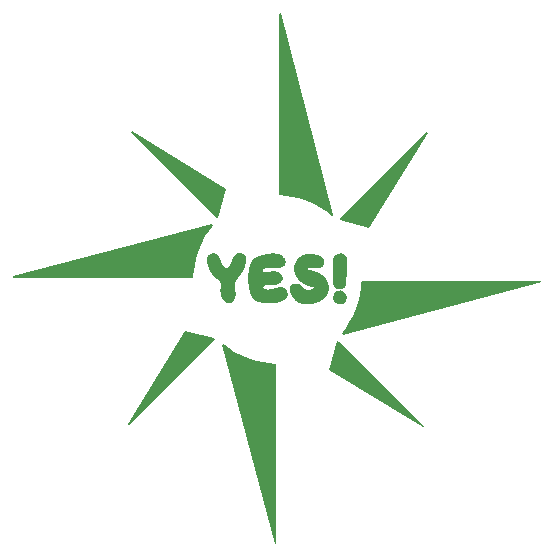
<source format=gts>
G04*
G04 #@! TF.GenerationSoftware,Altium Limited,Altium Designer,21.8.1 (53)*
G04*
G04 Layer_Color=8388736*
%FSLAX25Y25*%
%MOIN*%
G70*
G04*
G04 #@! TF.SameCoordinates,2A3705A3-5D1E-4C85-BF93-37B68EBEE7C7*
G04*
G04*
G04 #@! TF.FilePolarity,Negative*
G04*
G01*
G75*
G36*
X159608Y181970D02*
X159188Y181698D01*
X158472Y182272D01*
X157121Y183275D01*
X155411Y184415D01*
X153227Y185575D01*
X150081Y186937D01*
X147854Y187581D01*
X145796Y188024D01*
X143801Y188341D01*
X141964Y188442D01*
X141481Y188484D01*
Y249058D01*
X141977Y249123D01*
X159608Y181970D01*
D02*
G37*
G36*
X123752Y190731D02*
X121227Y181065D01*
X120744Y180934D01*
X92154Y209483D01*
X92463Y209876D01*
X123752Y190731D01*
D02*
G37*
G36*
X190987Y209297D02*
X171561Y177656D01*
X161845Y180201D01*
X161714Y180684D01*
X190594Y209607D01*
X190987Y209297D01*
D02*
G37*
G36*
X139500Y169109D02*
X139541Y169109D01*
X139582Y169109D01*
X139623Y169108D01*
X139664Y169107D01*
X139705Y169106D01*
X139746Y169105D01*
X139787Y169104D01*
X139828Y169102D01*
X139868Y169100D01*
X139909Y169098D01*
X139949Y169096D01*
X139989Y169094D01*
X140029Y169091D01*
X140069Y169089D01*
X140109Y169086D01*
X140149Y169083D01*
X140189Y169079D01*
X140228Y169076D01*
X140268Y169072D01*
X140307Y169069D01*
X140347Y169065D01*
X140386Y169061D01*
X140425Y169056D01*
X140464Y169052D01*
X140503Y169047D01*
X140541Y169042D01*
X140580Y169037D01*
X140618Y169031D01*
X140656Y169026D01*
X140694Y169020D01*
X140732Y169014D01*
X140770Y169008D01*
X140808Y169001D01*
X140846Y168995D01*
X140883Y168988D01*
X140920Y168981D01*
X140957Y168974D01*
X140994Y168966D01*
X141031Y168959D01*
X141068Y168951D01*
X141104Y168943D01*
X141140Y168935D01*
X141176Y168926D01*
X141200Y168920D01*
X141224Y168914D01*
X141248Y168909D01*
X141272Y168903D01*
X141296Y168896D01*
X141319Y168890D01*
X141343Y168884D01*
X141366Y168877D01*
X141390Y168871D01*
X141413Y168864D01*
X141436Y168857D01*
X141459Y168851D01*
X141482Y168844D01*
X141505Y168837D01*
X141528Y168830D01*
X141551Y168822D01*
X141574Y168815D01*
X141596Y168807D01*
X141619Y168800D01*
X141641Y168792D01*
X141664Y168785D01*
X141686Y168777D01*
X141708Y168769D01*
X141730Y168761D01*
X141752Y168753D01*
X141774Y168745D01*
X141796Y168736D01*
X141818Y168728D01*
X141840Y168719D01*
X141861Y168710D01*
X141883Y168702D01*
X141904Y168693D01*
X141936Y168679D01*
X141967Y168666D01*
X141999Y168652D01*
X142030Y168638D01*
X142061Y168623D01*
X142092Y168608D01*
X142122Y168594D01*
X142153Y168579D01*
X142183Y168563D01*
X142213Y168547D01*
X142242Y168532D01*
X142272Y168516D01*
X142301Y168499D01*
X142330Y168482D01*
X142359Y168466D01*
X142387Y168448D01*
X142415Y168431D01*
X142443Y168414D01*
X142471Y168396D01*
X142498Y168378D01*
X142525Y168359D01*
X142552Y168341D01*
X142579Y168322D01*
X142605Y168303D01*
X142631Y168283D01*
X142657Y168264D01*
X142683Y168244D01*
X142708Y168224D01*
X142733Y168203D01*
X142766Y168175D01*
X142799Y168147D01*
X142831Y168119D01*
X142862Y168090D01*
X142893Y168060D01*
X142898Y168055D01*
X142905Y168048D01*
X143217Y167677D01*
D01*
X143349Y167438D01*
X143478Y167179D01*
X143482Y167172D01*
X143482Y167172D01*
X143618Y166699D01*
X143620Y166686D01*
X143627Y166650D01*
X143633Y166613D01*
X143639Y166577D01*
X143643Y166552D01*
X143647Y166527D01*
X143650Y166502D01*
X143653Y166477D01*
X143656Y166451D01*
X143659Y166426D01*
X143662Y166400D01*
X143664Y166374D01*
X143666Y166349D01*
X143668Y166323D01*
X143670Y166296D01*
X143672Y166270D01*
X143674Y166244D01*
X143675Y166217D01*
X143676Y166190D01*
X143677Y166163D01*
X143671Y166135D01*
X143667Y166117D01*
X143663Y166099D01*
X143658Y166080D01*
X143654Y166062D01*
X143649Y166044D01*
X143645Y166026D01*
X143640Y166009D01*
X143635Y165991D01*
X143630Y165974D01*
X143625Y165956D01*
X143620Y165939D01*
X143615Y165922D01*
X143610Y165905D01*
X143605Y165888D01*
X143599Y165871D01*
X143594Y165854D01*
X143588Y165838D01*
X143582Y165821D01*
X143577Y165805D01*
X143571Y165789D01*
X143562Y165764D01*
X143553Y165741D01*
X143544Y165717D01*
X143534Y165693D01*
X143530Y165683D01*
X143309Y165274D01*
D01*
X143092Y165031D01*
X142904Y164855D01*
X142706Y164721D01*
X142444Y164571D01*
X142443Y164570D01*
X142423Y164562D01*
X142403Y164553D01*
X142382Y164544D01*
X142362Y164536D01*
X142341Y164528D01*
X142321Y164520D01*
X142300Y164512D01*
X142279Y164504D01*
X142265Y164499D01*
X142251Y164494D01*
X142237Y164488D01*
X142223Y164484D01*
X142209Y164479D01*
X142195Y164474D01*
X142181Y164469D01*
X142167Y164464D01*
X142152Y164460D01*
X142138Y164455D01*
X142124Y164451D01*
X142109Y164446D01*
X142095Y164442D01*
X142080Y164438D01*
X142066Y164433D01*
X142051Y164429D01*
X142036Y164425D01*
X142022Y164421D01*
X142007Y164417D01*
X141992Y164413D01*
X141978Y164409D01*
X141963Y164405D01*
X141948Y164401D01*
X141933Y164398D01*
X141918Y164394D01*
X141903Y164390D01*
X141888Y164386D01*
X141873Y164383D01*
X141858Y164380D01*
X141842Y164376D01*
X141827Y164373D01*
X141812Y164369D01*
X141797Y164366D01*
X141781Y164363D01*
X141766Y164360D01*
X141751Y164357D01*
X141735Y164354D01*
X141720Y164351D01*
X141704Y164348D01*
X141689Y164345D01*
X141673Y164342D01*
X141658Y164339D01*
X141642Y164336D01*
X141627Y164334D01*
X141611Y164331D01*
X141595Y164328D01*
X141579Y164326D01*
X141564Y164323D01*
X141548Y164321D01*
X141532Y164318D01*
X141516Y164316D01*
X141500Y164314D01*
X141484Y164311D01*
X141468Y164309D01*
X141452Y164307D01*
X141436Y164305D01*
X141420Y164303D01*
X141404Y164301D01*
X141388Y164298D01*
X141372Y164296D01*
X141355Y164295D01*
X141339Y164293D01*
X141323Y164291D01*
X141307Y164289D01*
X141290Y164287D01*
X141274Y164285D01*
X141258Y164284D01*
X141241Y164282D01*
X141225Y164280D01*
X141208Y164279D01*
X141192Y164277D01*
X141175Y164276D01*
X141159Y164274D01*
X141142Y164273D01*
X141126Y164271D01*
X141109Y164270D01*
X141092Y164269D01*
X141076Y164268D01*
X141059Y164266D01*
X141042Y164265D01*
X141026Y164264D01*
X141009Y164263D01*
X140992Y164262D01*
X140975Y164261D01*
X140958Y164260D01*
X140942Y164259D01*
X140925Y164258D01*
X140908Y164257D01*
X140891Y164256D01*
X140874Y164255D01*
X140857Y164254D01*
X140840Y164253D01*
X140823Y164252D01*
X140806Y164252D01*
X140789Y164251D01*
X140772Y164250D01*
X140755Y164250D01*
X140738Y164249D01*
X140721Y164248D01*
X140704Y164248D01*
X140687Y164247D01*
X140669Y164247D01*
X140652Y164246D01*
X140635Y164246D01*
X140618Y164245D01*
X140601Y164245D01*
X140583Y164244D01*
X140566Y164244D01*
X140549Y164244D01*
X140531Y164243D01*
X140514Y164243D01*
X140497Y164243D01*
X140479Y164242D01*
X140462Y164242D01*
X140445Y164242D01*
X140427Y164242D01*
X140410Y164242D01*
X140375Y164241D01*
X140358Y164241D01*
X140340Y164241D01*
X140314Y164241D01*
X140305Y164241D01*
X140279Y164241D01*
X140261D01*
X140244Y164241D01*
X140218Y164241D01*
X140200Y164241D01*
X140183Y164241D01*
X140156Y164241D01*
X140139Y164242D01*
X140103Y164242D01*
X140077Y164242D01*
X140042Y164242D01*
X140007Y164243D01*
X139989Y164243D01*
X139954Y164244D01*
X139918Y164244D01*
X139883Y164245D01*
X139856Y164245D01*
X139812Y164246D01*
X139777Y164247D01*
X139724Y164248D01*
X139670Y164249D01*
X139635Y164250D01*
X139582Y164251D01*
X139511Y164253D01*
X139502Y164253D01*
X139484Y164254D01*
X139396Y164256D01*
X139378Y164257D01*
X139342Y164257D01*
X139307Y164258D01*
X139289Y164259D01*
X139280Y164259D01*
X139210Y164261D01*
X139201Y164261D01*
X139192Y164261D01*
X139183Y164261D01*
X139174Y164262D01*
X139139Y164262D01*
X139086Y164264D01*
X139077Y164264D01*
X139051Y164264D01*
X139016Y164265D01*
X138963Y164266D01*
X138945Y164267D01*
X138928Y164267D01*
X138919Y164267D01*
X138901Y164267D01*
X138866Y164268D01*
X138840Y164268D01*
X138823Y164269D01*
X138788Y164269D01*
X138753Y164270D01*
X138727Y164270D01*
X138709Y164270D01*
X138683Y164270D01*
X138657Y164270D01*
X138640Y164271D01*
X138614Y164271D01*
X138579Y164271D01*
X138553Y164271D01*
X138536Y164271D01*
X138519D01*
X138502Y164271D01*
X138484Y164271D01*
X138459Y164271D01*
X138433Y164271D01*
X138407Y164271D01*
X138399Y164270D01*
X138373Y164270D01*
X138364Y164270D01*
X138347Y164270D01*
X138322Y164270D01*
X138305Y164269D01*
X138288Y164269D01*
X138271Y164269D01*
X138254Y164269D01*
X138237Y164268D01*
X138220Y164268D01*
X138203Y164267D01*
X138186Y164267D01*
X138169Y164267D01*
X138153Y164266D01*
X138136Y164266D01*
X138119Y164265D01*
X138102Y164264D01*
X138085Y164264D01*
X138069Y164263D01*
X138052Y164263D01*
X138035Y164262D01*
X138019Y164261D01*
X138002Y164260D01*
X137986Y164260D01*
X137969Y164259D01*
X137952Y164258D01*
X137936Y164257D01*
X137919Y164256D01*
X137903Y164255D01*
X137887Y164255D01*
X137870Y164254D01*
X137854Y164253D01*
X137837Y164251D01*
X137821Y164251D01*
X137805Y164249D01*
X137788Y164248D01*
X137772Y164247D01*
X137756Y164246D01*
X137740Y164245D01*
X137724Y164243D01*
X137708Y164242D01*
X137692Y164241D01*
X137675Y164239D01*
X137660Y164238D01*
X137644Y164236D01*
X137627Y164235D01*
X137612Y164233D01*
X137596Y164232D01*
X137580Y164230D01*
X137564Y164228D01*
X137548Y164227D01*
X137532Y164225D01*
X137517Y164223D01*
X137501Y164221D01*
X137485Y164220D01*
X137470Y164218D01*
X137454Y164216D01*
X137439Y164214D01*
X137423Y164212D01*
X137408Y164210D01*
X137392Y164207D01*
X137377Y164205D01*
X137361Y164203D01*
X137346Y164201D01*
X137331Y164199D01*
X137315Y164196D01*
X137300Y164194D01*
X137285Y164191D01*
X137270Y164189D01*
X137255Y164187D01*
X137240Y164184D01*
X137224Y164181D01*
X137209Y164179D01*
X137195Y164176D01*
X137180Y164173D01*
X137165Y164170D01*
X137150Y164167D01*
X137135Y164165D01*
X137120Y164162D01*
X137106Y164159D01*
X137091Y164156D01*
X137076Y164153D01*
X137062Y164149D01*
X137047Y164146D01*
X137032Y164143D01*
X137018Y164139D01*
X137004Y164136D01*
X136989Y164133D01*
X136975Y164129D01*
X136961Y164126D01*
X136946Y164122D01*
X136932Y164119D01*
X136918Y164115D01*
X136904Y164111D01*
X136890Y164107D01*
X136876Y164103D01*
X136862Y164100D01*
X136848Y164095D01*
X136834Y164091D01*
X136820Y164087D01*
X136806Y164083D01*
X136793Y164079D01*
X136779Y164075D01*
X136765Y164070D01*
X136751Y164066D01*
X136738Y164062D01*
X136724Y164057D01*
X136711Y164052D01*
X136697Y164048D01*
X136684Y164043D01*
X136671Y164038D01*
X136658Y164034D01*
X136644Y164029D01*
X136631Y164024D01*
X136618Y164019D01*
X136605Y164014D01*
X136592Y164009D01*
X136579Y164003D01*
X136566Y163998D01*
X136553Y163993D01*
X136547Y163990D01*
X136533Y163980D01*
X136523Y163973D01*
X136519Y163970D01*
X136509Y163963D01*
X136505Y163960D01*
X136491Y163950D01*
X136482Y163943D01*
X136478Y163940D01*
X136469Y163933D01*
X136460Y163926D01*
X136456Y163923D01*
X136447Y163917D01*
X136443Y163913D01*
X136435Y163907D01*
X136426Y163900D01*
X136422Y163897D01*
X136418Y163894D01*
X136410Y163887D01*
X136406Y163884D01*
X136402Y163881D01*
X136394Y163874D01*
X136390Y163871D01*
X136386Y163868D01*
X136378Y163861D01*
X136374Y163858D01*
X136367Y163852D01*
X136363Y163849D01*
X136359Y163845D01*
X136352Y163839D01*
X136345Y163833D01*
X136337Y163827D01*
X136330Y163820D01*
X136327Y163817D01*
X136319Y163811D01*
X136316Y163808D01*
X136309Y163802D01*
X136302Y163795D01*
X136299Y163792D01*
X136292Y163786D01*
X136286Y163780D01*
X136279Y163774D01*
X136273Y163768D01*
X136266Y163762D01*
X136263Y163759D01*
X136257Y163753D01*
X136254Y163750D01*
X136251Y163747D01*
X136245Y163741D01*
X136239Y163735D01*
X136233Y163729D01*
X136230Y163726D01*
X136227Y163723D01*
X136222Y163717D01*
X136216Y163712D01*
X136216Y163711D01*
X136216Y163711D01*
X136213Y163708D01*
X136213Y163708D01*
X136210Y163705D01*
X136210Y163705D01*
X136208Y163702D01*
X136208Y163702D01*
X136205Y163699D01*
X136205Y163699D01*
X136202Y163696D01*
X136202Y163696D01*
X136200Y163693D01*
X136199Y163693D01*
X136197Y163690D01*
X136197Y163690D01*
X136194Y163688D01*
X136194Y163688D01*
X136192Y163685D01*
X136192Y163685D01*
X136189Y163682D01*
X136189Y163682D01*
X136187Y163679D01*
X136187Y163679D01*
X136184Y163676D01*
X136184Y163676D01*
X136181Y163673D01*
X136181Y163673D01*
X136179Y163670D01*
X136179Y163670D01*
X136177Y163667D01*
X136177Y163667D01*
X136174Y163665D01*
X136174Y163664D01*
X136172Y163662D01*
X136172Y163662D01*
X136169Y163659D01*
Y163659D01*
X136167Y163656D01*
X136167Y163656D01*
X136164Y163653D01*
X136164Y163653D01*
X136162Y163650D01*
X136162Y163650D01*
X136160Y163647D01*
X136160Y163647D01*
X136157Y163645D01*
X136157Y163645D01*
X136155Y163642D01*
X136155Y163642D01*
X136153Y163639D01*
X136153Y163639D01*
X136151Y163636D01*
X136151Y163636D01*
X136148Y163633D01*
X136148Y163633D01*
X136146Y163631D01*
X136146Y163631D01*
X136144Y163628D01*
X136144Y163628D01*
X136142Y163625D01*
X136142Y163625D01*
X136140Y163622D01*
X136140Y163622D01*
X136137Y163619D01*
X136137Y163619D01*
X136135Y163617D01*
X136135Y163617D01*
X136133Y163614D01*
X136133Y163614D01*
X136131Y163611D01*
X136131Y163611D01*
X136129Y163608D01*
X136129Y163608D01*
X136127Y163606D01*
X136127Y163606D01*
X136125Y163603D01*
X136125Y163603D01*
X136123Y163600D01*
X136123Y163600D01*
X136121Y163597D01*
X136121Y163597D01*
X136119Y163595D01*
X136119Y163595D01*
X136117Y163592D01*
X136117Y163592D01*
X136115Y163589D01*
X136115Y163589D01*
X136114Y163586D01*
X136114Y163586D01*
X136112Y163584D01*
X136112Y163584D01*
X136110Y163581D01*
X136110Y163581D01*
X136108Y163578D01*
X136108Y163578D01*
X136106Y163576D01*
X136106Y163576D01*
X136104Y163573D01*
X136104Y163573D01*
X136103Y163570D01*
X136103Y163570D01*
X136101Y163568D01*
X136101Y163568D01*
X136099Y163565D01*
X136099Y163565D01*
X136097Y163562D01*
X136097Y163562D01*
X136096Y163560D01*
X136096Y163560D01*
X136094Y163557D01*
X136094Y163557D01*
X136092Y163554D01*
X136092Y163554D01*
X136091Y163552D01*
X136091Y163552D01*
X136089Y163549D01*
X136089Y163549D01*
X136088Y163546D01*
X136088Y163546D01*
X136086Y163544D01*
X136086Y163544D01*
X136084Y163541D01*
X136084Y163541D01*
X136083Y163539D01*
X136083Y163538D01*
X136081Y163536D01*
X136081Y163536D01*
X136080Y163533D01*
X136080Y163533D01*
X136078Y163531D01*
X136078Y163531D01*
X136077Y163528D01*
X136077Y163528D01*
X136075Y163525D01*
X136075Y163525D01*
X136074Y163523D01*
X136074Y163523D01*
X136073Y163520D01*
X136073Y163520D01*
X136071Y163518D01*
X136071Y163518D01*
X136070Y163515D01*
X136070Y163515D01*
X136069Y163512D01*
X136069Y163512D01*
X136067Y163510D01*
X136067Y163510D01*
X136066Y163507D01*
X136066Y163507D01*
X136065Y163505D01*
X136065Y163505D01*
X136063Y163502D01*
X136063Y163502D01*
X136062Y163500D01*
X136062Y163500D01*
X136061Y163497D01*
X136061Y163497D01*
X136060Y163495D01*
X136060Y163495D01*
X136058Y163492D01*
X136058Y163492D01*
X136057Y163489D01*
X136057Y163489D01*
X136056Y163487D01*
X136056Y163487D01*
X136055Y163484D01*
X136055Y163484D01*
X136054Y163482D01*
X136054Y163482D01*
X136053Y163479D01*
X136053Y163479D01*
X136052Y163477D01*
X136052Y163477D01*
X136051Y163474D01*
X136051Y163474D01*
X136050Y163472D01*
Y163472D01*
X136049Y163469D01*
Y163469D01*
X136048Y163467D01*
Y163467D01*
X136047Y163464D01*
Y163464D01*
X136046Y163462D01*
Y163462D01*
X136045Y163460D01*
Y163459D01*
X136044Y163457D01*
Y163457D01*
X136043Y163454D01*
Y163454D01*
X136042Y163452D01*
Y163452D01*
X136041Y163450D01*
Y163450D01*
X136040Y163447D01*
Y163447D01*
X136039Y163445D01*
Y163445D01*
X136038Y163442D01*
Y163442D01*
X136038Y163440D01*
Y163440D01*
X136037Y163437D01*
Y163437D01*
X136036Y163435D01*
Y163435D01*
X136035Y163430D01*
Y163430D01*
X136033Y163425D01*
Y163425D01*
X136032Y163421D01*
Y163420D01*
X136030Y163416D01*
Y163416D01*
X136029Y163411D01*
Y163411D01*
X136028Y163406D01*
Y163406D01*
X136027Y163402D01*
Y163401D01*
X136026Y163397D01*
Y163397D01*
X136025Y163392D01*
Y163392D01*
X136024Y163388D01*
Y163388D01*
X136023Y163383D01*
Y163383D01*
X136023Y163378D01*
Y163378D01*
X136022Y163374D01*
Y163374D01*
X136021Y163369D01*
X136021Y163369D01*
X136021Y163365D01*
X136021Y163365D01*
X136020Y163360D01*
X136021Y163360D01*
X136020Y163356D01*
X136020Y163356D01*
X136020Y163356D01*
X136020Y163355D01*
X136020Y163351D01*
X136020Y163351D01*
X136020Y163351D01*
X136020Y163351D01*
X136020Y163347D01*
X136020Y163347D01*
X136020Y163347D01*
X136020Y163346D01*
X136019Y163342D01*
X136019Y163342D01*
Y163342D01*
Y163342D01*
X136019Y163338D01*
X136019Y163338D01*
Y163338D01*
Y163338D01*
X136019Y163337D01*
X136019Y163337D01*
Y163337D01*
Y163337D01*
X136019Y163335D01*
X136019Y163335D01*
Y163335D01*
X136019Y163335D01*
X136019Y163334D01*
X136019Y163334D01*
Y163333D01*
X136019Y163333D01*
X136019Y163332D01*
X136019Y163332D01*
Y163332D01*
X136019Y163332D01*
X136019Y163331D01*
X136019Y163331D01*
X136019Y163330D01*
X136019Y163330D01*
X136019Y163329D01*
X136019Y163329D01*
X136019Y163327D01*
X136019Y163327D01*
X136019Y163325D01*
X136019Y163325D01*
Y163324D01*
X136019Y163324D01*
Y163324D01*
X136019Y163324D01*
X136019Y163322D01*
X136019Y163322D01*
X136019Y163320D01*
X136019Y163320D01*
X136019Y163319D01*
X136019Y163319D01*
X136019Y163318D01*
X136019Y163318D01*
X136019Y163317D01*
X136020Y163317D01*
X136020Y163315D01*
X136020Y163315D01*
X136020Y163314D01*
X136020Y163314D01*
X136020Y163312D01*
X136020Y163312D01*
X136020Y163311D01*
X136020Y163311D01*
X136020Y163310D01*
X136020Y163310D01*
X136020Y163308D01*
X136020Y163308D01*
X136020Y163306D01*
X136020Y163306D01*
X136020Y163304D01*
X136020Y163304D01*
X136021Y163303D01*
X136021Y163303D01*
X136021Y163302D01*
X136021Y163301D01*
X136021Y163299D01*
X136021Y163299D01*
X136021Y163296D01*
X136021Y163296D01*
X136022Y163294D01*
X136022Y163293D01*
X136022Y163292D01*
X136022Y163292D01*
X136023Y163286D01*
X136023Y163286D01*
X136025Y163273D01*
X136025Y163273D01*
X136028Y163260D01*
X136028Y163260D01*
X136032Y163247D01*
X136032Y163247D01*
X136034Y163241D01*
X136034Y163241D01*
X136034Y163240D01*
X136034Y163240D01*
X136035Y163238D01*
X136035Y163238D01*
X136036Y163236D01*
X136036Y163235D01*
X136036Y163234D01*
X136036Y163234D01*
X136037Y163233D01*
X136037Y163233D01*
X136037Y163232D01*
X136037Y163232D01*
X136038Y163230D01*
X136038Y163230D01*
X136039Y163228D01*
X136039Y163227D01*
X136039Y163226D01*
X136039Y163225D01*
X136040Y163225D01*
X136040Y163225D01*
X136040Y163224D01*
X136040Y163224D01*
X136041Y163223D01*
X136041Y163222D01*
X136041Y163221D01*
X136041Y163221D01*
X136042Y163220D01*
X136042Y163219D01*
X136042Y163219D01*
X136043Y163218D01*
X136043Y163217D01*
X136044Y163216D01*
X136044Y163215D01*
X136044Y163215D01*
X136044Y163214D01*
X136045Y163213D01*
X136046Y163210D01*
X136047Y163210D01*
X136047Y163207D01*
X136048Y163206D01*
X136049Y163204D01*
X136051Y163201D01*
X136051Y163200D01*
X136053Y163197D01*
X136053Y163196D01*
X136055Y163193D01*
X136055Y163192D01*
X136057Y163189D01*
X136057Y163189D01*
X136059Y163185D01*
X136060Y163185D01*
X136062Y163182D01*
X136062Y163181D01*
X136064Y163178D01*
X136064Y163178D01*
X136066Y163174D01*
X136066Y163174D01*
X136069Y163170D01*
X136069Y163170D01*
X136071Y163167D01*
X136071Y163166D01*
X136074Y163163D01*
X136074Y163163D01*
X136076Y163160D01*
X136076Y163159D01*
X136079Y163156D01*
X136079Y163156D01*
X136081Y163152D01*
X136082Y163152D01*
X136084Y163149D01*
X136084Y163149D01*
X136087Y163145D01*
X136087Y163145D01*
X136090Y163142D01*
X136090Y163142D01*
X136093Y163138D01*
X136093Y163138D01*
X136096Y163135D01*
X136096Y163135D01*
X136099Y163131D01*
X136099Y163131D01*
X136102Y163128D01*
X136102Y163128D01*
X136105Y163124D01*
X136105Y163124D01*
X136108Y163121D01*
X136108Y163121D01*
X136111Y163118D01*
X136111Y163118D01*
X136114Y163114D01*
X136114Y163114D01*
X136117Y163111D01*
X136118Y163111D01*
X136121Y163108D01*
X136121Y163108D01*
X136124Y163104D01*
X136124Y163104D01*
X136128Y163101D01*
X136128Y163101D01*
X136131Y163098D01*
X136131Y163098D01*
X136135Y163094D01*
X136135Y163094D01*
X136138Y163091D01*
X136138Y163091D01*
X136142Y163088D01*
X136142Y163088D01*
X136146Y163085D01*
X136146Y163085D01*
X136149Y163082D01*
X136149Y163082D01*
X136153Y163078D01*
X136153Y163078D01*
X136157Y163075D01*
X136157Y163075D01*
X136161Y163072D01*
X136161Y163072D01*
X136165Y163069D01*
X136165Y163069D01*
X136169Y163066D01*
X136169Y163066D01*
X136173Y163063D01*
X136173Y163063D01*
X136177Y163060D01*
X136177Y163060D01*
X136181Y163057D01*
X136181Y163057D01*
X136185Y163054D01*
X136185Y163054D01*
X136189Y163051D01*
X136189Y163051D01*
X136193Y163048D01*
X136193Y163048D01*
X136198Y163045D01*
X136198Y163045D01*
X136202Y163042D01*
X136202Y163042D01*
X136206Y163039D01*
X136206Y163039D01*
X136211Y163036D01*
X136211Y163036D01*
X136215Y163033D01*
X136215Y163033D01*
X136220Y163030D01*
X136220Y163030D01*
X136224Y163028D01*
X136224Y163027D01*
X136229Y163025D01*
X136229Y163025D01*
X136234Y163022D01*
X136234Y163022D01*
X136238Y163019D01*
X136238Y163019D01*
X136243Y163016D01*
X136243Y163016D01*
X136248Y163014D01*
X136248Y163013D01*
X136252Y163011D01*
X136252Y163011D01*
X136257Y163008D01*
X136257Y163008D01*
X136262Y163005D01*
X136262Y163005D01*
X136267Y163003D01*
X136267Y163003D01*
X136272Y163000D01*
X136272Y163000D01*
X136277Y162997D01*
X136277Y162997D01*
X136282Y162995D01*
X136282Y162995D01*
X136287Y162992D01*
X136287Y162992D01*
X136293Y162989D01*
X136293Y162989D01*
X136298Y162987D01*
X136298Y162987D01*
X136303Y162984D01*
X136303Y162984D01*
X136308Y162982D01*
X136308Y162982D01*
X136313Y162979D01*
X136313Y162979D01*
X136319Y162977D01*
X136319Y162977D01*
X136324Y162974D01*
X136324Y162974D01*
X136329Y162971D01*
X136329Y162971D01*
X136335Y162969D01*
X136335Y162969D01*
X136340Y162967D01*
X136340Y162967D01*
X136346Y162964D01*
X136346Y162964D01*
X136352Y162962D01*
X136352Y162962D01*
X136357Y162959D01*
X136357Y162959D01*
X136363Y162957D01*
X136363Y162957D01*
X136368Y162955D01*
X136368Y162955D01*
X136374Y162952D01*
X136374Y162952D01*
X136380Y162950D01*
X136380Y162950D01*
X136386Y162948D01*
X136386Y162948D01*
X136391Y162945D01*
X136391Y162945D01*
X136397Y162943D01*
X136397Y162943D01*
X136403Y162941D01*
X136403Y162941D01*
X136409Y162938D01*
X136409Y162938D01*
X136415Y162936D01*
X136415Y162936D01*
X136421Y162934D01*
X136421Y162934D01*
X136433Y162930D01*
X136439Y162927D01*
X136445Y162925D01*
X136451Y162923D01*
X136457Y162921D01*
X136464Y162919D01*
X136470Y162917D01*
X136476Y162915D01*
X136482Y162913D01*
X136489Y162911D01*
X136495Y162909D01*
X136502Y162907D01*
X136508Y162905D01*
X136514Y162903D01*
X136521Y162901D01*
X136527Y162899D01*
X136534Y162897D01*
X136540Y162895D01*
X136547Y162893D01*
X136554Y162891D01*
X136560Y162890D01*
X136567Y162888D01*
X136574Y162886D01*
X136580Y162884D01*
X136587Y162882D01*
X136594Y162881D01*
X136601Y162879D01*
X136608Y162877D01*
X136615Y162875D01*
X136621Y162874D01*
X136628Y162872D01*
X136635Y162870D01*
X136642Y162869D01*
X136649Y162867D01*
X136656Y162865D01*
X136663Y162864D01*
X136670Y162862D01*
X136677Y162861D01*
X136685Y162859D01*
X136692Y162858D01*
X136699Y162856D01*
X136706Y162855D01*
X136713Y162853D01*
X136720Y162852D01*
X136728Y162850D01*
X136735Y162849D01*
X136742Y162847D01*
X136749Y162846D01*
X136757Y162845D01*
X136764Y162843D01*
X136772Y162842D01*
X136783Y162840D01*
X136794Y162838D01*
X136805Y162836D01*
X136816Y162834D01*
X136827Y162832D01*
X136839Y162830D01*
X136850Y162829D01*
X136861Y162827D01*
X136873Y162825D01*
X136884Y162823D01*
X136896Y162822D01*
X136907Y162820D01*
X136919Y162819D01*
X136930Y162817D01*
X136942Y162816D01*
X136953Y162814D01*
X136965Y162813D01*
X136977Y162811D01*
X136989Y162810D01*
X137000Y162809D01*
X137016Y162807D01*
X137032Y162805D01*
X137048Y162804D01*
X137064Y162802D01*
X137079Y162801D01*
X137095Y162799D01*
X137111Y162798D01*
X137131Y162796D01*
X137151Y162795D01*
X137171Y162793D01*
X137191Y162792D01*
X137216Y162791D01*
X137240Y162789D01*
X137268Y162788D01*
X137301Y162786D01*
X137341Y162785D01*
X137398Y162784D01*
X137423Y162783D01*
X137472Y162783D01*
X137521Y162783D01*
X137571Y162784D01*
X137595Y162785D01*
X137631Y162786D01*
X137663Y162787D01*
X137691Y162788D01*
X137714Y162790D01*
X137734Y162791D01*
X137753Y162792D01*
X137773Y162793D01*
X137788Y162794D01*
X137804Y162795D01*
X137819Y162796D01*
X137835Y162798D01*
X137850Y162799D01*
X137865Y162800D01*
X137880Y162802D01*
X137891Y162803D01*
X137902Y162804D01*
X137914Y162805D01*
X137925Y162806D01*
X137936Y162808D01*
X137947Y162809D01*
X137958Y162810D01*
X137969Y162811D01*
X137980Y162813D01*
X137991Y162814D01*
X138002Y162815D01*
X138013Y162817D01*
X138023Y162818D01*
X138041Y162821D01*
X138048Y162822D01*
X138062Y162824D01*
X138069Y162825D01*
X138083Y162827D01*
X138090Y162828D01*
X138097Y162829D01*
X138104Y162830D01*
X138111Y162831D01*
X138118Y162833D01*
X138124Y162834D01*
X138131Y162835D01*
X138138Y162836D01*
X138145Y162837D01*
X138151Y162838D01*
X138165Y162841D01*
X138171Y162842D01*
X138184Y162845D01*
X138191Y162846D01*
X138197Y162847D01*
X138204Y162848D01*
X138217Y162851D01*
X138229Y162854D01*
X138236Y162855D01*
X138242Y162857D01*
X138248Y162858D01*
X138254Y162859D01*
X138267Y162862D01*
X138273Y162864D01*
X138279Y162865D01*
X138291Y162868D01*
X138297Y162870D01*
X138303Y162871D01*
X138309Y162873D01*
X138321Y162876D01*
X138327Y162877D01*
X138332Y162879D01*
X138341Y162881D01*
X138353Y162886D01*
X138376Y162896D01*
X138399Y162906D01*
X138423Y162915D01*
X138446Y162925D01*
X138469Y162934D01*
X138493Y162943D01*
X138516Y162952D01*
X138540Y162961D01*
X138566Y162970D01*
X138592Y162979D01*
X138617Y162988D01*
X138645Y162998D01*
X138675Y163008D01*
X138706Y163017D01*
X138736Y163027D01*
X138751Y163031D01*
X138769Y163037D01*
X138804Y163047D01*
X138839Y163057D01*
X138874Y163066D01*
X138912Y163076D01*
X138954Y163086D01*
X138995Y163096D01*
X139037Y163105D01*
X139058Y163110D01*
X139085Y163115D01*
X139138Y163126D01*
X139191Y163135D01*
X139244Y163144D01*
X139311Y163153D01*
X139391Y163163D01*
X139471Y163171D01*
X139551Y163178D01*
X139656Y163183D01*
X139785Y163186D01*
X139914Y163183D01*
X140044Y163176D01*
X140108Y163170D01*
X140157Y163166D01*
X140256Y163154D01*
X140355Y163139D01*
X140441Y163124D01*
X140892Y163005D01*
Y163005D01*
X141129Y162907D01*
X141365Y162805D01*
Y162805D01*
X141763Y162559D01*
X141766Y162557D01*
X141803Y162530D01*
X141839Y162502D01*
X141875Y162473D01*
X141911Y162445D01*
X141939Y162420D01*
X141968Y162396D01*
X141996Y162371D01*
X142024Y162345D01*
X142051Y162320D01*
X142077Y162294D01*
X142104Y162268D01*
X142129Y162241D01*
X142155Y162215D01*
X142179Y162188D01*
X142204Y162161D01*
X142228Y162133D01*
X142246Y162111D01*
X142265Y162089D01*
X142283Y162067D01*
X142301Y162044D01*
X142318Y162021D01*
X142335Y161998D01*
X142352Y161975D01*
X142368Y161952D01*
X142385Y161929D01*
X142400Y161906D01*
X142416Y161882D01*
X142429Y161861D01*
X142549Y161613D01*
X142640Y161398D01*
X142684Y161175D01*
X142712Y160967D01*
X142698Y160690D01*
X142676Y160575D01*
X142642Y160430D01*
X142582Y160253D01*
X142518Y160124D01*
X142383Y159877D01*
X142378Y159870D01*
X142364Y159850D01*
X142349Y159831D01*
X142334Y159811D01*
X142319Y159791D01*
X142304Y159772D01*
X142288Y159752D01*
X142271Y159732D01*
X142255Y159713D01*
X142238Y159693D01*
X142221Y159674D01*
X142209Y159661D01*
X142198Y159648D01*
X142186Y159635D01*
X142174Y159622D01*
X142162Y159609D01*
X142149Y159597D01*
X142137Y159584D01*
X142124Y159571D01*
X142112Y159558D01*
X142099Y159546D01*
X142086Y159533D01*
X142072Y159520D01*
X142059Y159507D01*
X142046Y159495D01*
X142032Y159482D01*
X142018Y159469D01*
X142004Y159457D01*
X141990Y159444D01*
X141976Y159432D01*
X141962Y159419D01*
X141947Y159407D01*
X141932Y159394D01*
X141918Y159382D01*
X141903Y159369D01*
X141888Y159357D01*
X141872Y159345D01*
X141857Y159332D01*
X141841Y159320D01*
X141826Y159308D01*
X141810Y159295D01*
X141794Y159283D01*
X141778Y159271D01*
X141761Y159259D01*
X141745Y159247D01*
X141728Y159235D01*
X141711Y159222D01*
X141694Y159210D01*
X141677Y159198D01*
X141660Y159186D01*
X141643Y159175D01*
X141625Y159162D01*
X141608Y159151D01*
X141590Y159139D01*
X141572Y159127D01*
X141553Y159115D01*
X141535Y159103D01*
X141517Y159092D01*
X141498Y159080D01*
X141479Y159068D01*
X141460Y159057D01*
X141441Y159045D01*
X141422Y159034D01*
X141402Y159022D01*
X141383Y159011D01*
X141363Y158999D01*
X141343Y158988D01*
X141323Y158976D01*
X141303Y158965D01*
X141282Y158954D01*
X141262Y158942D01*
X141241Y158931D01*
X141220Y158920D01*
X141210Y158914D01*
X141201Y158907D01*
X141195Y158902D01*
X141189Y158897D01*
X141183Y158892D01*
X141177Y158887D01*
X141171Y158882D01*
X141165Y158878D01*
X141159Y158873D01*
X141152Y158868D01*
X141146Y158864D01*
X141140Y158859D01*
X141133Y158855D01*
X141127Y158850D01*
X141120Y158846D01*
X141113Y158841D01*
X141106Y158837D01*
X141100Y158833D01*
X141093Y158829D01*
X141086Y158824D01*
X141079Y158820D01*
X141072Y158816D01*
X141065Y158812D01*
X141058Y158808D01*
X141051Y158804D01*
X141043Y158800D01*
X141036Y158796D01*
X141029Y158792D01*
X141021Y158788D01*
X141014Y158785D01*
X141006Y158781D01*
X140999Y158777D01*
X140991Y158774D01*
X140983Y158770D01*
X140976Y158766D01*
X140968Y158763D01*
X140960Y158759D01*
X140952Y158756D01*
X140944Y158752D01*
X140936Y158749D01*
X140928Y158746D01*
X140920Y158742D01*
X140912Y158739D01*
X140904Y158736D01*
X140896Y158733D01*
X140887Y158730D01*
X140879Y158726D01*
X140871Y158723D01*
X140862Y158720D01*
X140854Y158717D01*
X140845Y158714D01*
X140837Y158711D01*
X140828Y158708D01*
X140819Y158706D01*
X140810Y158703D01*
X140802Y158700D01*
X140793Y158697D01*
X140784Y158695D01*
X140775Y158692D01*
X140766Y158689D01*
X140757Y158686D01*
X140748Y158684D01*
X140739Y158681D01*
X140730Y158679D01*
X140720Y158676D01*
X140711Y158674D01*
X140702Y158671D01*
X140693Y158669D01*
X140683Y158667D01*
X140674Y158664D01*
X140664Y158662D01*
X140655Y158660D01*
X140645Y158658D01*
X140636Y158655D01*
X140626Y158653D01*
X140616Y158651D01*
X140607Y158649D01*
X140597Y158647D01*
X140587Y158645D01*
X140577Y158643D01*
X140567Y158641D01*
X140557Y158639D01*
X140547Y158637D01*
X140537Y158635D01*
X140527Y158633D01*
X140517Y158632D01*
X140507Y158630D01*
X140497Y158628D01*
X140487Y158626D01*
X140477Y158624D01*
X140466Y158623D01*
X140456Y158621D01*
X140445Y158619D01*
X140435Y158618D01*
X140425Y158616D01*
X140414Y158615D01*
X140404Y158613D01*
X140393Y158612D01*
X140383Y158610D01*
X140372Y158609D01*
X140361Y158607D01*
X140351Y158606D01*
X140340Y158605D01*
X140329Y158603D01*
X140318Y158602D01*
X140308Y158601D01*
X140297Y158599D01*
X140286Y158598D01*
X140275Y158597D01*
X140264Y158596D01*
X140253Y158595D01*
X140242Y158593D01*
X140231Y158592D01*
X140220Y158591D01*
X140209Y158590D01*
X140198Y158589D01*
X140186Y158588D01*
X140175Y158587D01*
X140164Y158586D01*
X140153Y158585D01*
X140141Y158584D01*
X140130Y158583D01*
X140119Y158582D01*
X140107Y158581D01*
X140096Y158581D01*
X140085Y158580D01*
X140073Y158579D01*
X140061Y158578D01*
X140050Y158578D01*
X140038Y158577D01*
X140027Y158576D01*
X140015Y158575D01*
X140004Y158575D01*
X139992Y158574D01*
X139980Y158573D01*
X139969Y158573D01*
X139957Y158572D01*
X139945Y158571D01*
X139933Y158571D01*
X139921Y158570D01*
X139910Y158570D01*
X139898Y158569D01*
X139886Y158569D01*
X139874Y158568D01*
X139862Y158568D01*
X139850Y158567D01*
X139838Y158567D01*
X139826Y158566D01*
X139814Y158566D01*
X139802Y158565D01*
X139790Y158565D01*
X139778Y158565D01*
X139766Y158564D01*
X139754Y158564D01*
X139742Y158564D01*
X139729Y158563D01*
X139717Y158563D01*
X139705Y158563D01*
X139693Y158563D01*
X139681Y158562D01*
X139668Y158562D01*
X139644Y158562D01*
X139625Y158561D01*
X139607Y158561D01*
X139576Y158561D01*
X139563Y158561D01*
X139538Y158560D01*
X139526Y158560D01*
X139520Y158560D01*
X139514Y158560D01*
X139488Y158560D01*
X139476Y158560D01*
X139457Y158560D01*
X139438Y158560D01*
X139419Y158560D01*
X139388D01*
X139356Y158560D01*
X139325Y158560D01*
X139293Y158560D01*
X139287Y158560D01*
X139280Y158560D01*
X139268Y158560D01*
X139229Y158561D01*
X139198Y158561D01*
X139172Y158561D01*
X139140Y158561D01*
X139121Y158562D01*
X139114Y158562D01*
X139102Y158562D01*
X139095Y158562D01*
X139076Y158562D01*
X139037Y158563D01*
X139031Y158563D01*
X139018Y158563D01*
X139012Y158563D01*
X138992Y158563D01*
X138979Y158563D01*
X138967Y158563D01*
X138876Y158565D01*
X138863Y158565D01*
X138780Y158566D01*
X138747Y158566D01*
X138734Y158567D01*
X138722Y158567D01*
X138715Y158567D01*
X138702Y158567D01*
X138696Y158567D01*
X138670Y158568D01*
X138664Y158568D01*
X138638Y158568D01*
X138625Y158568D01*
X138619Y158568D01*
X138606Y158568D01*
X138599Y158568D01*
X138586Y158568D01*
X138580Y158569D01*
X138574Y158569D01*
X138541Y158569D01*
X138529Y158569D01*
X138490Y158569D01*
X138484Y158569D01*
X138477Y158569D01*
X138458Y158570D01*
X138452Y158570D01*
X138445Y158570D01*
X138407Y158570D01*
X138382Y158570D01*
X138350Y158570D01*
X138324D01*
X138312Y158570D01*
X138299Y158570D01*
X138286Y158570D01*
X138274Y158570D01*
X138261Y158570D01*
X138248Y158570D01*
X138236Y158570D01*
X138210Y158569D01*
X138198Y158569D01*
X138173Y158569D01*
X138148Y158569D01*
X138129Y158569D01*
X138110Y158568D01*
X138092Y158568D01*
X138067Y158568D01*
X138054Y158567D01*
X138042Y158567D01*
X138030Y158567D01*
X138017Y158566D01*
X138005Y158566D01*
X137993Y158566D01*
X137980Y158566D01*
X137968Y158565D01*
X137956Y158565D01*
X137943Y158564D01*
X137931Y158564D01*
X137919Y158564D01*
X137907Y158563D01*
X137894Y158563D01*
X137882Y158562D01*
X137870Y158562D01*
X137858Y158562D01*
X137846Y158561D01*
X137834Y158561D01*
X137822Y158560D01*
X137810Y158559D01*
X137798Y158559D01*
X137786Y158558D01*
X137774Y158558D01*
X137762Y158557D01*
X137750Y158556D01*
X137738Y158556D01*
X137726Y158555D01*
X137714Y158554D01*
X137703Y158554D01*
X137691Y158553D01*
X137679Y158552D01*
X137667Y158551D01*
X137655Y158551D01*
X137644Y158550D01*
X137632Y158549D01*
X137620Y158548D01*
X137609Y158547D01*
X137597Y158546D01*
X137586Y158545D01*
X137574Y158544D01*
X137563Y158544D01*
X137551Y158543D01*
X137540Y158542D01*
X137528Y158540D01*
X137517Y158539D01*
X137505Y158538D01*
X137494Y158537D01*
X137483Y158536D01*
X137471Y158535D01*
X137460Y158534D01*
X137449Y158533D01*
X137438Y158531D01*
X137427Y158530D01*
X137415Y158529D01*
X137404Y158528D01*
X137393Y158526D01*
X137382Y158525D01*
X137371Y158524D01*
X137360Y158522D01*
X137349Y158521D01*
X137338Y158519D01*
X137328Y158518D01*
X137317Y158516D01*
X137306Y158515D01*
X137295Y158513D01*
X137284Y158512D01*
X137274Y158510D01*
X137263Y158509D01*
X137252Y158507D01*
X137242Y158505D01*
X137231Y158503D01*
X137221Y158502D01*
X137210Y158500D01*
X137200Y158498D01*
X137189Y158496D01*
X137179Y158494D01*
X137169Y158493D01*
X137158Y158491D01*
X137148Y158489D01*
X137138Y158487D01*
X137127Y158485D01*
X137117Y158483D01*
X137107Y158481D01*
X137097Y158478D01*
X137087Y158476D01*
X137077Y158474D01*
X137067Y158472D01*
X137057Y158470D01*
X137047Y158467D01*
X137038Y158465D01*
X137028Y158463D01*
X137018Y158460D01*
X137008Y158458D01*
X136999Y158456D01*
X136989Y158453D01*
X136979Y158451D01*
X136970Y158448D01*
X136960Y158446D01*
X136951Y158443D01*
X136941Y158440D01*
X136932Y158438D01*
X136923Y158435D01*
X136913Y158432D01*
X136904Y158430D01*
X136895Y158427D01*
X136886Y158424D01*
X136877Y158421D01*
X136868Y158418D01*
X136859Y158415D01*
X136850Y158412D01*
X136841Y158409D01*
X136832Y158406D01*
X136823Y158403D01*
X136814Y158400D01*
X136806Y158397D01*
X136797Y158394D01*
X136788Y158390D01*
X136780Y158387D01*
X136771Y158384D01*
X136763Y158381D01*
X136754Y158377D01*
X136746Y158374D01*
X136738Y158370D01*
X136729Y158367D01*
X136721Y158363D01*
X136713Y158360D01*
X136705Y158356D01*
X136697Y158352D01*
X136689Y158349D01*
X136681Y158345D01*
X136673Y158341D01*
X136665Y158337D01*
X136657Y158334D01*
X136649Y158330D01*
X136642Y158326D01*
X136634Y158322D01*
X136626Y158318D01*
X136619Y158314D01*
X136611Y158309D01*
X136604Y158305D01*
X136596Y158301D01*
X136589Y158297D01*
X136582Y158292D01*
X136574Y158288D01*
X136567Y158284D01*
X136560Y158279D01*
X136553Y158275D01*
X136546Y158270D01*
X136539Y158266D01*
X136532Y158261D01*
X136526Y158257D01*
X136519Y158252D01*
X136512Y158247D01*
X136512Y158247D01*
X136505Y158242D01*
X136505Y158242D01*
X136499Y158238D01*
X136499Y158238D01*
X136492Y158233D01*
X136492Y158233D01*
X136486Y158228D01*
X136486Y158228D01*
X136479Y158223D01*
X136479Y158223D01*
X136473Y158218D01*
X136473Y158218D01*
X136467Y158213D01*
X136467Y158213D01*
X136460Y158208D01*
X136460Y158208D01*
X136454Y158203D01*
X136454Y158203D01*
X136448Y158197D01*
X136448Y158197D01*
X136442Y158192D01*
X136442Y158192D01*
X136433Y158184D01*
X136433Y158184D01*
X136424Y158176D01*
X136424Y158176D01*
X136416Y158168D01*
X136416Y158168D01*
X136407Y158160D01*
X136407Y158160D01*
X136399Y158151D01*
X136399Y158151D01*
X136390Y158143D01*
X136390Y158143D01*
X136382Y158134D01*
X136382Y158134D01*
X136374Y158125D01*
X136374Y158125D01*
X136373Y158124D01*
X136373Y158124D01*
X136371Y158121D01*
X136371Y158121D01*
X136368Y158118D01*
X136368Y158118D01*
X136365Y158115D01*
X136365Y158115D01*
X136364Y158114D01*
X136364Y158114D01*
X136363Y158112D01*
X136363Y158112D01*
X136360Y158109D01*
X136360Y158109D01*
X136358Y158106D01*
X136358Y158106D01*
X136355Y158103D01*
X136355Y158103D01*
X136354Y158101D01*
X136354Y158101D01*
X136352Y158100D01*
X136352Y158100D01*
X136349Y158096D01*
X136349Y158096D01*
X136346Y158092D01*
X136346Y158092D01*
X136343Y158088D01*
X136343Y158088D01*
X136342Y158086D01*
X136342Y158086D01*
X136340Y158084D01*
X136340Y158084D01*
X136336Y158079D01*
X136336Y158079D01*
X136333Y158074D01*
X136333Y158074D01*
X136329Y158070D01*
X136329Y158070D01*
X136327Y158067D01*
X136327Y158067D01*
X136325Y158064D01*
X136325Y158064D01*
X136320Y158057D01*
X136320Y158056D01*
X136315Y158049D01*
X136315Y158049D01*
X136310Y158042D01*
X136310Y158042D01*
X136307Y158038D01*
X136307Y158038D01*
X136301Y158028D01*
X136301Y158028D01*
X136288Y158008D01*
X136288Y158008D01*
X136277Y157987D01*
X136276Y157987D01*
X136266Y157966D01*
X136265Y157966D01*
X136260Y157956D01*
X136260Y157955D01*
X136259Y157953D01*
X136259Y157952D01*
X136256Y157947D01*
X136256Y157947D01*
X136254Y157942D01*
X136254Y157941D01*
X136251Y157936D01*
X136251Y157936D01*
X136250Y157933D01*
X136250Y157933D01*
X136249Y157931D01*
X136249Y157931D01*
X136247Y157926D01*
X136247Y157926D01*
X136245Y157922D01*
X136245Y157921D01*
X136243Y157917D01*
X136243Y157917D01*
X136242Y157915D01*
X136242Y157914D01*
X136241Y157913D01*
X136241Y157912D01*
X136240Y157909D01*
X136240Y157908D01*
X136238Y157905D01*
X136238Y157904D01*
X136237Y157902D01*
X136237Y157900D01*
X136236Y157900D01*
X136236Y157898D01*
X136235Y157898D01*
X136235Y157896D01*
X136234Y157894D01*
X136233Y157892D01*
X136233Y157890D01*
X136231Y157886D01*
X136231Y157884D01*
X136231Y157884D01*
X136228Y157876D01*
X136236Y157857D01*
X136236Y157857D01*
X136242Y157843D01*
X136242Y157843D01*
X136248Y157829D01*
X136248Y157829D01*
X136254Y157815D01*
X136254Y157815D01*
X136261Y157801D01*
X136261Y157801D01*
X136267Y157787D01*
X136267Y157787D01*
X136274Y157774D01*
X136274Y157774D01*
X136283Y157756D01*
X136283Y157756D01*
X136293Y157738D01*
X136293Y157738D01*
X136302Y157721D01*
X136302Y157721D01*
X136312Y157704D01*
X136312Y157704D01*
X136314Y157702D01*
X136314Y157702D01*
X136317Y157696D01*
X136317Y157696D01*
X136320Y157691D01*
X136323Y157686D01*
X136326Y157681D01*
X136330Y157676D01*
X136333Y157671D01*
X136336Y157666D01*
X136338Y157663D01*
X136340Y157660D01*
X136344Y157654D01*
X136348Y157648D01*
X136352Y157642D01*
X136357Y157635D01*
X136362Y157627D01*
X136368Y157619D01*
X136374Y157612D01*
X136376Y157608D01*
X136382Y157601D01*
X136393Y157587D01*
X136404Y157573D01*
X136415Y157559D01*
X136421Y157552D01*
X136430Y157542D01*
X136448Y157522D01*
X136466Y157503D01*
X136475Y157494D01*
X136485Y157483D01*
X136485Y157483D01*
X136495Y157474D01*
X136495Y157474D01*
X136498Y157471D01*
X136498Y157471D01*
X136505Y157465D01*
X136505Y157464D01*
X136512Y157458D01*
X136512Y157458D01*
X136519Y157452D01*
X136519Y157452D01*
X136522Y157449D01*
X136522Y157449D01*
X136525Y157446D01*
X136525Y157446D01*
X136530Y157442D01*
X136530Y157442D01*
X136535Y157437D01*
X136536Y157437D01*
X136541Y157433D01*
X136541Y157432D01*
X136543Y157430D01*
X136544Y157430D01*
X136546Y157428D01*
X136546Y157428D01*
X136551Y157424D01*
X136552Y157423D01*
X136557Y157419D01*
X136557Y157419D01*
X136562Y157415D01*
X136562Y157414D01*
X136565Y157413D01*
X136565Y157412D01*
X136567Y157411D01*
X136567Y157410D01*
X136572Y157407D01*
X136572Y157407D01*
X136576Y157403D01*
X136577Y157403D01*
X136581Y157400D01*
X136581Y157399D01*
X136583Y157398D01*
X136584Y157397D01*
X136585Y157396D01*
X136586Y157396D01*
X136590Y157393D01*
X136592Y157391D01*
X136595Y157389D01*
X136602Y157384D01*
X136602Y157384D01*
X136602Y157384D01*
X136617Y157373D01*
X136631Y157363D01*
X136632Y157362D01*
X136647Y157352D01*
X136648Y157352D01*
X136663Y157341D01*
X136663Y157341D01*
X136675Y157334D01*
X136675Y157334D01*
X136687Y157326D01*
X136687Y157326D01*
X136699Y157319D01*
X136699Y157319D01*
X136711Y157312D01*
X136712Y157311D01*
X136724Y157305D01*
X136724Y157304D01*
X136736Y157298D01*
X136736Y157297D01*
X136749Y157291D01*
X136749Y157291D01*
X136761Y157284D01*
X136762Y157284D01*
X136774Y157277D01*
X136774Y157277D01*
X136787Y157271D01*
X136787Y157271D01*
X136800Y157264D01*
X136800Y157264D01*
X136813Y157258D01*
X136813Y157258D01*
X136826Y157252D01*
X136826Y157252D01*
X136839Y157246D01*
X136839Y157246D01*
X136853Y157240D01*
X136853Y157240D01*
X136866Y157234D01*
X136866Y157234D01*
X136880Y157229D01*
X136880Y157229D01*
X136893Y157223D01*
X136893Y157223D01*
X136902Y157219D01*
X136903Y157219D01*
X136912Y157216D01*
X136912Y157216D01*
X136921Y157212D01*
X136921Y157212D01*
X136930Y157209D01*
X136930Y157209D01*
X136940Y157205D01*
X136940Y157205D01*
X136949Y157202D01*
X136949Y157202D01*
X136958Y157199D01*
X136958Y157199D01*
X136968Y157195D01*
X136968Y157195D01*
X136977Y157192D01*
X136977Y157192D01*
X136987Y157189D01*
X136987Y157189D01*
X136996Y157186D01*
X136996Y157186D01*
X137006Y157183D01*
X137006Y157183D01*
X137015Y157180D01*
X137015Y157180D01*
X137017Y157179D01*
X137025Y157177D01*
X137035Y157174D01*
X137045Y157171D01*
X137054Y157168D01*
X137064Y157165D01*
X137074Y157162D01*
X137084Y157160D01*
X137094Y157157D01*
X137104Y157155D01*
X137114Y157152D01*
X137124Y157149D01*
X137134Y157147D01*
X137144Y157144D01*
X137154Y157142D01*
X137165Y157140D01*
X137175Y157138D01*
X137185Y157135D01*
X137196Y157133D01*
X137206Y157131D01*
X137216Y157129D01*
X137227Y157127D01*
X137237Y157125D01*
X137248Y157123D01*
X137258Y157121D01*
X137269Y157119D01*
X137279Y157117D01*
X137290Y157115D01*
X137301Y157114D01*
X137311Y157112D01*
X137322Y157110D01*
X137333Y157109D01*
X137344Y157107D01*
X137355Y157106D01*
X137365Y157104D01*
X137376Y157103D01*
X137387Y157101D01*
X137398Y157100D01*
X137409Y157099D01*
X137420Y157097D01*
X137431Y157096D01*
X137442Y157095D01*
X137453Y157094D01*
X137465Y157093D01*
X137476Y157092D01*
X137487Y157091D01*
X137498Y157090D01*
X137510Y157089D01*
X137521Y157088D01*
X137532Y157087D01*
X137544Y157086D01*
X137555Y157085D01*
X137566Y157085D01*
X137578Y157084D01*
X137590Y157083D01*
X137601Y157083D01*
X137613Y157082D01*
X137624Y157081D01*
X137636Y157081D01*
X137647Y157080D01*
X137659Y157080D01*
X137671Y157080D01*
X137682Y157079D01*
X137694Y157079D01*
X137706Y157079D01*
X137718Y157078D01*
X137730Y157078D01*
X137741Y157078D01*
X137753Y157078D01*
X137765Y157078D01*
X137777Y157078D01*
X137789Y157078D01*
X137801Y157078D01*
X137813Y157078D01*
X137825Y157078D01*
X137837Y157078D01*
X137849Y157078D01*
X137861Y157078D01*
X137873Y157078D01*
X137886Y157079D01*
X137898Y157079D01*
X137910Y157079D01*
X137922Y157080D01*
X137934Y157080D01*
X137947Y157080D01*
X137959Y157081D01*
X137971Y157081D01*
X137984Y157082D01*
X137996Y157082D01*
X138008Y157083D01*
X138021Y157083D01*
X138033Y157084D01*
X138046Y157085D01*
X138058Y157086D01*
X138071Y157086D01*
X138083Y157087D01*
X138096Y157088D01*
X138108Y157089D01*
X138121Y157090D01*
X138133Y157090D01*
X138146Y157091D01*
X138159Y157092D01*
X138171Y157093D01*
X138184Y157094D01*
X138197Y157095D01*
X138209Y157096D01*
X138222Y157098D01*
X138235Y157099D01*
X138248Y157100D01*
X138260Y157101D01*
X138273Y157102D01*
X138286Y157104D01*
X138299Y157105D01*
X138312Y157106D01*
X138324Y157107D01*
X138337Y157109D01*
X138350Y157110D01*
X138363Y157112D01*
X138376Y157113D01*
X138389Y157115D01*
X138402Y157116D01*
X138415Y157117D01*
X138428Y157119D01*
X138441Y157121D01*
X138454Y157122D01*
X138467Y157124D01*
X138480Y157125D01*
X138493Y157127D01*
X138506Y157129D01*
X138519Y157131D01*
X138532Y157132D01*
X138545Y157134D01*
X138558Y157136D01*
X138572Y157138D01*
X138585Y157140D01*
X138598Y157141D01*
X138611Y157143D01*
X138624Y157145D01*
X138637Y157147D01*
X138651Y157149D01*
X138664Y157151D01*
X138677Y157153D01*
X138690Y157155D01*
X138704Y157157D01*
X138717Y157159D01*
X138730Y157161D01*
X138743Y157164D01*
X138757Y157166D01*
X138783Y157170D01*
X138797Y157172D01*
X138810Y157175D01*
X138823Y157177D01*
X138850Y157181D01*
X138864Y157184D01*
X138877Y157186D01*
X138890Y157188D01*
X138917Y157193D01*
X138930Y157195D01*
X138944Y157198D01*
X138971Y157203D01*
X138998Y157208D01*
X139011Y157210D01*
X139025Y157213D01*
X139038Y157215D01*
X139065Y157221D01*
X139078Y157223D01*
X139092Y157226D01*
X139105Y157229D01*
X139132Y157234D01*
X139146Y157237D01*
X139173Y157242D01*
X139200Y157247D01*
X139227Y157253D01*
X139241Y157256D01*
X139268Y157262D01*
X139295Y157267D01*
X139308Y157270D01*
X139335Y157276D01*
X139349Y157279D01*
X139376Y157285D01*
X139403Y157291D01*
X139417Y157294D01*
X139444Y157299D01*
X139471Y157306D01*
X139484Y157309D01*
X139511Y157315D01*
X139538Y157321D01*
X139565Y157327D01*
X139593Y157333D01*
X139606Y157336D01*
X139633Y157343D01*
X139647Y157346D01*
X139674Y157352D01*
X139701Y157359D01*
X139728Y157365D01*
X139754Y157372D01*
X139781Y157378D01*
X139795Y157381D01*
X139822Y157388D01*
X139849Y157395D01*
X139876Y157401D01*
X139902Y157408D01*
X139943Y157418D01*
X139983Y157428D01*
X140009Y157434D01*
X140036Y157441D01*
X140076Y157451D01*
X140129Y157465D01*
X140136Y157466D01*
X140142Y157468D01*
X140149Y157470D01*
X140169Y157475D01*
X140189Y157480D01*
X140195Y157482D01*
X140241Y157494D01*
X140281Y157504D01*
X140313Y157512D01*
X140320Y157514D01*
X140333Y157518D01*
X140385Y157531D01*
X140392Y157533D01*
X140418Y157540D01*
X140424Y157541D01*
X140456Y157550D01*
X140521Y157567D01*
X140546Y157573D01*
X140553Y157575D01*
X140566Y157579D01*
X140578Y157582D01*
X140585Y157584D01*
X140617Y157592D01*
X140686Y157610D01*
X140767Y157632D01*
X140798Y157640D01*
X140842Y157651D01*
X140891Y157664D01*
X140903Y157668D01*
X140934Y157676D01*
X140946Y157679D01*
X140952Y157680D01*
X141000Y157693D01*
X141024Y157699D01*
X141030Y157701D01*
X141042Y157704D01*
X141048Y157705D01*
X141066Y157710D01*
X141090Y157716D01*
X141107Y157721D01*
X141137Y157728D01*
X141143Y157730D01*
X141166Y157736D01*
X141195Y157743D01*
X141218Y157749D01*
X141235Y157753D01*
X141253Y157757D01*
X141281Y157765D01*
X141298Y157769D01*
X141315Y157773D01*
X141332Y157777D01*
X141349Y157781D01*
X141371Y157787D01*
X141399Y157794D01*
X141410Y157796D01*
X141432Y157801D01*
X141454Y157807D01*
X141464Y157809D01*
X141470Y157811D01*
X141491Y157816D01*
X141513Y157821D01*
X141529Y157824D01*
X141545Y157828D01*
X141561Y157832D01*
X141566Y157833D01*
X141577Y157835D01*
X141603Y157841D01*
X141608Y157842D01*
X141613Y157843D01*
X141629Y157847D01*
X141649Y157851D01*
X141659Y157854D01*
X141680Y157858D01*
X141695Y157861D01*
X141720Y157867D01*
X141735Y157870D01*
X141745Y157872D01*
X141754Y157874D01*
X141764Y157876D01*
X141796Y157883D01*
X141822Y157889D01*
X141853Y157896D01*
X141884Y157902D01*
X141915Y157907D01*
X141920Y157908D01*
X141929Y157909D01*
X141938Y157911D01*
X141947Y157912D01*
X141952Y157913D01*
X141956Y157913D01*
X141965Y157914D01*
X141974Y157916D01*
X141983Y157917D01*
X141993Y157918D01*
X142003Y157919D01*
X142013Y157920D01*
X142023Y157922D01*
X142028Y157922D01*
X142034Y157923D01*
X142045Y157924D01*
X142057Y157925D01*
X142068Y157926D01*
X142074Y157926D01*
X142074Y157926D01*
X142398Y157904D01*
X142622Y157870D01*
X142775Y157816D01*
X142850Y157789D01*
X143049Y157701D01*
X143376Y157486D01*
X143382Y157482D01*
X143404Y157463D01*
X143426Y157444D01*
X143448Y157424D01*
X143470Y157405D01*
X143492Y157385D01*
X143513Y157364D01*
X143538Y157340D01*
X143562Y157315D01*
X143586Y157290D01*
X143610Y157265D01*
X143633Y157239D01*
X143656Y157213D01*
X143679Y157187D01*
X143705Y157156D01*
X143730Y157125D01*
X143755Y157094D01*
X143779Y157062D01*
X143806Y157025D01*
X143833Y156988D01*
X143836Y156983D01*
X143844Y156973D01*
X143851Y156962D01*
X143858Y156952D01*
X143865Y156941D01*
X143873Y156929D01*
X143881Y156918D01*
X143888Y156906D01*
X143896Y156894D01*
X143904Y156881D01*
X143912Y156868D01*
X143921Y156855D01*
X143929Y156842D01*
X143938Y156828D01*
X143946Y156814D01*
X143954Y156799D01*
X143963Y156784D01*
X143973Y156768D01*
X143982Y156751D01*
X143992Y156734D01*
X144002Y156715D01*
X144014Y156694D01*
X144025Y156673D01*
X144036Y156651D01*
X144052Y156621D01*
X144071Y156582D01*
X144080Y156561D01*
X144080Y156561D01*
X144071Y156582D01*
X144083Y156553D01*
X144089Y156536D01*
X144078Y156561D01*
X144071Y156582D01*
X144052Y156621D01*
X144078Y156561D01*
X144083Y156547D01*
X144060Y156598D01*
X144052Y156621D01*
X144036Y156651D01*
X144060Y156598D01*
X144065Y156584D01*
X144044Y156631D01*
X144051Y156612D01*
X144035Y156648D01*
X144025Y156673D01*
X144014Y156694D01*
X144035Y156648D01*
X144044Y156626D01*
X144027Y156663D01*
X144014Y156694D01*
X144002Y156715D01*
X144027Y156663D01*
X144036Y156640D01*
X144017Y156680D01*
X144002Y156715D01*
X143992Y156734D01*
X144017Y156680D01*
X144028Y156654D01*
X144009Y156694D01*
X143992Y156734D01*
X143982Y156751D01*
X144009Y156694D01*
X144024Y156661D01*
X144007Y156697D01*
X143982Y156751D01*
X143973Y156767D01*
X144007Y156697D01*
X144025Y156656D01*
X144008Y156691D01*
X143973Y156768D01*
X143963Y156784D01*
X144008Y156691D01*
X144020Y156665D01*
X143996Y156716D01*
X144041Y156621D01*
X144053Y156595D01*
X144065Y156568D01*
X144078Y156537D01*
X144091Y156506D01*
X144106Y156471D01*
X144120Y156436D01*
X144138Y156389D01*
X144158Y156335D01*
X144159Y156334D01*
X144226Y156137D01*
X144236Y156108D01*
X144245Y156073D01*
X144299Y155799D01*
X144339Y155565D01*
X144350Y155426D01*
X144359Y155300D01*
X144358Y155278D01*
X144357Y155243D01*
X144355Y155213D01*
X144353Y155184D01*
X144351Y155155D01*
X144348Y155125D01*
X144345Y155096D01*
X144342Y155067D01*
X144338Y155037D01*
X144338Y155034D01*
X144287Y154836D01*
X144183Y154535D01*
X143983Y154295D01*
X143836Y154136D01*
X143817Y154119D01*
X143786Y154090D01*
X143755Y154062D01*
X143723Y154034D01*
X143692Y154006D01*
X143659Y153978D01*
X143626Y153951D01*
X143593Y153924D01*
X143560Y153897D01*
X143535Y153877D01*
X143509Y153858D01*
X143484Y153838D01*
X143458Y153819D01*
X143432Y153799D01*
X143405Y153780D01*
X143379Y153761D01*
X143352Y153742D01*
X143326Y153723D01*
X143299Y153705D01*
X143272Y153686D01*
X143244Y153668D01*
X143217Y153650D01*
X143189Y153632D01*
X143161Y153614D01*
X143133Y153596D01*
X143105Y153579D01*
X143077Y153561D01*
X143048Y153544D01*
X143019Y153527D01*
X142990Y153510D01*
X142961Y153493D01*
X142932Y153476D01*
X142903Y153459D01*
X142873Y153443D01*
X142843Y153427D01*
X142813Y153410D01*
X142783Y153394D01*
X142753Y153378D01*
X142723Y153363D01*
X142692Y153347D01*
X142662Y153332D01*
X142631Y153316D01*
X142600Y153301D01*
X142569Y153286D01*
X142537Y153271D01*
X142506Y153256D01*
X142474Y153242D01*
X142443Y153227D01*
X142411Y153213D01*
X142379Y153199D01*
X142347Y153184D01*
X142314Y153171D01*
X142282Y153157D01*
X142238Y153138D01*
X142195Y153121D01*
X142151Y153103D01*
X142107Y153085D01*
X142062Y153068D01*
X142018Y153051D01*
X141973Y153034D01*
X141928Y153018D01*
X141882Y153001D01*
X141837Y152985D01*
X141791Y152970D01*
X141745Y152954D01*
X141699Y152939D01*
X141653Y152924D01*
X141606Y152909D01*
X141559Y152894D01*
X141513Y152880D01*
X141465Y152866D01*
X141418Y152852D01*
X141371Y152838D01*
X141323Y152825D01*
X141275Y152811D01*
X141227Y152798D01*
X141179Y152786D01*
X141130Y152773D01*
X141082Y152761D01*
X141033Y152749D01*
X140984Y152737D01*
X140935Y152726D01*
X140874Y152711D01*
X140812Y152698D01*
X140750Y152684D01*
X140688Y152671D01*
X140626Y152658D01*
X140563Y152646D01*
X140500Y152634D01*
X140438Y152622D01*
X140374Y152611D01*
X140311Y152600D01*
X140248Y152590D01*
X140171Y152577D01*
X140094Y152566D01*
X140018Y152554D01*
X139941Y152544D01*
X139863Y152533D01*
X139786Y152524D01*
X139695Y152513D01*
X139604Y152503D01*
X139513Y152494D01*
X139409Y152484D01*
X139304Y152475D01*
X139186Y152466D01*
X139055Y152457D01*
X138910Y152449D01*
X138752Y152442D01*
X138555Y152435D01*
X138522Y152435D01*
X138456Y152433D01*
X138390Y152433D01*
X138324Y152432D01*
X138152Y152431D01*
X137873Y152436D01*
X137665Y152444D01*
X137178Y152474D01*
X137178Y152474D01*
X136697Y152522D01*
X136600Y152533D01*
X136499Y152546D01*
X136398Y152560D01*
X136311Y152573D01*
X136223Y152586D01*
X136149Y152598D01*
X136074Y152611D01*
X136001Y152623D01*
X135927Y152637D01*
X135854Y152650D01*
X135793Y152662D01*
X135732Y152674D01*
X135672Y152686D01*
X135612Y152699D01*
X135553Y152711D01*
X135493Y152725D01*
X135434Y152738D01*
X135387Y152749D01*
X135340Y152760D01*
X135293Y152771D01*
X135247Y152783D01*
X135200Y152795D01*
X135154Y152806D01*
X135108Y152818D01*
X135063Y152831D01*
X135017Y152843D01*
X134972Y152856D01*
X134927Y152868D01*
X134882Y152881D01*
X134837Y152894D01*
X134793Y152908D01*
X134749Y152921D01*
X134716Y152931D01*
X134683Y152942D01*
X134651Y152952D01*
X134618Y152963D01*
X134585Y152973D01*
X134553Y152984D01*
X134521Y152995D01*
X134489Y153006D01*
X134457Y153017D01*
X134426Y153028D01*
X134394Y153039D01*
X134363Y153050D01*
X134331Y153062D01*
X134300Y153073D01*
X134269Y153085D01*
X134239Y153096D01*
X134208Y153108D01*
X134177Y153120D01*
X134147Y153132D01*
X134117Y153144D01*
X134087Y153156D01*
X134057Y153169D01*
X134027Y153181D01*
X133998Y153193D01*
X133968Y153206D01*
X133939Y153219D01*
X133910Y153231D01*
X133881Y153244D01*
X133852Y153257D01*
X133824Y153270D01*
X133795Y153283D01*
X133767Y153297D01*
X133739Y153310D01*
X133712Y153323D01*
X133684Y153337D01*
X133656Y153350D01*
X133629Y153364D01*
X133602Y153378D01*
X133575Y153392D01*
X133548Y153406D01*
X133522Y153420D01*
X133495Y153434D01*
X133478Y153443D01*
X133460Y153453D01*
X133443Y153463D01*
X133426Y153472D01*
X133409Y153482D01*
X133392Y153491D01*
X133375Y153501D01*
X133358Y153511D01*
X133341Y153521D01*
X133324Y153531D01*
X133308Y153541D01*
X133291Y153550D01*
X133275Y153560D01*
X133258Y153570D01*
X133242Y153580D01*
X133226Y153591D01*
X133210Y153601D01*
X133194Y153611D01*
X133178Y153621D01*
X133162Y153631D01*
X133146Y153642D01*
X133131Y153652D01*
X133115Y153662D01*
X133100Y153673D01*
X133079Y153695D01*
X133064Y153710D01*
X133051Y153726D01*
X133037Y153742D01*
X133023Y153757D01*
X133009Y153773D01*
X132995Y153789D01*
X132981Y153805D01*
X132968Y153821D01*
X132954Y153838D01*
X132941Y153855D01*
X132927Y153871D01*
X132914Y153888D01*
X132900Y153905D01*
X132887Y153922D01*
X132873Y153940D01*
X132860Y153957D01*
X132847Y153975D01*
X132834Y153992D01*
X132821Y154010D01*
X132808Y154028D01*
X132794Y154046D01*
X132781Y154065D01*
X132768Y154083D01*
X132756Y154102D01*
X132743Y154120D01*
X132730Y154139D01*
X132717Y154158D01*
X132704Y154177D01*
X132692Y154197D01*
X132679Y154216D01*
X132667Y154235D01*
X132654Y154255D01*
X132642Y154275D01*
X132629Y154295D01*
X132617Y154315D01*
X132605Y154335D01*
X132592Y154355D01*
X132580Y154376D01*
X132568Y154396D01*
X132556Y154417D01*
X132544Y154438D01*
X132532Y154459D01*
X132520Y154480D01*
X132508Y154501D01*
X132496Y154522D01*
X132484Y154544D01*
X132473Y154565D01*
X132461Y154587D01*
X132449Y154609D01*
X132438Y154631D01*
X132426Y154653D01*
X132414Y154675D01*
X132403Y154697D01*
X132392Y154720D01*
X132380Y154742D01*
X132369Y154765D01*
X132358Y154788D01*
X132347Y154810D01*
X132335Y154833D01*
X132324Y154857D01*
X132313Y154880D01*
X132302Y154903D01*
X132291Y154927D01*
X132280Y154950D01*
X132270Y154974D01*
X132259Y154998D01*
X132248Y155021D01*
X132237Y155045D01*
X132227Y155070D01*
X132216Y155094D01*
X132205Y155118D01*
X132195Y155143D01*
X132185Y155167D01*
X132174Y155192D01*
X132164Y155217D01*
X132154Y155241D01*
X132143Y155266D01*
X132133Y155291D01*
X132123Y155317D01*
X132113Y155342D01*
X132103Y155367D01*
X132093Y155393D01*
X132083Y155419D01*
X132073Y155444D01*
X132063Y155470D01*
X132054Y155496D01*
X132039Y155535D01*
X132025Y155574D01*
X132010Y155614D01*
X131996Y155653D01*
X131982Y155693D01*
X131968Y155733D01*
X131954Y155774D01*
X131940Y155814D01*
X131927Y155855D01*
X131913Y155896D01*
X131900Y155937D01*
X131887Y155978D01*
X131874Y156020D01*
X131861Y156061D01*
X131848Y156103D01*
X131835Y156146D01*
X131822Y156188D01*
X131810Y156230D01*
X131798Y156273D01*
X131785Y156316D01*
X131773Y156359D01*
X131761Y156402D01*
X131749Y156445D01*
X131737Y156489D01*
X131726Y156533D01*
X131714Y156577D01*
X131703Y156621D01*
X131691Y156665D01*
X131680Y156709D01*
X131669Y156754D01*
X131658Y156799D01*
X131644Y156859D01*
X131630Y156919D01*
X131616Y156979D01*
X131602Y157040D01*
X131588Y157101D01*
X131575Y157162D01*
X131562Y157223D01*
X131549Y157285D01*
X131536Y157347D01*
X131524Y157409D01*
X131512Y157472D01*
X131500Y157534D01*
X131485Y157613D01*
X131471Y157692D01*
X131457Y157771D01*
X131443Y157851D01*
X131430Y157931D01*
X131417Y158011D01*
X131402Y158107D01*
X131388Y158204D01*
X131374Y158302D01*
X131360Y158399D01*
X131345Y158514D01*
X131331Y158629D01*
X131316Y158761D01*
X131299Y158910D01*
X131282Y159076D01*
X131264Y159276D01*
X131243Y159545D01*
X131231Y159713D01*
X131213Y160051D01*
X131201Y160389D01*
X131196Y160727D01*
X131196Y160896D01*
X131197Y161099D01*
X131200Y161268D01*
X131203Y161419D01*
X131208Y161554D01*
X131213Y161688D01*
X131219Y161805D01*
X131225Y161921D01*
X131231Y162021D01*
X131238Y162121D01*
X131245Y162220D01*
X131252Y162303D01*
X131258Y162385D01*
X131265Y162467D01*
X131273Y162549D01*
X131281Y162630D01*
X131290Y162712D01*
X131298Y162793D01*
X131306Y162858D01*
X131313Y162922D01*
X131321Y162987D01*
X131329Y163051D01*
X131338Y163115D01*
X131346Y163179D01*
X131355Y163242D01*
X131364Y163306D01*
X131374Y163369D01*
X131384Y163432D01*
X131393Y163495D01*
X131404Y163557D01*
X131414Y163619D01*
X131425Y163681D01*
X131433Y163728D01*
X131441Y163774D01*
X131450Y163820D01*
X131459Y163866D01*
X131467Y163912D01*
X131476Y163958D01*
X131485Y164003D01*
X131495Y164049D01*
X131504Y164094D01*
X131514Y164139D01*
X131523Y164184D01*
X131533Y164229D01*
X131543Y164273D01*
X131553Y164318D01*
X131564Y164362D01*
X131574Y164406D01*
X131585Y164450D01*
X131596Y164494D01*
X131606Y164538D01*
X131618Y164581D01*
X131629Y164624D01*
X131640Y164667D01*
X131652Y164710D01*
X131663Y164753D01*
X131675Y164795D01*
X131687Y164838D01*
X131699Y164880D01*
X131712Y164922D01*
X131724Y164964D01*
X131737Y165005D01*
X131749Y165047D01*
X131762Y165088D01*
X131775Y165129D01*
X131789Y165170D01*
X131802Y165210D01*
X131816Y165251D01*
X131829Y165291D01*
X131843Y165331D01*
X131857Y165371D01*
X131871Y165410D01*
X131885Y165450D01*
X131895Y165476D01*
X131905Y165502D01*
X131914Y165527D01*
X131924Y165553D01*
X131934Y165579D01*
X131944Y165605D01*
X131954Y165630D01*
X131964Y165656D01*
X131974Y165681D01*
X131985Y165706D01*
X131995Y165731D01*
X132005Y165756D01*
X132016Y165781D01*
X132026Y165806D01*
X132037Y165830D01*
X132048Y165855D01*
X132058Y165879D01*
X132069Y165904D01*
X132080Y165928D01*
X132091Y165952D01*
X132102Y165976D01*
X132113Y166000D01*
X132124Y166024D01*
X132135Y166047D01*
X132147Y166071D01*
X132158Y166095D01*
X132169Y166118D01*
X132181Y166141D01*
X132193Y166164D01*
X132204Y166187D01*
X132216Y166210D01*
X132228Y166233D01*
X132239Y166255D01*
X132251Y166278D01*
X132263Y166300D01*
X132275Y166323D01*
X132288Y166345D01*
X132300Y166367D01*
X132312Y166389D01*
X132325Y166411D01*
X132337Y166432D01*
X132349Y166454D01*
X132362Y166475D01*
X132375Y166497D01*
X132387Y166518D01*
X132400Y166539D01*
X132413Y166560D01*
X132426Y166581D01*
X132439Y166601D01*
X132452Y166622D01*
X132465Y166642D01*
X132478Y166663D01*
X132492Y166683D01*
X132505Y166703D01*
X132518Y166723D01*
X132532Y166743D01*
X132545Y166762D01*
X132559Y166782D01*
X132573Y166801D01*
X132587Y166820D01*
X132600Y166839D01*
X132614Y166858D01*
X132628Y166877D01*
X132642Y166896D01*
X132657Y166914D01*
X132671Y166933D01*
X132685Y166951D01*
X132700Y166969D01*
X132714Y166987D01*
X132728Y167005D01*
X132743Y167023D01*
X132758Y167041D01*
X132772Y167058D01*
X132787Y167075D01*
X132802Y167093D01*
X132817Y167110D01*
X132832Y167126D01*
X132847Y167143D01*
X132862Y167160D01*
X132878Y167176D01*
X132893Y167192D01*
X132908Y167209D01*
X132924Y167225D01*
X132939Y167240D01*
X132955Y167256D01*
X132971Y167272D01*
X132986Y167287D01*
X133002Y167302D01*
X133018Y167317D01*
X133042Y167340D01*
X133066Y167362D01*
X133091Y167383D01*
X133099Y167391D01*
X133121Y167406D01*
X133136Y167416D01*
X133152Y167427D01*
X133167Y167437D01*
X133183Y167447D01*
X133199Y167458D01*
X133214Y167468D01*
X133230Y167478D01*
X133247Y167489D01*
X133263Y167499D01*
X133279Y167509D01*
X133296Y167519D01*
X133312Y167529D01*
X133329Y167540D01*
X133346Y167550D01*
X133363Y167560D01*
X133380Y167570D01*
X133397Y167581D01*
X133414Y167591D01*
X133431Y167601D01*
X133449Y167611D01*
X133467Y167621D01*
X133484Y167631D01*
X133502Y167642D01*
X133520Y167652D01*
X133539Y167662D01*
X133557Y167672D01*
X133575Y167682D01*
X133594Y167692D01*
X133612Y167702D01*
X133631Y167712D01*
X133650Y167722D01*
X133669Y167733D01*
X133688Y167743D01*
X133707Y167753D01*
X133726Y167762D01*
X133745Y167772D01*
X133765Y167782D01*
X133784Y167792D01*
X133804Y167802D01*
X133824Y167812D01*
X133844Y167822D01*
X133864Y167832D01*
X133884Y167842D01*
X133904Y167852D01*
X133924Y167862D01*
X133944Y167871D01*
X133965Y167881D01*
X133986Y167891D01*
X134006Y167901D01*
X134027Y167911D01*
X134048Y167920D01*
X134069Y167930D01*
X134090Y167940D01*
X134111Y167949D01*
X134132Y167959D01*
X134165Y167973D01*
X134197Y167988D01*
X134229Y168002D01*
X134262Y168017D01*
X134295Y168031D01*
X134328Y168045D01*
X134361Y168059D01*
X134395Y168073D01*
X134429Y168087D01*
X134462Y168101D01*
X134496Y168115D01*
X134531Y168129D01*
X134565Y168143D01*
X134600Y168157D01*
X134635Y168170D01*
X134670Y168184D01*
X134705Y168198D01*
X134740Y168211D01*
X134788Y168229D01*
X134836Y168247D01*
X134884Y168264D01*
X134932Y168282D01*
X134980Y168300D01*
X135029Y168317D01*
X135079Y168334D01*
X135128Y168351D01*
X135190Y168372D01*
X135253Y168393D01*
X135316Y168414D01*
X135379Y168435D01*
X135456Y168459D01*
X135533Y168483D01*
X135624Y168511D01*
X135728Y168542D01*
X135847Y168576D01*
X135993Y168617D01*
X136208Y168674D01*
X136311Y168700D01*
X136517Y168750D01*
X136724Y168797D01*
X136931Y168840D01*
X137036Y168861D01*
X137036Y168861D01*
X137204Y168893D01*
X137345Y168918D01*
X137458Y168937D01*
X137571Y168955D01*
X137670Y168971D01*
X137755Y168983D01*
X137840Y168995D01*
X137925Y169006D01*
X138011Y169017D01*
X138082Y169026D01*
X138153Y169034D01*
X138224Y169042D01*
X138294Y169049D01*
X138365Y169056D01*
X138436Y169063D01*
X138493Y169068D01*
X138549Y169072D01*
X138606Y169077D01*
X138662Y169081D01*
X138719Y169085D01*
X138775Y169089D01*
X138831Y169092D01*
X138888Y169095D01*
X138944Y169098D01*
X139000Y169100D01*
X139056Y169103D01*
X139112Y169104D01*
X139168Y169106D01*
X139209Y169107D01*
X139251Y169108D01*
X139293Y169109D01*
X139334Y169109D01*
X139376Y169109D01*
X139417Y169110D01*
X139459Y169110D01*
X139500Y169109D01*
D02*
G37*
G36*
X128524Y169209D02*
X128542Y169209D01*
X128560Y169208D01*
X128577Y169208D01*
X128595Y169208D01*
X128612Y169207D01*
X128630Y169206D01*
X128647Y169205D01*
X128665Y169204D01*
X128682Y169203D01*
X128699Y169202D01*
X128716Y169201D01*
X128733Y169200D01*
X128749Y169199D01*
X128766Y169197D01*
X128782Y169195D01*
X128799Y169194D01*
X128815Y169192D01*
X128832Y169190D01*
X128848Y169188D01*
X128864Y169186D01*
X128880Y169184D01*
X128896Y169182D01*
X128912Y169179D01*
X128928Y169177D01*
X128943Y169174D01*
X128959Y169172D01*
X128974Y169169D01*
X128990Y169166D01*
X129005Y169163D01*
X129020Y169160D01*
X129035Y169157D01*
X129050Y169154D01*
X129065Y169150D01*
X129087Y169145D01*
X129110Y169140D01*
X129131Y169134D01*
X129153Y169129D01*
X129174Y169123D01*
X129196Y169117D01*
X129217Y169110D01*
X129238Y169104D01*
X129258Y169097D01*
X129279Y169090D01*
X129299Y169083D01*
X129319Y169076D01*
X129339Y169068D01*
X129359Y169061D01*
X129378Y169053D01*
X129397Y169045D01*
X129423Y169034D01*
X129448Y169022D01*
X129473Y169010D01*
X129497Y168998D01*
X129574Y168952D01*
X129745Y168821D01*
X129832Y168751D01*
X130000Y168591D01*
X130118Y168413D01*
X130146Y168370D01*
X130150Y168362D01*
X130291Y168109D01*
X130298Y168090D01*
X130305Y168072D01*
X130313Y168053D01*
X130320Y168034D01*
X130326Y168015D01*
X130333Y167996D01*
X130340Y167977D01*
X130346Y167957D01*
X130352Y167938D01*
X130358Y167918D01*
X130364Y167898D01*
X130370Y167879D01*
X130376Y167859D01*
X130381Y167839D01*
X130387Y167819D01*
X130392Y167798D01*
X130397Y167778D01*
X130402Y167758D01*
X130407Y167737D01*
X130411Y167717D01*
X130416Y167696D01*
X130420Y167675D01*
X130425Y167654D01*
X130429Y167633D01*
X130433Y167612D01*
X130436Y167591D01*
X130440Y167570D01*
X130444Y167549D01*
X130447Y167527D01*
X130450Y167506D01*
X130454Y167484D01*
X130457Y167463D01*
X130459Y167441D01*
X130462Y167419D01*
X130465Y167397D01*
X130467Y167375D01*
X130470Y167353D01*
X130472Y167331D01*
X130474Y167309D01*
X130476Y167287D01*
X130478Y167264D01*
X130479Y167242D01*
X130481Y167219D01*
X130482Y167197D01*
X130484Y167174D01*
X130485Y167151D01*
X130486Y167129D01*
X130487Y167106D01*
X130488Y167083D01*
X130489Y167060D01*
X130489Y167037D01*
X130490Y167014D01*
X130490Y166991D01*
X130490Y166968D01*
X130490Y166944D01*
X130490Y166921D01*
X130490Y166898D01*
X130490Y166874D01*
X130489Y166851D01*
X130489Y166827D01*
X130488Y166804D01*
X130488Y166780D01*
X130487Y166756D01*
X130486Y166733D01*
X130485Y166709D01*
X130483Y166685D01*
X130482Y166661D01*
X130481Y166637D01*
X130479Y166613D01*
X130477Y166589D01*
X130476Y166565D01*
X130474Y166541D01*
X130472Y166517D01*
X130470Y166493D01*
X130467Y166469D01*
X130465Y166444D01*
X130462Y166412D01*
X130458Y166379D01*
X130455Y166347D01*
X130451Y166314D01*
X130447Y166282D01*
X130443Y166249D01*
X130438Y166217D01*
X130434Y166184D01*
X130429Y166151D01*
X130424Y166118D01*
X130419Y166085D01*
X130414Y166052D01*
X130408Y166020D01*
X130403Y165987D01*
X130397Y165954D01*
X130391Y165921D01*
X130383Y165879D01*
X130375Y165838D01*
X130367Y165797D01*
X130359Y165755D01*
X130350Y165714D01*
X130341Y165673D01*
X130332Y165631D01*
X130320Y165582D01*
X130309Y165532D01*
X130297Y165483D01*
X130284Y165433D01*
X130269Y165375D01*
X130254Y165317D01*
X130236Y165252D01*
X130215Y165178D01*
X130190Y165096D01*
X130163Y165006D01*
X130123Y164884D01*
X130097Y164805D01*
X130066Y164716D01*
X129889Y164259D01*
X129888Y164259D01*
X129888D01*
X129689Y163820D01*
X129684Y163811D01*
X129666Y163775D01*
X129648Y163739D01*
X129630Y163704D01*
X129611Y163668D01*
X129597Y163640D01*
X129582Y163613D01*
X129548Y163550D01*
X129522Y163500D01*
X129495Y163451D01*
X129469Y163403D01*
X129442Y163355D01*
X129416Y163307D01*
X129390Y163261D01*
X129364Y163214D01*
X129338Y163169D01*
X129312Y163123D01*
X129287Y163078D01*
X129261Y163034D01*
X129236Y162990D01*
X129210Y162947D01*
X129185Y162905D01*
X129160Y162862D01*
X129129Y162810D01*
X129098Y162759D01*
X129067Y162708D01*
X129036Y162658D01*
X129006Y162609D01*
X128970Y162551D01*
X128934Y162493D01*
X128898Y162437D01*
X128857Y162373D01*
X128810Y162301D01*
X128752Y162213D01*
X128633Y162037D01*
X128512Y161864D01*
X128469Y161803D01*
X128437Y161759D01*
X128410Y161723D01*
X128384Y161687D01*
X128364Y161658D01*
X128343Y161630D01*
X128327Y161609D01*
X128312Y161588D01*
X128297Y161568D01*
X128281Y161547D01*
X128266Y161527D01*
X128246Y161500D01*
X128226Y161474D01*
X128216Y161461D01*
X128206Y161448D01*
X128196Y161435D01*
X128187Y161422D01*
X128177Y161409D01*
X128167Y161396D01*
X128157Y161383D01*
X128147Y161371D01*
X128138Y161358D01*
X128128Y161346D01*
X128119Y161333D01*
X128099Y161308D01*
X128080Y161284D01*
X128057Y161253D01*
X128038Y161229D01*
X128024Y161212D01*
X128010Y161194D01*
X127992Y161170D01*
X127969Y161141D01*
X127946Y161113D01*
X127920Y161079D01*
X127915Y161073D01*
X127911Y161067D01*
X127902Y161056D01*
X127841Y160979D01*
X127837Y160974D01*
X127824Y160958D01*
X127815Y160947D01*
X127811Y160941D01*
X127794Y160920D01*
X127786Y160909D01*
X127773Y160893D01*
X127757Y160872D01*
X127744Y160857D01*
X127736Y160846D01*
X127708Y160810D01*
X127692Y160790D01*
X127680Y160775D01*
X127664Y160754D01*
X127644Y160729D01*
X127633Y160714D01*
X127613Y160689D01*
X127606Y160679D01*
X127594Y160665D01*
X127583Y160650D01*
X127568Y160630D01*
X127557Y160616D01*
X127546Y160601D01*
X127535Y160586D01*
X127524Y160572D01*
X127521Y160567D01*
X127513Y160557D01*
X127503Y160543D01*
X127492Y160529D01*
X127485Y160519D01*
X127478Y160509D01*
X127471Y160500D01*
X127460Y160485D01*
X127453Y160476D01*
X127447Y160466D01*
X127440Y160457D01*
X127433Y160447D01*
X127426Y160438D01*
X127419Y160428D01*
X127413Y160419D01*
X127403Y160405D01*
X127396Y160395D01*
X127390Y160386D01*
X127383Y160376D01*
X127377Y160367D01*
X127373Y160362D01*
X127367Y160353D01*
X127361Y160343D01*
X127354Y160334D01*
X127348Y160325D01*
X127342Y160315D01*
X127335Y160306D01*
X127329Y160296D01*
X127323Y160287D01*
X127317Y160277D01*
X127311Y160268D01*
X127304Y160258D01*
X127298Y160249D01*
X127292Y160240D01*
X127286Y160230D01*
X127280Y160221D01*
X127275Y160211D01*
X127269Y160202D01*
X127263Y160192D01*
X127257Y160183D01*
X127251Y160173D01*
X127251Y160173D01*
X127246Y160164D01*
X127245Y160164D01*
X127240Y160154D01*
X127240Y160154D01*
X127234Y160145D01*
X127234Y160144D01*
X127229Y160135D01*
X127229Y160135D01*
X127223Y160126D01*
X127223Y160125D01*
X127217Y160116D01*
X127217Y160116D01*
X127212Y160106D01*
X127212Y160106D01*
X127207Y160097D01*
X127206Y160097D01*
X127201Y160087D01*
X127201Y160087D01*
X127193Y160073D01*
X127193Y160073D01*
X127185Y160058D01*
X127185Y160058D01*
X127177Y160044D01*
X127177Y160044D01*
X127169Y160029D01*
X127169Y160029D01*
X127162Y160015D01*
X127161Y160014D01*
X127154Y160000D01*
X127154Y160000D01*
X127146Y159985D01*
X127146Y159985D01*
X127136Y159966D01*
X127136Y159966D01*
X127126Y159946D01*
X127126Y159946D01*
X127117Y159926D01*
X127117Y159926D01*
X127105Y159901D01*
X127105Y159901D01*
X127091Y159871D01*
X127091Y159871D01*
X127075Y159836D01*
X127075Y159835D01*
X127071Y159827D01*
X127071Y159826D01*
X127064Y159811D01*
X127063Y159809D01*
X127057Y159794D01*
X127055Y159790D01*
X127050Y159777D01*
X127048Y159772D01*
X127047Y159769D01*
X127040Y159753D01*
X127028Y159721D01*
X127016Y159689D01*
X127004Y159657D01*
X126998Y159641D01*
X126985Y159603D01*
X126975Y159571D01*
X126975Y159570D01*
X126966Y159542D01*
X126966Y159541D01*
X126957Y159513D01*
X126957Y159513D01*
X126951Y159491D01*
X126951Y159490D01*
X126944Y159467D01*
X126944Y159467D01*
X126938Y159444D01*
X126938Y159444D01*
X126933Y159426D01*
X126933Y159426D01*
X126929Y159408D01*
X126929Y159408D01*
X126924Y159391D01*
X126924Y159390D01*
X126920Y159373D01*
X126920Y159372D01*
X126916Y159354D01*
X126916Y159354D01*
X126912Y159336D01*
X126911Y159336D01*
X126907Y159318D01*
X126907Y159318D01*
X126903Y159299D01*
X126903Y159299D01*
X126900Y159281D01*
X126899Y159280D01*
X126896Y159262D01*
X126896Y159262D01*
X126892Y159243D01*
X126892Y159243D01*
X126888Y159224D01*
X126888Y159223D01*
X126886Y159211D01*
X126886Y159211D01*
X126883Y159198D01*
X126883Y159198D01*
X126881Y159185D01*
X126879Y159172D01*
X126877Y159159D01*
X126874Y159146D01*
X126872Y159132D01*
X126870Y159119D01*
X126868Y159106D01*
X126866Y159092D01*
X126864Y159079D01*
X126862Y159065D01*
X126860Y159052D01*
X126858Y159038D01*
X126856Y159024D01*
X126855Y159010D01*
X126853Y158996D01*
X126851Y158982D01*
X126849Y158968D01*
X126848Y158954D01*
X126846Y158940D01*
X126845Y158925D01*
X126843Y158911D01*
X126841Y158897D01*
X126840Y158882D01*
X126839Y158867D01*
X126837Y158853D01*
X126836Y158838D01*
X126835Y158823D01*
X126833Y158808D01*
X126832Y158793D01*
X126831Y158778D01*
X126831Y158778D01*
X126830Y158763D01*
X126830Y158762D01*
X126829Y158747D01*
X126829Y158747D01*
X126828Y158732D01*
X126828Y158732D01*
X126827Y158716D01*
X126827Y158716D01*
X126826Y158701D01*
X126826Y158701D01*
X126825Y158685D01*
X126825Y158685D01*
X126824Y158669D01*
X126824Y158669D01*
X126823Y158654D01*
X126823Y158653D01*
X126822Y158638D01*
X126822Y158637D01*
X126821Y158622D01*
X126821Y158621D01*
X126821Y158606D01*
X126821Y158605D01*
X126820Y158589D01*
X126820Y158589D01*
X126819Y158573D01*
X126819Y158573D01*
X126819Y158557D01*
X126819Y158556D01*
X126818Y158540D01*
X126818Y158540D01*
X126818Y158524D01*
X126818Y158523D01*
X126817Y158507D01*
X126817Y158506D01*
X126817Y158490D01*
X126817Y158489D01*
X126816Y158473D01*
X126816Y158473D01*
X126816Y158456D01*
X126816Y158455D01*
X126816Y158439D01*
X126816Y158438D01*
X126815Y158422D01*
X126815Y158421D01*
X126815Y158405D01*
X126815Y158403D01*
X126815Y158387D01*
X126815Y158386D01*
X126815Y158370D01*
X126815Y158368D01*
X126815Y158352D01*
X126815Y158349D01*
X126814Y158335D01*
Y158331D01*
X126814Y158317D01*
X126814Y158308D01*
X126814Y158306D01*
X126814Y158301D01*
X126814Y158299D01*
X126814Y158281D01*
X126815Y158269D01*
X126815Y158263D01*
X126815Y158248D01*
X126815Y158245D01*
X126815Y158229D01*
X126815Y158227D01*
X126815Y158211D01*
X126815Y158208D01*
X126815Y158192D01*
X126815Y158190D01*
X126816Y158173D01*
X126816Y158171D01*
X126816Y158154D01*
X126816Y158153D01*
X126816Y158135D01*
X126816Y158134D01*
X126817Y158116D01*
X126817Y158115D01*
X126817Y158097D01*
X126817Y158096D01*
X126818Y158078D01*
X126818Y158077D01*
X126818Y158058D01*
X126818Y158057D01*
X126819Y158039D01*
X126819Y158038D01*
X126819Y158019D01*
X126819Y158019D01*
X126820Y158000D01*
X126820Y157999D01*
X126821Y157980D01*
X126821Y157979D01*
X126821Y157960D01*
X126821Y157959D01*
X126822Y157940D01*
X126822Y157940D01*
X126823Y157920D01*
X126823Y157920D01*
X126824Y157900D01*
X126824Y157899D01*
X126825Y157879D01*
X126825Y157879D01*
X126826Y157859D01*
X126826Y157859D01*
X126827Y157839D01*
X126827Y157838D01*
X126828Y157818D01*
X126828Y157817D01*
X126829Y157797D01*
X126830Y157776D01*
X126831Y157755D01*
X126832Y157734D01*
X126834Y157712D01*
X126835Y157691D01*
X126836Y157670D01*
X126838Y157648D01*
X126839Y157626D01*
X126841Y157605D01*
X126842Y157582D01*
X126844Y157560D01*
X126845Y157538D01*
X126847Y157516D01*
X126848Y157493D01*
X126850Y157471D01*
X126852Y157448D01*
X126854Y157425D01*
X126856Y157402D01*
X126857Y157379D01*
X126859Y157356D01*
X126861Y157332D01*
X126863Y157309D01*
X126865Y157285D01*
X126868Y157261D01*
X126870Y157237D01*
X126872Y157213D01*
X126874Y157189D01*
X126876Y157165D01*
X126879Y157140D01*
X126881Y157116D01*
X126883Y157091D01*
X126886Y157066D01*
X126888Y157041D01*
X126891Y157016D01*
X126893Y156991D01*
X126896Y156965D01*
X126899Y156939D01*
X126901Y156914D01*
X126904Y156888D01*
X126907Y156862D01*
X126910Y156836D01*
X126913Y156809D01*
X126916Y156783D01*
X126918Y156756D01*
X126921Y156729D01*
X126925Y156703D01*
X126927Y156676D01*
X126931Y156648D01*
X126934Y156621D01*
X126937Y156594D01*
X126940Y156566D01*
X126944Y156538D01*
X126947Y156510D01*
X126950Y156482D01*
X126954Y156454D01*
X126957Y156425D01*
X126961Y156397D01*
X126964Y156368D01*
X126968Y156339D01*
X126972Y156310D01*
X126975Y156281D01*
X126979Y156251D01*
X126983Y156222D01*
X126987Y156192D01*
X126990Y156162D01*
X126994Y156132D01*
X126998Y156102D01*
X127002Y156072D01*
X127006Y156041D01*
X127011Y156011D01*
X127015Y155980D01*
X127019Y155949D01*
X127023Y155918D01*
X127027Y155886D01*
X127032Y155855D01*
X127036Y155823D01*
X127040Y155792D01*
X127045Y155760D01*
X127049Y155728D01*
X127054Y155695D01*
X127058Y155663D01*
X127063Y155630D01*
X127068Y155597D01*
X127072Y155564D01*
X127077Y155531D01*
X127080Y155514D01*
X127069Y155460D01*
X127062Y155423D01*
X127055Y155387D01*
X127048Y155352D01*
X127041Y155316D01*
X127034Y155281D01*
X127026Y155246D01*
X127019Y155211D01*
X127011Y155177D01*
X127004Y155143D01*
X126996Y155109D01*
X126988Y155075D01*
X126980Y155041D01*
X126972Y155008D01*
X126964Y154975D01*
X126956Y154942D01*
X126948Y154909D01*
X126939Y154877D01*
X126931Y154845D01*
X126922Y154813D01*
X126914Y154781D01*
X126905Y154750D01*
X126896Y154719D01*
X126888Y154688D01*
X126879Y154657D01*
X126870Y154626D01*
X126861Y154596D01*
X126852Y154566D01*
X126842Y154536D01*
X126833Y154507D01*
X126824Y154477D01*
X126814Y154448D01*
X126805Y154419D01*
X126795Y154391D01*
X126786Y154362D01*
X126776Y154334D01*
X126766Y154306D01*
X126756Y154278D01*
X126746Y154250D01*
X126736Y154223D01*
X126726Y154196D01*
X126716Y154169D01*
X126706Y154142D01*
X126695Y154116D01*
X126685Y154090D01*
X126675Y154064D01*
X126664Y154038D01*
X126654Y154012D01*
X126643Y153987D01*
X126632Y153962D01*
X126621Y153937D01*
X126611Y153912D01*
X126600Y153888D01*
X126589Y153864D01*
X126578Y153840D01*
X126567Y153816D01*
X126555Y153792D01*
X126544Y153769D01*
X126533Y153746D01*
X126521Y153723D01*
X126510Y153700D01*
X126498Y153678D01*
X126487Y153655D01*
X126475Y153633D01*
X126464Y153611D01*
X126452Y153590D01*
X126440Y153568D01*
X126428Y153547D01*
X126416Y153526D01*
X126404Y153505D01*
X126392Y153485D01*
X126380Y153464D01*
X126368Y153444D01*
X126356Y153424D01*
X126344Y153404D01*
X126331Y153385D01*
X126319Y153365D01*
X126307Y153346D01*
X126294Y153327D01*
X126282Y153308D01*
X126269Y153290D01*
X126256Y153272D01*
X126244Y153254D01*
X126231Y153236D01*
X126218Y153218D01*
X126205Y153200D01*
X126192Y153183D01*
X126180Y153166D01*
X126167Y153149D01*
X126154Y153132D01*
X126140Y153116D01*
X126127Y153100D01*
X126114Y153084D01*
X126101Y153068D01*
X126088Y153052D01*
X126074Y153037D01*
X126061Y153021D01*
X126048Y153006D01*
X126034Y152991D01*
X126021Y152977D01*
X126007Y152962D01*
X125994Y152948D01*
X125980Y152934D01*
X125966Y152920D01*
X125953Y152906D01*
X125939Y152893D01*
X125925Y152879D01*
X125911Y152866D01*
X125897Y152853D01*
X125883Y152840D01*
X125870Y152828D01*
X125856Y152815D01*
X125841Y152803D01*
X125839Y152802D01*
X125628Y152662D01*
X125575Y152631D01*
X125441Y152557D01*
X125309Y152505D01*
X125143Y152457D01*
X125135Y152455D01*
X125048Y152438D01*
X124997Y152431D01*
X124923Y152423D01*
X124916Y152423D01*
X124776Y152419D01*
X124668Y152418D01*
X124502Y152448D01*
X124426Y152463D01*
X124355Y152482D01*
X124128Y152548D01*
X124110Y152556D01*
X124087Y152567D01*
X124064Y152577D01*
X124041Y152588D01*
X124018Y152599D01*
X123995Y152611D01*
X123972Y152623D01*
X123950Y152635D01*
X123927Y152647D01*
X123904Y152660D01*
X123882Y152673D01*
X123859Y152687D01*
X123837Y152700D01*
X123814Y152714D01*
X123792Y152728D01*
X123769Y152743D01*
X123747Y152758D01*
X123725Y152773D01*
X123703Y152788D01*
X123681Y152804D01*
X123659Y152820D01*
X123637Y152836D01*
X123615Y152853D01*
X123593Y152869D01*
X123571Y152887D01*
X123549Y152904D01*
X123528Y152922D01*
X123506Y152939D01*
X123485Y152958D01*
X123463Y152976D01*
X123442Y152995D01*
X123421Y153014D01*
X123400Y153033D01*
X123379Y153053D01*
X123358Y153073D01*
X123337Y153093D01*
X123316Y153113D01*
X123295Y153133D01*
X123275Y153154D01*
X123254Y153175D01*
X123234Y153197D01*
X123214Y153218D01*
X123193Y153240D01*
X123173Y153262D01*
X123153Y153285D01*
X123133Y153307D01*
X123113Y153330D01*
X123094Y153353D01*
X123074Y153376D01*
X123055Y153400D01*
X123035Y153424D01*
X123010Y153456D01*
X122984Y153489D01*
X122959Y153522D01*
X122934Y153555D01*
X122909Y153589D01*
X122884Y153623D01*
X122860Y153657D01*
X122836Y153692D01*
X122812Y153728D01*
X122788Y153763D01*
X122765Y153800D01*
X122741Y153836D01*
X122719Y153873D01*
X122690Y153920D01*
X122662Y153967D01*
X122634Y154015D01*
X122607Y154063D01*
X122581Y154112D01*
X122554Y154161D01*
X122523Y154221D01*
X122493Y154282D01*
X122463Y154344D01*
X122434Y154406D01*
X122401Y154480D01*
X122369Y154555D01*
X122364Y154566D01*
X122355Y154587D01*
X122346Y154609D01*
X122338Y154630D01*
X122333Y154641D01*
X122299Y154729D01*
X122294Y154741D01*
X122285Y154766D01*
X122276Y154791D01*
X122267Y154816D01*
X122257Y154843D01*
X122247Y154871D01*
X122237Y154900D01*
X122228Y154928D01*
X122218Y154958D01*
X122207Y154989D01*
X122197Y155021D01*
X122187Y155052D01*
X122177Y155086D01*
X122167Y155121D01*
X122164Y155128D01*
X122050Y155581D01*
X122050Y155581D01*
X121972Y156049D01*
X121964Y156117D01*
X121953Y156223D01*
X121948Y156276D01*
X121940Y156372D01*
X121930Y156564D01*
X121926Y156757D01*
X121928Y156949D01*
X121932Y157046D01*
X121932Y157046D01*
X121936Y157135D01*
X121950Y157314D01*
X121968Y157493D01*
X121992Y157671D01*
X122007Y157760D01*
X122013Y157796D01*
X122026Y157870D01*
X122040Y157943D01*
X122055Y158016D01*
X122063Y158052D01*
X122065Y158076D01*
X122067Y158095D01*
X122069Y158113D01*
X122070Y158132D01*
X122072Y158150D01*
X122073Y158169D01*
X122074Y158187D01*
X122075Y158205D01*
X122076Y158223D01*
X122077Y158241D01*
X122078Y158259D01*
X122079Y158277D01*
X122079Y158295D01*
X122080Y158313D01*
X122080Y158330D01*
X122081Y158348D01*
X122081Y158365D01*
X122081Y158382D01*
X122081Y158400D01*
X122081Y158417D01*
X122081Y158434D01*
X122080Y158451D01*
X122080Y158468D01*
X122079Y158484D01*
X122079Y158501D01*
X122078Y158522D01*
X122077Y158543D01*
X122076Y158555D01*
X122076Y158563D01*
X122076Y158563D01*
X122074Y158584D01*
X122074Y158584D01*
X122073Y158604D01*
X122073Y158604D01*
X122071Y158624D01*
X122071Y158624D01*
X122069Y158644D01*
X122069Y158644D01*
X122067Y158664D01*
X122067Y158664D01*
X122065Y158684D01*
X122065Y158684D01*
X122062Y158707D01*
X122062Y158708D01*
X122059Y158731D01*
X122059Y158731D01*
X122056Y158754D01*
X122056Y158754D01*
X122053Y158777D01*
X122053Y158777D01*
X122049Y158800D01*
X122049Y158800D01*
X122045Y158827D01*
X122045Y158827D01*
X122040Y158853D01*
X122040Y158853D01*
X122034Y158883D01*
X122034Y158883D01*
X122028Y158913D01*
X122028Y158913D01*
X122021Y158946D01*
X122021Y158946D01*
X122012Y158982D01*
X122012Y158982D01*
X122011Y158987D01*
X122011Y158988D01*
X122008Y158997D01*
X122008Y159000D01*
X122005Y159008D01*
X122005Y159012D01*
X122003Y159019D01*
X122003Y159019D01*
X122001Y159025D01*
X121999Y159031D01*
X121996Y159044D01*
X121992Y159057D01*
X121988Y159071D01*
X121986Y159077D01*
X121983Y159089D01*
X121976Y159111D01*
X121969Y159133D01*
X121961Y159155D01*
X121958Y159166D01*
X121950Y159188D01*
X121934Y159231D01*
X121917Y159274D01*
X121899Y159317D01*
X121890Y159338D01*
X121890Y159338D01*
X121887Y159344D01*
X121881Y159356D01*
X121876Y159368D01*
X121870Y159379D01*
X121868Y159385D01*
X121868Y159386D01*
X121865Y159390D01*
X121861Y159400D01*
X121856Y159409D01*
X121853Y159414D01*
X121849Y159423D01*
X121833Y159454D01*
X121819Y159481D01*
X121819Y159482D01*
X121806Y159506D01*
X121805Y159506D01*
X121792Y159530D01*
X121792Y159530D01*
X121780Y159551D01*
X121780Y159551D01*
X121767Y159572D01*
X121767Y159572D01*
X121756Y159590D01*
X121756Y159590D01*
X121746Y159608D01*
X121746Y159608D01*
X121734Y159625D01*
X121734Y159625D01*
X121723Y159643D01*
X121723Y159643D01*
X121714Y159657D01*
X121714Y159657D01*
X121704Y159672D01*
X121704Y159672D01*
X121695Y159686D01*
X121694Y159686D01*
X121685Y159700D01*
X121685Y159700D01*
X121675Y159714D01*
X121675Y159715D01*
X121665Y159729D01*
X121665Y159729D01*
X121655Y159743D01*
X121655Y159743D01*
X121644Y159757D01*
X121644Y159757D01*
X121636Y159768D01*
X121636Y159768D01*
X121628Y159779D01*
X121628Y159780D01*
X121620Y159791D01*
X121619Y159791D01*
X121611Y159802D01*
X121611Y159802D01*
X121603Y159813D01*
X121603Y159813D01*
X121599Y159818D01*
X121594Y159824D01*
X121585Y159835D01*
X121577Y159846D01*
X121568Y159857D01*
X121559Y159868D01*
X121550Y159879D01*
X121542Y159889D01*
X121532Y159900D01*
X121523Y159911D01*
X121514Y159922D01*
X121505Y159933D01*
X121498Y159941D01*
X121491Y159949D01*
X121484Y159957D01*
X121477Y159965D01*
X121470Y159973D01*
X121463Y159981D01*
X121456Y159989D01*
X121449Y159997D01*
X121442Y160004D01*
X121435Y160012D01*
X121428Y160020D01*
X121420Y160028D01*
X121413Y160036D01*
X121406Y160044D01*
X121398Y160052D01*
X121391Y160059D01*
X121384Y160067D01*
X121376Y160075D01*
X121369Y160083D01*
X121361Y160091D01*
X121354Y160099D01*
X121346Y160106D01*
X121339Y160114D01*
X121331Y160122D01*
X121324Y160129D01*
X121316Y160137D01*
X121308Y160145D01*
X121300Y160152D01*
X121293Y160160D01*
X121285Y160168D01*
X121277Y160176D01*
X121269Y160183D01*
X121262Y160191D01*
X121254Y160198D01*
X121246Y160206D01*
X121238Y160214D01*
X121230Y160221D01*
X121222Y160229D01*
X121214Y160237D01*
X121206Y160244D01*
X121195Y160254D01*
X121190Y160259D01*
X121179Y160269D01*
X121168Y160279D01*
X121163Y160284D01*
X121152Y160294D01*
X121141Y160304D01*
X121130Y160315D01*
X121113Y160329D01*
X121102Y160339D01*
X121091Y160350D01*
X121074Y160364D01*
X121069Y160370D01*
X121057Y160380D01*
X121046Y160389D01*
X121035Y160399D01*
X121023Y160409D01*
X121017Y160414D01*
X121000Y160429D01*
X120983Y160444D01*
X120971Y160454D01*
X120954Y160469D01*
X120936Y160484D01*
X120919Y160499D01*
X120913Y160504D01*
X120895Y160519D01*
X120883Y160529D01*
X120865Y160543D01*
X120853Y160553D01*
X120842Y160563D01*
X120817Y160583D01*
X120802Y160596D01*
X120790Y160606D01*
X120784Y160610D01*
X120781Y160613D01*
X120766Y160625D01*
X120757Y160633D01*
X120748Y160640D01*
X120726Y160658D01*
X120723Y160660D01*
X120720Y160663D01*
X120702Y160678D01*
X120698Y160680D01*
X120677Y160698D01*
X120670Y160703D01*
X120667Y160705D01*
X120655Y160715D01*
X120627Y160738D01*
X120621Y160743D01*
X120617Y160745D01*
X120614Y160748D01*
X120611Y160750D01*
X120608Y160753D01*
X120599Y160760D01*
X120583Y160773D01*
X120580Y160776D01*
X120561Y160791D01*
X120526Y160819D01*
X120516Y160826D01*
X120510Y160831D01*
X120501Y160839D01*
X120491Y160847D01*
X120478Y160857D01*
X120449Y160880D01*
X120446Y160882D01*
X120443Y160885D01*
X120430Y160895D01*
X120424Y160900D01*
X120420Y160903D01*
X120401Y160918D01*
X120398Y160921D01*
X120395Y160924D01*
X120369Y160944D01*
X120365Y160947D01*
X120352Y160957D01*
X120349Y160960D01*
X120343Y160965D01*
X120336Y160970D01*
X120317Y160986D01*
X120294Y161004D01*
X120287Y161010D01*
X120284Y161012D01*
X120261Y161031D01*
X120258Y161033D01*
X120245Y161044D01*
X120241Y161047D01*
X120235Y161052D01*
X120231Y161055D01*
X120218Y161065D01*
X120202Y161079D01*
X120192Y161087D01*
X120189Y161089D01*
X120176Y161100D01*
X120149Y161122D01*
X120131Y161136D01*
X120119Y161146D01*
X120107Y161155D01*
X120096Y161165D01*
X120084Y161175D01*
X120072Y161185D01*
X120060Y161195D01*
X120048Y161205D01*
X120036Y161216D01*
X120024Y161226D01*
X120012Y161237D01*
X120000Y161247D01*
X119988Y161258D01*
X119976Y161268D01*
X119965Y161279D01*
X119953Y161290D01*
X119941Y161301D01*
X119929Y161312D01*
X119917Y161323D01*
X119905Y161334D01*
X119893Y161346D01*
X119881Y161357D01*
X119869Y161369D01*
X119857Y161380D01*
X119845Y161392D01*
X119834Y161403D01*
X119822Y161415D01*
X119810Y161427D01*
X119798Y161439D01*
X119786Y161451D01*
X119774Y161463D01*
X119762Y161475D01*
X119750Y161487D01*
X119738Y161500D01*
X119727Y161512D01*
X119715Y161525D01*
X119703Y161537D01*
X119691Y161550D01*
X119679Y161563D01*
X119667Y161575D01*
X119656Y161588D01*
X119644Y161601D01*
X119632Y161614D01*
X119620Y161627D01*
X119602Y161647D01*
X119585Y161667D01*
X119567Y161687D01*
X119549Y161707D01*
X119532Y161728D01*
X119514Y161748D01*
X119497Y161769D01*
X119479Y161790D01*
X119461Y161811D01*
X119444Y161832D01*
X119426Y161853D01*
X119409Y161875D01*
X119392Y161897D01*
X119374Y161918D01*
X119357Y161940D01*
X119339Y161962D01*
X119322Y161985D01*
X119305Y162007D01*
X119287Y162029D01*
X119270Y162052D01*
X119253Y162075D01*
X119236Y162098D01*
X119219Y162121D01*
X119201Y162144D01*
X119184Y162167D01*
X119162Y162198D01*
X119139Y162230D01*
X119116Y162262D01*
X119094Y162294D01*
X119071Y162326D01*
X119049Y162358D01*
X119027Y162391D01*
X119005Y162424D01*
X118983Y162457D01*
X118960Y162490D01*
X118933Y162532D01*
X118906Y162574D01*
X118878Y162616D01*
X118851Y162659D01*
X118825Y162702D01*
X118792Y162754D01*
X118761Y162806D01*
X118724Y162868D01*
X118687Y162930D01*
X118646Y163002D01*
X118600Y163083D01*
X118550Y163174D01*
X118485Y163294D01*
X118472Y163319D01*
X118445Y163371D01*
X118418Y163422D01*
X118392Y163474D01*
X118350Y163559D01*
X118292Y163678D01*
X118236Y163798D01*
X118181Y163918D01*
X118154Y163979D01*
X118100Y164106D01*
X118055Y164214D01*
X118020Y164302D01*
X117989Y164381D01*
X117962Y164450D01*
X117936Y164519D01*
X117915Y164579D01*
X117893Y164638D01*
X117873Y164698D01*
X117852Y164757D01*
X117835Y164807D01*
X117819Y164857D01*
X117803Y164906D01*
X117787Y164956D01*
X117772Y165006D01*
X117757Y165055D01*
X117745Y165095D01*
X117733Y165134D01*
X117722Y165174D01*
X117711Y165214D01*
X117700Y165253D01*
X117689Y165293D01*
X117679Y165332D01*
X117668Y165372D01*
X117658Y165411D01*
X117649Y165451D01*
X117639Y165490D01*
X117630Y165529D01*
X117621Y165569D01*
X117614Y165598D01*
X117607Y165627D01*
X117601Y165657D01*
X117595Y165686D01*
X117589Y165715D01*
X117583Y165745D01*
X117577Y165774D01*
X117571Y165803D01*
X117566Y165832D01*
X117560Y165861D01*
X117555Y165890D01*
X117550Y165919D01*
X117545Y165948D01*
X117540Y165977D01*
X117535Y166006D01*
X117531Y166035D01*
X117526Y166063D01*
X117522Y166092D01*
X117518Y166121D01*
X117514Y166149D01*
X117510Y166178D01*
X117506Y166206D01*
X117503Y166235D01*
X117499Y166263D01*
X117496Y166291D01*
X117493Y166319D01*
X117490Y166348D01*
X117488Y166376D01*
X117485Y166403D01*
X117483Y166431D01*
X117480Y166459D01*
X117478Y166487D01*
X117476Y166515D01*
X117474Y166542D01*
X117473Y166570D01*
X117471Y166597D01*
X117470Y166625D01*
X117469Y166652D01*
X117468Y166680D01*
X117467Y166707D01*
X117466Y166734D01*
X117466Y166761D01*
X117466Y166788D01*
X117465Y166814D01*
X117465Y166824D01*
X117465Y166831D01*
X117466Y166841D01*
X117466Y166841D01*
X117466Y166859D01*
X117466Y166877D01*
X117466Y166894D01*
X117466Y166912D01*
X117467Y166930D01*
X117467Y166947D01*
X117468Y166965D01*
X117469Y166982D01*
X117469Y166999D01*
X117470Y167017D01*
X117471Y167034D01*
X117472Y167052D01*
X117473Y167069D01*
X117474Y167086D01*
X117475Y167103D01*
X117477Y167120D01*
X117478Y167137D01*
X117480Y167154D01*
X117481Y167171D01*
X117483Y167188D01*
X117484Y167205D01*
X117486Y167222D01*
X117488Y167239D01*
X117490Y167255D01*
X117492Y167272D01*
X117494Y167289D01*
X117496Y167305D01*
X117498Y167322D01*
X117501Y167338D01*
X117503Y167355D01*
X117506Y167371D01*
X117508Y167387D01*
X117511Y167404D01*
X117514Y167420D01*
X117516Y167436D01*
X117519Y167452D01*
X117522Y167468D01*
X117525Y167484D01*
X117528Y167500D01*
X117532Y167516D01*
X117535Y167532D01*
X117539Y167548D01*
X117542Y167563D01*
X117546Y167579D01*
X117549Y167595D01*
X117553Y167610D01*
X117557Y167626D01*
X117561Y167641D01*
X117565Y167656D01*
X117569Y167672D01*
X117573Y167687D01*
X117580Y167710D01*
X117586Y167732D01*
X117593Y167755D01*
X117600Y167777D01*
X117608Y167799D01*
X117615Y167821D01*
X117623Y167843D01*
X117631Y167865D01*
X117639Y167886D01*
X117647Y167908D01*
X117656Y167929D01*
X117664Y167950D01*
X117673Y167971D01*
X117682Y167992D01*
X117692Y168013D01*
X117701Y168034D01*
X117711Y168054D01*
X117721Y168074D01*
X117731Y168094D01*
X117741Y168114D01*
X117752Y168134D01*
X117763Y168153D01*
X117774Y168173D01*
X117789Y168198D01*
X117804Y168224D01*
X117820Y168249D01*
X117836Y168273D01*
X117853Y168298D01*
X117856Y168302D01*
X117861Y168309D01*
X117866Y168317D01*
X117872Y168324D01*
X117877Y168332D01*
X117882Y168339D01*
X117888Y168346D01*
X117893Y168354D01*
X117896Y168357D01*
X117900Y168362D01*
X117906Y168371D01*
X117913Y168379D01*
X117920Y168388D01*
X117927Y168397D01*
X117936Y168407D01*
X117944Y168417D01*
X118132Y168585D01*
X118371Y168771D01*
X118648Y168905D01*
X118816Y168981D01*
X118819Y168982D01*
X118840Y168991D01*
X118860Y169000D01*
X118881Y169008D01*
X118902Y169017D01*
X118923Y169025D01*
X118943Y169033D01*
X118964Y169041D01*
X118984Y169049D01*
X119004Y169056D01*
X119024Y169064D01*
X119044Y169071D01*
X119064Y169078D01*
X119084Y169085D01*
X119104Y169091D01*
X119123Y169097D01*
X119143Y169104D01*
X119162Y169110D01*
X119182Y169115D01*
X119201Y169121D01*
X119220Y169126D01*
X119239Y169132D01*
X119258Y169137D01*
X119277Y169141D01*
X119296Y169146D01*
X119314Y169151D01*
X119333Y169155D01*
X119351Y169159D01*
X119370Y169163D01*
X119388Y169167D01*
X119406Y169170D01*
X119425Y169174D01*
X119443Y169177D01*
X119461Y169180D01*
X119479Y169183D01*
X119496Y169186D01*
X119514Y169188D01*
X119532Y169191D01*
X119549Y169193D01*
X119567Y169195D01*
X119584Y169197D01*
X119601Y169199D01*
X119619Y169200D01*
X119636Y169202D01*
X119653Y169203D01*
X119670Y169204D01*
X119687Y169205D01*
X119703Y169205D01*
X119720Y169206D01*
X119737Y169206D01*
X119753Y169206D01*
X119770Y169206D01*
X119951Y169193D01*
X120190Y169127D01*
X120409Y169058D01*
X120590Y168940D01*
X120641Y168905D01*
X120858Y168744D01*
X120869Y168733D01*
X120880Y168722D01*
X120891Y168711D01*
X120902Y168700D01*
X120913Y168689D01*
X120923Y168678D01*
X120934Y168667D01*
X120945Y168655D01*
X120955Y168644D01*
X120966Y168632D01*
X120976Y168621D01*
X120987Y168609D01*
X120997Y168597D01*
X121008Y168585D01*
X121018Y168573D01*
X121028Y168561D01*
X121038Y168549D01*
X121049Y168536D01*
X121059Y168524D01*
X121069Y168511D01*
X121079Y168499D01*
X121089Y168486D01*
X121099Y168473D01*
X121109Y168461D01*
X121118Y168448D01*
X121128Y168435D01*
X121138Y168422D01*
X121148Y168409D01*
X121158Y168395D01*
X121167Y168382D01*
X121177Y168369D01*
X121186Y168355D01*
X121196Y168342D01*
X121205Y168328D01*
X121215Y168315D01*
X121224Y168301D01*
X121234Y168287D01*
X121243Y168273D01*
X121252Y168259D01*
X121261Y168245D01*
X121271Y168231D01*
X121280Y168217D01*
X121289Y168202D01*
X121298Y168188D01*
X121307Y168174D01*
X121316Y168159D01*
X121325Y168145D01*
X121334Y168130D01*
X121343Y168115D01*
X121352Y168101D01*
X121361Y168086D01*
X121370Y168071D01*
X121379Y168056D01*
X121387Y168041D01*
X121396Y168026D01*
X121405Y168011D01*
X121413Y167996D01*
X121422Y167981D01*
X121431Y167965D01*
X121439Y167950D01*
X121448Y167935D01*
X121456Y167919D01*
X121465Y167904D01*
X121473Y167888D01*
X121482Y167873D01*
X121490Y167857D01*
X121498Y167841D01*
X121507Y167825D01*
X121515Y167809D01*
X121523Y167794D01*
X121531Y167778D01*
X121540Y167762D01*
X121544Y167754D01*
X121552Y167738D01*
X121556Y167730D01*
X121560Y167722D01*
X121564Y167714D01*
X121572Y167698D01*
X121581Y167681D01*
X121593Y167657D01*
X121597Y167649D01*
X121605Y167633D01*
X121609Y167624D01*
X121617Y167608D01*
X121629Y167583D01*
X121637Y167567D01*
X121649Y167542D01*
X121656Y167526D01*
X121664Y167509D01*
X121672Y167492D01*
X121680Y167476D01*
X121688Y167459D01*
X121696Y167442D01*
X121703Y167426D01*
X121711Y167409D01*
X121723Y167383D01*
X121730Y167367D01*
X121738Y167350D01*
X121746Y167333D01*
X121754Y167316D01*
X121761Y167299D01*
X121765Y167290D01*
X121780Y167256D01*
X121788Y167239D01*
X121799Y167213D01*
X121811Y167188D01*
X121822Y167162D01*
X121833Y167136D01*
X121848Y167102D01*
X121856Y167084D01*
X121867Y167059D01*
X121871Y167050D01*
X121878Y167033D01*
X121893Y166998D01*
X121908Y166963D01*
X121923Y166928D01*
X121930Y166911D01*
X121945Y166876D01*
X121952Y166859D01*
X121956Y166850D01*
X121963Y166833D01*
X121967Y166824D01*
X121978Y166798D01*
X121996Y166754D01*
X122007Y166728D01*
X122047Y166632D01*
X122051Y166623D01*
X122058Y166606D01*
X122062Y166597D01*
X122069Y166580D01*
X122073Y166571D01*
X122084Y166545D01*
X122091Y166527D01*
X122095Y166519D01*
X122102Y166501D01*
X122106Y166493D01*
X122124Y166449D01*
X122135Y166423D01*
X122146Y166397D01*
X122153Y166380D01*
X122161Y166363D01*
X122176Y166328D01*
X122190Y166293D01*
X122198Y166276D01*
X122209Y166250D01*
X122220Y166225D01*
X122231Y166199D01*
X122242Y166173D01*
X122249Y166156D01*
X122260Y166130D01*
X122268Y166113D01*
X122275Y166096D01*
X122283Y166079D01*
X122286Y166071D01*
X122294Y166054D01*
X122305Y166029D01*
X122313Y166012D01*
X122320Y165995D01*
X122328Y165978D01*
X122335Y165961D01*
X122343Y165945D01*
X122350Y165928D01*
X122358Y165911D01*
X122365Y165895D01*
X122373Y165878D01*
X122381Y165861D01*
X122388Y165845D01*
X122396Y165829D01*
X122404Y165812D01*
X122415Y165787D01*
X122423Y165771D01*
X122434Y165747D01*
X122438Y165738D01*
X122446Y165722D01*
X122454Y165706D01*
X122462Y165690D01*
X122466Y165682D01*
X122473Y165666D01*
X122485Y165642D01*
X122493Y165626D01*
X122501Y165610D01*
X122513Y165586D01*
X122521Y165570D01*
X122529Y165555D01*
X122537Y165539D01*
X122541Y165531D01*
X122549Y165515D01*
X122557Y165500D01*
X122565Y165484D01*
X122569Y165477D01*
X122577Y165461D01*
X122585Y165446D01*
X122589Y165438D01*
X122597Y165423D01*
X122605Y165408D01*
X122609Y165400D01*
X122618Y165385D01*
X122626Y165370D01*
X122638Y165347D01*
X122647Y165332D01*
X122655Y165318D01*
X122663Y165303D01*
X122672Y165288D01*
X122680Y165273D01*
X122689Y165259D01*
X122697Y165244D01*
X122706Y165230D01*
X122714Y165215D01*
X122723Y165201D01*
X122731Y165187D01*
X122740Y165173D01*
X122749Y165158D01*
X122757Y165144D01*
X122766Y165130D01*
X122775Y165117D01*
X122784Y165103D01*
X122792Y165089D01*
X122801Y165075D01*
X122810Y165062D01*
X122819Y165048D01*
X122828Y165034D01*
X122837Y165021D01*
X122846Y165008D01*
X122855Y164995D01*
X122864Y164981D01*
X122873Y164968D01*
X122883Y164955D01*
X122892Y164943D01*
X122901Y164930D01*
X122910Y164917D01*
X122920Y164904D01*
X122929Y164892D01*
X122939Y164879D01*
X122948Y164867D01*
X122958Y164855D01*
X122967Y164842D01*
X122977Y164830D01*
X122986Y164818D01*
X122996Y164806D01*
X123005Y164794D01*
X123015Y164783D01*
X123025Y164771D01*
X123035Y164759D01*
X123045Y164748D01*
X123055Y164736D01*
X123064Y164725D01*
X123074Y164714D01*
X123085Y164703D01*
X123095Y164692D01*
X123105Y164681D01*
X123115Y164670D01*
X123125Y164660D01*
X123135Y164649D01*
X123146Y164638D01*
X123156Y164628D01*
X123167Y164618D01*
X123177Y164608D01*
X123187Y164597D01*
X123198Y164587D01*
X123209Y164578D01*
X123209Y164578D01*
X123219Y164568D01*
X123219Y164568D01*
X123230Y164558D01*
X123230Y164558D01*
X123241Y164549D01*
X123241Y164549D01*
X123251Y164539D01*
X123251Y164539D01*
X123262Y164530D01*
X123262Y164530D01*
X123273Y164521D01*
X123273Y164521D01*
X123284Y164512D01*
X123284Y164512D01*
X123295Y164503D01*
X123295Y164503D01*
X123306Y164494D01*
X123306Y164494D01*
X123317Y164485D01*
X123317Y164485D01*
X123328Y164476D01*
X123329Y164476D01*
X123340Y164468D01*
X123340Y164468D01*
X123351Y164459D01*
X123351Y164459D01*
X123362Y164451D01*
X123362Y164451D01*
X123374Y164443D01*
X123374Y164443D01*
X123385Y164435D01*
X123385Y164435D01*
X123397Y164427D01*
X123397Y164427D01*
X123408Y164419D01*
X123408Y164419D01*
X123420Y164411D01*
X123420Y164411D01*
X123431Y164404D01*
X123432Y164404D01*
X123443Y164396D01*
X123443Y164396D01*
X123461Y164385D01*
X123461Y164385D01*
X123478Y164375D01*
X123479Y164375D01*
X123496Y164364D01*
X123497Y164364D01*
X123514Y164354D01*
X123515Y164354D01*
X123533Y164344D01*
X123533Y164344D01*
X123551Y164335D01*
X123552Y164334D01*
X123570Y164325D01*
X123570Y164325D01*
X123573Y164324D01*
X123573Y164324D01*
X123579Y164321D01*
X123579Y164321D01*
X123585Y164318D01*
X123585Y164318D01*
X123591Y164315D01*
X123591Y164315D01*
X123594Y164314D01*
X123594Y164314D01*
X123597Y164312D01*
X123598Y164312D01*
X123604Y164309D01*
X123604Y164309D01*
X123610Y164306D01*
X123610Y164306D01*
X123616Y164304D01*
X123616Y164304D01*
X123619Y164302D01*
X123620Y164302D01*
X123623Y164301D01*
X123623Y164301D01*
X123631Y164297D01*
X123631Y164297D01*
X123639Y164294D01*
X123639Y164294D01*
X123647Y164290D01*
X123647Y164290D01*
X123651Y164289D01*
X123651Y164289D01*
X123656Y164287D01*
X123656Y164287D01*
X123665Y164283D01*
X123666Y164283D01*
X123675Y164279D01*
X123675Y164279D01*
X123685Y164276D01*
X123685Y164276D01*
X123690Y164274D01*
X123690Y164274D01*
X123717Y164264D01*
X123717Y164264D01*
X123772Y164247D01*
X123772Y164247D01*
X123828Y164232D01*
X123828Y164232D01*
X123884Y164219D01*
X123912Y164214D01*
X123914Y164214D01*
X123917Y164214D01*
X123923Y164213D01*
X123925Y164212D01*
X123933Y164211D01*
X123934Y164211D01*
X123942Y164209D01*
X123943Y164209D01*
X123946Y164209D01*
X123948Y164209D01*
X123951Y164208D01*
X123951Y164208D01*
X123958Y164207D01*
X123958Y164207D01*
X123965Y164206D01*
X123966Y164206D01*
X123972Y164206D01*
X123973Y164205D01*
X123979Y164205D01*
X123980Y164205D01*
X123987Y164204D01*
X123987Y164204D01*
X123994Y164203D01*
X123994Y164203D01*
X124001Y164202D01*
X124002Y164202D01*
X124005Y164202D01*
X124005Y164202D01*
X124027Y164200D01*
X124027Y164200D01*
X124049Y164198D01*
X124049Y164198D01*
X124071Y164197D01*
X124071Y164197D01*
X124093Y164196D01*
X124094Y164196D01*
X124116Y164196D01*
X124116Y164196D01*
X124139Y164196D01*
X124154Y164196D01*
X124169Y164196D01*
X124185Y164196D01*
X124200Y164197D01*
X124216Y164198D01*
X124231Y164199D01*
X124247Y164200D01*
X124263Y164201D01*
X124279Y164202D01*
X124295Y164204D01*
X124311Y164206D01*
X124327Y164208D01*
X124343Y164210D01*
X124359Y164212D01*
X124375Y164214D01*
X124400Y164237D01*
X124417Y164253D01*
X124433Y164268D01*
X124449Y164284D01*
X124465Y164300D01*
X124481Y164316D01*
X124497Y164332D01*
X124512Y164348D01*
X124528Y164365D01*
X124543Y164381D01*
X124558Y164398D01*
X124574Y164415D01*
X124585Y164428D01*
X124596Y164441D01*
X124607Y164453D01*
X124618Y164466D01*
X124629Y164479D01*
X124640Y164493D01*
X124651Y164506D01*
X124662Y164519D01*
X124673Y164532D01*
X124683Y164546D01*
X124694Y164559D01*
X124705Y164573D01*
X124715Y164586D01*
X124725Y164600D01*
X124736Y164614D01*
X124746Y164628D01*
X124756Y164642D01*
X124767Y164656D01*
X124777Y164670D01*
X124787Y164684D01*
X124797Y164698D01*
X124807Y164712D01*
X124817Y164727D01*
X124827Y164741D01*
X124836Y164755D01*
X124846Y164770D01*
X124856Y164784D01*
X124865Y164799D01*
X124875Y164814D01*
X124884Y164828D01*
X124894Y164843D01*
X124903Y164858D01*
X124913Y164873D01*
X124922Y164888D01*
X124931Y164903D01*
X124941Y164918D01*
X124950Y164933D01*
X124959Y164948D01*
X124968Y164964D01*
X124977Y164979D01*
X124983Y164989D01*
X124989Y164999D01*
X124995Y165010D01*
X125001Y165020D01*
X125007Y165030D01*
X125013Y165041D01*
X125018Y165051D01*
X125024Y165061D01*
X125030Y165072D01*
X125036Y165082D01*
X125042Y165093D01*
X125047Y165103D01*
X125053Y165114D01*
X125059Y165124D01*
X125065Y165135D01*
X125070Y165145D01*
X125076Y165156D01*
X125082Y165166D01*
X125087Y165177D01*
X125093Y165188D01*
X125099Y165198D01*
X125104Y165209D01*
X125110Y165220D01*
X125115Y165231D01*
X125121Y165241D01*
X125126Y165252D01*
X125132Y165263D01*
X125137Y165274D01*
X125143Y165284D01*
X125148Y165295D01*
X125154Y165306D01*
X125159Y165317D01*
X125164Y165328D01*
X125170Y165339D01*
X125175Y165350D01*
X125180Y165361D01*
X125186Y165372D01*
X125197Y165394D01*
X125207Y165416D01*
X125218Y165438D01*
X125223Y165449D01*
X125228Y165460D01*
X125233Y165471D01*
X125239Y165482D01*
X125244Y165493D01*
X125249Y165504D01*
X125254Y165516D01*
X125259Y165527D01*
X125264Y165538D01*
X125269Y165549D01*
X125275Y165560D01*
X125285Y165583D01*
X125290Y165594D01*
X125300Y165617D01*
X125310Y165639D01*
X125315Y165651D01*
X125320Y165662D01*
X125325Y165673D01*
X125330Y165685D01*
X125340Y165707D01*
X125350Y165730D01*
X125355Y165742D01*
X125360Y165753D01*
X125369Y165776D01*
X125374Y165787D01*
X125384Y165810D01*
X125389Y165822D01*
X125399Y165845D01*
X125406Y165862D01*
X125413Y165879D01*
X125416Y165885D01*
X125418Y165891D01*
X125425Y165908D01*
X125437Y165937D01*
X125439Y165943D01*
X125442Y165949D01*
X125447Y165961D01*
X125449Y165966D01*
X125456Y165984D01*
X125461Y165995D01*
X125473Y166024D01*
X125482Y166048D01*
X125489Y166065D01*
X125499Y166088D01*
X125510Y166118D01*
X125517Y166135D01*
X125520Y166141D01*
X125524Y166153D01*
X125529Y166165D01*
X125531Y166170D01*
X125538Y166188D01*
X125543Y166200D01*
X125548Y166211D01*
X125552Y166223D01*
X125555Y166229D01*
X125571Y166270D01*
X125573Y166276D01*
X125582Y166299D01*
X125587Y166311D01*
X125589Y166317D01*
X125612Y166376D01*
X125617Y166387D01*
X125624Y166405D01*
X125626Y166411D01*
X125631Y166423D01*
X125638Y166440D01*
X125640Y166446D01*
X125642Y166452D01*
X125647Y166464D01*
X125654Y166481D01*
X125656Y166487D01*
X125659Y166493D01*
X125668Y166517D01*
X125670Y166523D01*
X125672Y166528D01*
X125675Y166534D01*
X125679Y166546D01*
X125682Y166552D01*
X125686Y166564D01*
X125693Y166581D01*
X125709Y166622D01*
X125712Y166628D01*
X125719Y166646D01*
X125721Y166652D01*
X125728Y166669D01*
X125733Y166681D01*
X125737Y166693D01*
X125742Y166704D01*
X125756Y166740D01*
X125758Y166745D01*
X125760Y166751D01*
X125774Y166786D01*
X125784Y166810D01*
X125793Y166833D01*
X125795Y166839D01*
X125800Y166850D01*
X125810Y166874D01*
X125819Y166897D01*
X125831Y166926D01*
X125835Y166938D01*
X125842Y166955D01*
X125850Y166972D01*
X125857Y166990D01*
X125864Y167007D01*
X125873Y167030D01*
X125878Y167042D01*
X125881Y167047D01*
X125888Y167065D01*
X125898Y167088D01*
X125902Y167099D01*
X125907Y167111D01*
X125912Y167122D01*
X125917Y167133D01*
X125927Y167156D01*
X125936Y167179D01*
X125941Y167190D01*
X125951Y167213D01*
X125956Y167225D01*
X125961Y167236D01*
X125971Y167259D01*
X125981Y167281D01*
X125986Y167292D01*
X125991Y167304D01*
X125996Y167315D01*
X126001Y167326D01*
X126006Y167337D01*
X126016Y167360D01*
X126021Y167371D01*
X126026Y167382D01*
X126031Y167393D01*
X126037Y167404D01*
X126042Y167415D01*
X126047Y167427D01*
X126052Y167438D01*
X126062Y167460D01*
X126073Y167482D01*
X126078Y167493D01*
X126088Y167515D01*
X126094Y167526D01*
X126099Y167537D01*
X126104Y167548D01*
X126110Y167558D01*
X126115Y167569D01*
X126120Y167580D01*
X126126Y167591D01*
X126131Y167602D01*
X126136Y167613D01*
X126142Y167623D01*
X126147Y167634D01*
X126153Y167645D01*
X126158Y167656D01*
X126163Y167666D01*
X126169Y167677D01*
X126174Y167688D01*
X126180Y167699D01*
X126185Y167709D01*
X126191Y167720D01*
X126197Y167730D01*
X126202Y167741D01*
X126208Y167751D01*
X126213Y167762D01*
X126219Y167772D01*
X126225Y167783D01*
X126230Y167794D01*
X126236Y167804D01*
X126242Y167814D01*
X126247Y167825D01*
X126253Y167835D01*
X126259Y167845D01*
X126265Y167856D01*
X126270Y167866D01*
X126276Y167876D01*
X126282Y167887D01*
X126288Y167897D01*
X126294Y167907D01*
X126300Y167917D01*
X126306Y167928D01*
X126312Y167938D01*
X126318Y167948D01*
X126323Y167958D01*
X126330Y167968D01*
X126336Y167978D01*
X126342Y167988D01*
X126348Y167998D01*
X126357Y168013D01*
X126366Y168028D01*
X126375Y168043D01*
X126384Y168058D01*
X126394Y168072D01*
X126403Y168087D01*
X126413Y168102D01*
X126422Y168116D01*
X126432Y168131D01*
X126441Y168145D01*
X126451Y168159D01*
X126461Y168174D01*
X126470Y168188D01*
X126480Y168202D01*
X126490Y168216D01*
X126500Y168230D01*
X126510Y168244D01*
X126520Y168258D01*
X126530Y168272D01*
X126540Y168286D01*
X126550Y168299D01*
X126561Y168313D01*
X126571Y168326D01*
X126582Y168340D01*
X126592Y168353D01*
X126602Y168367D01*
X126613Y168380D01*
X126624Y168393D01*
X126634Y168406D01*
X126645Y168419D01*
X126656Y168432D01*
X126667Y168445D01*
X126678Y168458D01*
X126689Y168471D01*
X126700Y168483D01*
X126711Y168496D01*
X126722Y168508D01*
X126734Y168521D01*
X126749Y168537D01*
X126764Y168553D01*
X126779Y168570D01*
X126795Y168586D01*
X126811Y168601D01*
X126811Y168602D01*
X127185Y168906D01*
X127185Y168906D01*
X127603Y169104D01*
X127618Y169108D01*
X127640Y169112D01*
X127663Y169117D01*
X127685Y169121D01*
X127707Y169126D01*
X127729Y169130D01*
X127751Y169134D01*
X127772Y169138D01*
X127794Y169142D01*
X127815Y169146D01*
X127837Y169149D01*
X127858Y169153D01*
X127879Y169156D01*
X127901Y169160D01*
X127922Y169163D01*
X127943Y169166D01*
X127963Y169169D01*
X127984Y169172D01*
X128005Y169175D01*
X128025Y169177D01*
X128045Y169180D01*
X128066Y169182D01*
X128086Y169185D01*
X128106Y169187D01*
X128126Y169189D01*
X128146Y169191D01*
X128166Y169193D01*
X128186Y169195D01*
X128205Y169196D01*
X128225Y169198D01*
X128244Y169200D01*
X128264Y169201D01*
X128283Y169202D01*
X128302Y169203D01*
X128321Y169204D01*
X128340Y169205D01*
X128359Y169206D01*
X128377Y169207D01*
X128396Y169207D01*
X128415Y169208D01*
X128433Y169208D01*
X128452Y169209D01*
X128470Y169209D01*
X128488Y169209D01*
X128506D01*
X128524Y169209D01*
D02*
G37*
G36*
X151884Y168965D02*
X151956Y168964D01*
X152028Y168962D01*
X152100Y168959D01*
X152173Y168956D01*
X152246Y168952D01*
X152320Y168947D01*
X152394Y168941D01*
X152468Y168935D01*
X152543Y168928D01*
X152618Y168920D01*
X152694Y168911D01*
X152770Y168902D01*
X152847Y168892D01*
X152923Y168881D01*
X153000Y168869D01*
X153078Y168857D01*
X153156Y168843D01*
X153234Y168829D01*
X153313Y168814D01*
X153392Y168799D01*
X153472Y168782D01*
X153552Y168765D01*
X153632Y168747D01*
X153713Y168728D01*
X153794Y168708D01*
X153875Y168687D01*
X153957Y168666D01*
X154039Y168643D01*
X154122Y168620D01*
X154205Y168596D01*
X154288Y168571D01*
X154372Y168545D01*
X154456Y168519D01*
X154541Y168491D01*
X154625Y168463D01*
X154710Y168433D01*
X154796Y168403D01*
X154882Y168372D01*
X154968Y168340D01*
X155055Y168307D01*
X155142Y168274D01*
X155229Y168239D01*
X155317Y168203D01*
X155405Y168167D01*
X155493Y168129D01*
X155582Y168091D01*
X155672Y168052D01*
X155678Y168048D01*
X155691Y168040D01*
X155703Y168032D01*
X155716Y168024D01*
X155729Y168015D01*
X155743Y168005D01*
X155757Y167995D01*
X155771Y167985D01*
X155778Y167981D01*
X155790Y167972D01*
X155813Y167954D01*
X155836Y167936D01*
X155859Y167918D01*
X155870Y167909D01*
D01*
X156087Y167665D01*
X156220Y167483D01*
X156289Y167348D01*
X156330Y167263D01*
X156400Y167084D01*
X156434Y166952D01*
X156488Y166725D01*
X156504Y166374D01*
X156479Y166001D01*
X156391Y165658D01*
X156313Y165446D01*
X156214Y165239D01*
X156023Y164929D01*
X156020Y164925D01*
X155705Y164618D01*
X155393Y164420D01*
X155364Y164403D01*
X155355Y164396D01*
X154927Y164224D01*
X154924Y164224D01*
X154919Y164223D01*
X154914Y164222D01*
X154909Y164221D01*
X154904Y164220D01*
X154900Y164219D01*
X154895Y164218D01*
X154890Y164218D01*
X154880Y164216D01*
X154870Y164214D01*
X154865Y164214D01*
X154855Y164212D01*
X154850Y164211D01*
X154844Y164210D01*
X154840Y164210D01*
X154834Y164209D01*
X154829Y164208D01*
X154819Y164207D01*
X154809Y164205D01*
X154804Y164205D01*
X154793Y164203D01*
X154783Y164202D01*
X154772Y164201D01*
X154762Y164200D01*
X154751Y164199D01*
X154741Y164197D01*
X154730Y164196D01*
X154719Y164195D01*
X154708Y164194D01*
X154698Y164193D01*
X154687Y164192D01*
X154676Y164191D01*
X154665Y164191D01*
X154654Y164190D01*
X154643Y164189D01*
X154632Y164188D01*
X154621Y164188D01*
X154610Y164187D01*
X154598Y164186D01*
X154587Y164186D01*
X154576Y164185D01*
X154564Y164184D01*
X154553Y164184D01*
X154542Y164183D01*
X154530Y164183D01*
X154519Y164183D01*
X154507Y164182D01*
X154496Y164182D01*
X154484Y164182D01*
X154472Y164181D01*
X154461Y164181D01*
X154449Y164181D01*
X154437Y164181D01*
X154425Y164181D01*
X154413Y164181D01*
X154401Y164181D01*
X154390Y164181D01*
X154378Y164181D01*
X154366Y164181D01*
X154354Y164181D01*
X154341Y164181D01*
X154329Y164181D01*
X154317Y164181D01*
X154305Y164181D01*
X154293Y164181D01*
X154281Y164181D01*
X154269Y164182D01*
X154256Y164182D01*
X154244Y164182D01*
X154232Y164183D01*
X154219Y164183D01*
X154207Y164183D01*
X154194Y164184D01*
X154182Y164184D01*
X154169Y164185D01*
X154157Y164185D01*
X154144Y164186D01*
X154132Y164186D01*
X154119Y164187D01*
X154106Y164187D01*
X154094Y164188D01*
X154081Y164189D01*
X154069Y164189D01*
X154056Y164190D01*
X154043Y164191D01*
X154030Y164191D01*
X154017Y164192D01*
X154005Y164193D01*
X153992Y164194D01*
X153966Y164195D01*
X153953Y164196D01*
X153940Y164197D01*
X153914Y164199D01*
X153888Y164201D01*
X153862Y164203D01*
X153836Y164205D01*
X153810Y164207D01*
X153797Y164208D01*
X153771Y164210D01*
X153758Y164211D01*
X153731Y164214D01*
X153705Y164216D01*
X153678Y164219D01*
X153665Y164220D01*
X153645Y164222D01*
X153625Y164224D01*
X153612Y164225D01*
X153605Y164226D01*
X153599Y164226D01*
X153585Y164227D01*
X153565Y164230D01*
X153539Y164232D01*
X153519Y164234D01*
X153492Y164237D01*
X153465Y164240D01*
X153438Y164243D01*
X153412Y164246D01*
X153378Y164250D01*
X153331Y164255D01*
X153304Y164258D01*
X153271Y164262D01*
X153251Y164264D01*
X153224Y164267D01*
X153217Y164268D01*
X153197Y164270D01*
X153157Y164275D01*
X153150Y164276D01*
X153117Y164280D01*
X153064Y164286D01*
X152990Y164295D01*
X152984Y164296D01*
X152944Y164301D01*
X152937Y164301D01*
X152872Y164309D01*
X152865Y164310D01*
X152839Y164313D01*
X152793Y164319D01*
X152786Y164320D01*
X152767Y164322D01*
X152741Y164325D01*
X152734Y164326D01*
X152728Y164327D01*
X152689Y164331D01*
X152656Y164335D01*
X152650Y164336D01*
X152644Y164337D01*
X152605Y164341D01*
X152586Y164343D01*
X152561Y164346D01*
X152535Y164349D01*
X152510Y164352D01*
X152479Y164356D01*
X152460Y164357D01*
X152447Y164359D01*
X152422Y164362D01*
X152404Y164364D01*
X152385Y164365D01*
X152361Y164368D01*
X152342Y164370D01*
X152318Y164372D01*
X152300Y164374D01*
X152288Y164375D01*
X152270Y164377D01*
X152246Y164379D01*
X152222Y164382D01*
X152198Y164384D01*
X152181Y164385D01*
X152163Y164387D01*
X152151Y164388D01*
X152128Y164390D01*
X152111Y164391D01*
X152099Y164392D01*
X152093Y164392D01*
X152071Y164394D01*
X152059Y164395D01*
X152042Y164396D01*
X152031Y164397D01*
X152020Y164398D01*
X152009Y164398D01*
X151998Y164399D01*
X151981Y164400D01*
X151970Y164401D01*
X151959Y164401D01*
X151948Y164402D01*
X151937Y164402D01*
X151926Y164403D01*
X151916Y164404D01*
X151905Y164404D01*
X151894Y164404D01*
X151889Y164405D01*
X151884Y164405D01*
X151873Y164405D01*
X151862Y164406D01*
X151857Y164406D01*
X151847Y164406D01*
X151841Y164407D01*
X151836Y164407D01*
X151826Y164407D01*
X151816Y164407D01*
X151805Y164408D01*
X151795Y164408D01*
X151785Y164408D01*
X151775Y164408D01*
X151765Y164408D01*
X151755Y164408D01*
X151745Y164408D01*
X151735Y164409D01*
X151725Y164409D01*
X151710Y164409D01*
X151701Y164408D01*
X151696Y164408D01*
X151686Y164408D01*
X151677Y164408D01*
X151672Y164408D01*
X151663Y164408D01*
X151653Y164408D01*
X151644Y164407D01*
X151635Y164407D01*
X151625Y164407D01*
X151616Y164407D01*
X151607Y164406D01*
X151602Y164406D01*
X151593Y164405D01*
X151589Y164405D01*
X151580Y164405D01*
X151571Y164404D01*
X151567Y164404D01*
X151562Y164404D01*
X151554Y164403D01*
X151549Y164403D01*
X151541Y164402D01*
X151536Y164402D01*
X151532Y164401D01*
X151519Y164400D01*
X151515Y164400D01*
X151511Y164400D01*
X151503Y164399D01*
X151498Y164398D01*
X151498Y164398D01*
X151494Y164398D01*
X151494Y164398D01*
X151490Y164398D01*
X151490Y164398D01*
X151486Y164397D01*
X151486Y164397D01*
X151482Y164397D01*
X151482Y164397D01*
X151478Y164396D01*
X151478Y164396D01*
X151474Y164396D01*
X151474Y164396D01*
X151470Y164395D01*
X151470Y164395D01*
X151466Y164395D01*
X151466Y164395D01*
X151462Y164394D01*
X151462Y164394D01*
X151458Y164394D01*
X151458Y164394D01*
X151454Y164393D01*
X151454Y164393D01*
X151450Y164393D01*
X151450Y164393D01*
X151446Y164392D01*
X151446Y164392D01*
X151442Y164392D01*
X151442Y164392D01*
X151438Y164391D01*
X151438Y164391D01*
X151434Y164391D01*
X151434Y164391D01*
X151430Y164390D01*
X151430Y164390D01*
X151426Y164389D01*
X151426Y164389D01*
X151423Y164389D01*
X151423Y164389D01*
X151419Y164388D01*
X151419Y164388D01*
X151415Y164388D01*
X151415Y164388D01*
X151411Y164387D01*
X151411Y164387D01*
X151407Y164386D01*
X151407Y164386D01*
X151404Y164386D01*
X151404Y164386D01*
X151400Y164385D01*
X151400Y164385D01*
X151400Y164385D01*
X151396Y164384D01*
X151396Y164384D01*
X151393Y164384D01*
X151392Y164383D01*
X151389Y164383D01*
X151389Y164383D01*
X151385Y164382D01*
X151385Y164382D01*
X151382Y164382D01*
X151382Y164381D01*
X151378Y164381D01*
X151378Y164381D01*
X151374Y164380D01*
X151374Y164380D01*
X151371Y164379D01*
X151371Y164379D01*
X151367Y164378D01*
X151367Y164378D01*
X151364Y164378D01*
X151364Y164378D01*
X151360Y164377D01*
X151360Y164377D01*
X151357Y164376D01*
X151357Y164376D01*
X151353Y164375D01*
X151353Y164375D01*
X151350Y164375D01*
X151350Y164375D01*
X151343Y164373D01*
X151343Y164373D01*
X151342Y164373D01*
X151339Y164372D01*
X151339D01*
X151334Y164371D01*
X151333Y164371D01*
X151330Y164370D01*
X151330Y164370D01*
X151327Y164369D01*
X151327Y164369D01*
X151323Y164368D01*
Y164368D01*
X151322Y164368D01*
X151316Y164366D01*
X151310Y164364D01*
X151305Y164363D01*
X151300Y164361D01*
X151294Y164359D01*
X151291Y164358D01*
X151285Y164356D01*
X151279Y164354D01*
X151273Y164352D01*
X151269Y164351D01*
X151267Y164350D01*
X151261Y164348D01*
X151254Y164345D01*
X151249Y164343D01*
X151246Y164342D01*
X151241Y164340D01*
X151237Y164338D01*
X151232Y164336D01*
X151227Y164333D01*
X151224Y164332D01*
X151224Y164332D01*
X151221Y164331D01*
X151221Y164331D01*
X151218Y164329D01*
X151218Y164329D01*
X151216Y164328D01*
X151216Y164328D01*
X151213Y164327D01*
X151213Y164327D01*
X151211Y164325D01*
X151211Y164325D01*
X151208Y164324D01*
X151208Y164324D01*
X151206Y164323D01*
X151206Y164323D01*
X151203Y164321D01*
X151203Y164321D01*
X151200Y164320D01*
X151200Y164320D01*
X151198Y164319D01*
X151198Y164319D01*
X151196Y164317D01*
X151196Y164317D01*
X151193Y164316D01*
X151193Y164316D01*
X151191Y164314D01*
X151191Y164314D01*
X151188Y164313D01*
X151188Y164313D01*
X151186Y164311D01*
X151186Y164311D01*
X151184Y164310D01*
X151184Y164310D01*
X151181Y164308D01*
X151181Y164308D01*
X151179Y164307D01*
X151179Y164307D01*
X151177Y164305D01*
X151177Y164305D01*
X151175Y164304D01*
X151175Y164304D01*
X151172Y164302D01*
X151172Y164302D01*
X151170Y164301D01*
X151170Y164301D01*
X151168Y164299D01*
X151168Y164299D01*
X151166Y164298D01*
X151166Y164298D01*
X151164Y164296D01*
X151164Y164296D01*
X151162Y164295D01*
X151162Y164295D01*
X151160Y164293D01*
X151159Y164293D01*
X151157Y164291D01*
X151157Y164291D01*
X151155Y164290D01*
X151155Y164290D01*
X151153Y164288D01*
X151153Y164288D01*
X151151Y164286D01*
X151151Y164286D01*
X151149Y164285D01*
X151149Y164285D01*
X151147Y164283D01*
X151147Y164283D01*
X151145Y164281D01*
X151145Y164281D01*
X151144Y164279D01*
X151144Y164279D01*
X151142Y164278D01*
X151142Y164278D01*
X151140Y164276D01*
X151140Y164276D01*
X151138Y164274D01*
X151138Y164274D01*
X151136Y164272D01*
X151136Y164272D01*
X151134Y164271D01*
X151134Y164271D01*
X151132Y164269D01*
X151132Y164269D01*
X151132Y164268D01*
X151132Y164268D01*
X151131Y164268D01*
X151131Y164268D01*
X151130Y164267D01*
X151130Y164267D01*
X151129Y164266D01*
X151129Y164266D01*
X151129Y164265D01*
X151129Y164265D01*
X151129Y164265D01*
X151128Y164265D01*
X151128Y164264D01*
X151128Y164264D01*
X151127Y164263D01*
X151127Y164263D01*
X151126Y164262D01*
X151126Y164262D01*
X151126Y164262D01*
X151126Y164261D01*
X151125Y164261D01*
X151125Y164261D01*
X151124Y164260D01*
X151124Y164260D01*
X151123Y164259D01*
X151123Y164259D01*
X151123Y164258D01*
X151123Y164258D01*
X151122Y164258D01*
X151122Y164258D01*
X151122Y164257D01*
X151122Y164257D01*
X151121Y164256D01*
X151121Y164256D01*
X151120Y164255D01*
X151120Y164255D01*
X151119Y164254D01*
X151119Y164254D01*
X151119Y164254D01*
X151119Y164254D01*
X151119Y164254D01*
X151119Y164253D01*
X151118Y164253D01*
X151118Y164252D01*
X151117Y164252D01*
X151117Y164251D01*
X151116Y164251D01*
X151116Y164251D01*
X151116Y164250D01*
X151116Y164250D01*
X151116Y164250D01*
X151116Y164250D01*
X151115Y164249D01*
X151115Y164249D01*
X151114Y164248D01*
X151114Y164248D01*
X151113Y164247D01*
X151113Y164247D01*
X151113Y164246D01*
X151113Y164246D01*
X151112Y164246D01*
X151112Y164246D01*
X151112Y164245D01*
X151112Y164245D01*
X151111Y164244D01*
X151111Y164244D01*
X151110Y164243D01*
X151110Y164243D01*
X151110Y164242D01*
X151110Y164242D01*
X151109Y164242D01*
X151109Y164241D01*
X151108Y164240D01*
X151108Y164240D01*
X151107Y164239D01*
X151107Y164238D01*
X151106Y164237D01*
X151106Y164237D01*
X151106Y164236D01*
X151106Y164236D01*
X151105Y164235D01*
X151105Y164235D01*
X151104Y164234D01*
X151104Y164234D01*
X151103Y164232D01*
X151103Y164232D01*
X151102Y164231D01*
X151102Y164231D01*
X151102Y164230D01*
X151102Y164230D01*
X151101Y164228D01*
X151101Y164228D01*
X151099Y164225D01*
X151099Y164225D01*
X151097Y164222D01*
X151097Y164222D01*
X151095Y164219D01*
X151095Y164219D01*
X151094Y164217D01*
X151094Y164217D01*
X151093Y164215D01*
X151093Y164215D01*
X151091Y164210D01*
X151090Y164209D01*
X151088Y164205D01*
X151088Y164204D01*
X151086Y164200D01*
X151085Y164197D01*
X151084Y164195D01*
X151083Y164193D01*
X151082Y164189D01*
X151081Y164188D01*
X151081Y164186D01*
X151080Y164183D01*
X151079Y164182D01*
X151079Y164180D01*
X151078Y164179D01*
X151078Y164178D01*
X151078Y164178D01*
X151077Y164175D01*
X151077Y164174D01*
X151076Y164170D01*
X151075Y164169D01*
X151075Y164168D01*
X151075Y164168D01*
X151075Y164165D01*
X151074Y164164D01*
X151074Y164164D01*
X151074Y164161D01*
X151073Y164159D01*
X151073Y164158D01*
X151073Y164156D01*
X151072Y164153D01*
X151072Y164152D01*
X151072Y164151D01*
X151071Y164148D01*
X151071Y164145D01*
X151070Y164144D01*
X151070Y164143D01*
X151070Y164141D01*
X151070Y164140D01*
X151069Y164138D01*
X151069Y164137D01*
X151069Y164135D01*
X151069Y164135D01*
X151069Y164132D01*
X151069Y164132D01*
X151069Y164130D01*
X151069Y164129D01*
X151068Y164127D01*
X151068Y164127D01*
X151068Y164124D01*
X151068Y164124D01*
X151068Y164121D01*
X151068Y164121D01*
X151068Y164119D01*
X151068Y164118D01*
X151068Y164116D01*
X151068Y164116D01*
X151068Y164113D01*
X151067Y164113D01*
X151067Y164110D01*
X151067Y164110D01*
X151067Y164107D01*
X151067Y164107D01*
X151067Y164104D01*
X151067Y164104D01*
X151067Y164104D01*
X151067Y164104D01*
Y164103D01*
X151067Y164103D01*
X151067Y164102D01*
X151067Y164102D01*
X151067Y164102D01*
X151067Y164102D01*
X151067Y164101D01*
X151067Y164101D01*
X151067Y164099D01*
X151067Y164098D01*
X151067Y164096D01*
X151067Y164095D01*
X151067Y164093D01*
X151067Y164093D01*
X151068Y164090D01*
X151068Y164090D01*
X151068Y164087D01*
X151068Y164087D01*
X151068Y164084D01*
Y164084D01*
X151068Y164081D01*
Y164081D01*
X151068Y164078D01*
Y164078D01*
X151068Y164075D01*
Y164075D01*
X151069Y164072D01*
Y164072D01*
X151069Y164069D01*
Y164069D01*
X151069Y164066D01*
Y164066D01*
X151070Y164063D01*
Y164062D01*
X151070Y164059D01*
Y164059D01*
X151070Y164056D01*
Y164056D01*
X151071Y164053D01*
Y164053D01*
X151071Y164050D01*
Y164050D01*
X151072Y164047D01*
Y164047D01*
X151072Y164044D01*
Y164044D01*
X151073Y164041D01*
Y164041D01*
X151073Y164040D01*
X151074Y164037D01*
X151074Y164037D01*
X151074Y164034D01*
X151074Y164034D01*
X151075Y164031D01*
X151075Y164031D01*
X151075Y164028D01*
X151075Y164028D01*
X151076Y164024D01*
X151076Y164024D01*
X151077Y164021D01*
X151077Y164021D01*
X151077Y164018D01*
X151077Y164018D01*
X151078Y164014D01*
X151078Y164014D01*
X151079Y164011D01*
X151079Y164011D01*
X151080Y164007D01*
X151080Y164007D01*
X151081Y164004D01*
X151081Y164004D01*
X151082Y164001D01*
X151082Y164001D01*
X151083Y163997D01*
X151083Y163997D01*
X151083Y163994D01*
X151083Y163994D01*
X151084Y163990D01*
X151084Y163990D01*
X151085Y163987D01*
X151085Y163987D01*
X151086Y163983D01*
X151086Y163983D01*
X151087Y163980D01*
X151087Y163980D01*
X151089Y163976D01*
X151089Y163976D01*
X151090Y163973D01*
X151090Y163973D01*
X151091Y163969D01*
X151091Y163969D01*
X151092Y163966D01*
X151092Y163966D01*
X151093Y163962D01*
X151093Y163962D01*
X151094Y163959D01*
X151094Y163959D01*
X151096Y163955D01*
X151096Y163955D01*
X151097Y163951D01*
X151097Y163951D01*
X151098Y163948D01*
X151098Y163947D01*
X151100Y163944D01*
X151100Y163944D01*
X151101Y163940D01*
X151101Y163940D01*
X151102Y163936D01*
X151102Y163936D01*
X151104Y163933D01*
X151104Y163933D01*
X151105Y163929D01*
X151105Y163929D01*
X151107Y163925D01*
X151107Y163925D01*
X151108Y163921D01*
X151108Y163921D01*
X151110Y163918D01*
X151110Y163918D01*
X151111Y163914D01*
X151111Y163914D01*
X151113Y163910D01*
X151113Y163910D01*
X151114Y163906D01*
X151114Y163906D01*
X151116Y163902D01*
X151116Y163902D01*
X151118Y163898D01*
X151118Y163898D01*
X151119Y163894D01*
X151119Y163894D01*
X151121Y163890D01*
X151121Y163890D01*
X151123Y163886D01*
X151123Y163886D01*
X151125Y163882D01*
X151125Y163882D01*
X151127Y163878D01*
X151127Y163878D01*
X151128Y163874D01*
X151128Y163874D01*
X151130Y163870D01*
X151130Y163870D01*
X151132Y163866D01*
X151132Y163866D01*
X151134Y163862D01*
X151134Y163862D01*
X151136Y163858D01*
X151136Y163858D01*
X151138Y163854D01*
X151138Y163854D01*
X151140Y163850D01*
X151140Y163850D01*
X151143Y163846D01*
X151143Y163846D01*
X151145Y163842D01*
X151145Y163842D01*
X151147Y163837D01*
X151147Y163837D01*
X151149Y163833D01*
X151149Y163833D01*
X151151Y163829D01*
X151151Y163829D01*
X151153Y163825D01*
X151153Y163825D01*
X151156Y163821D01*
X151156Y163821D01*
X151158Y163816D01*
X151158Y163816D01*
X151160Y163812D01*
X151160Y163812D01*
X151163Y163808D01*
X151163Y163808D01*
X151165Y163803D01*
X151165Y163803D01*
X151167Y163799D01*
X151167Y163799D01*
X151170Y163795D01*
X151170Y163795D01*
X151172Y163790D01*
X151172Y163790D01*
X151175Y163786D01*
X151175Y163786D01*
X151177Y163781D01*
X151177Y163781D01*
X151180Y163777D01*
X151180Y163777D01*
X151182Y163772D01*
X151182Y163772D01*
X151185Y163768D01*
X151185Y163768D01*
X151188Y163763D01*
X151188Y163763D01*
X151190Y163759D01*
X151191Y163759D01*
X151193Y163754D01*
X151193Y163754D01*
X151196Y163750D01*
X151196Y163750D01*
X151199Y163745D01*
X151199Y163745D01*
X151202Y163741D01*
X151202Y163741D01*
X151205Y163736D01*
X151205Y163736D01*
X151207Y163731D01*
X151207Y163731D01*
X151210Y163727D01*
X151210Y163727D01*
X151213Y163722D01*
X151213Y163722D01*
X151216Y163717D01*
X151216Y163717D01*
X151219Y163713D01*
X151219Y163713D01*
X151225Y163703D01*
X151232Y163693D01*
X151235Y163689D01*
X151241Y163679D01*
X151248Y163669D01*
X151255Y163659D01*
X151258Y163654D01*
X151265Y163644D01*
X151268Y163639D01*
X151272Y163634D01*
X151276Y163629D01*
X151279Y163624D01*
X151279Y163624D01*
X151388Y163611D01*
X151388Y163611D01*
X151470Y163601D01*
X151470Y163601D01*
X151507Y163596D01*
X151550Y163590D01*
X151630Y163579D01*
X151710Y163567D01*
X151789Y163555D01*
X151868Y163542D01*
X151946Y163529D01*
X152050Y163511D01*
X152153Y163491D01*
X152255Y163472D01*
X152356Y163451D01*
X152455Y163429D01*
X152555Y163407D01*
X152653Y163384D01*
X152750Y163360D01*
X152847Y163335D01*
X152943Y163310D01*
X153037Y163284D01*
X153131Y163257D01*
X153224Y163229D01*
X153316Y163201D01*
X153408Y163172D01*
X153498Y163142D01*
X153587Y163111D01*
X153676Y163080D01*
X153764Y163048D01*
X153850Y163016D01*
X153937Y162982D01*
X154022Y162948D01*
X154106Y162914D01*
X154189Y162878D01*
X154271Y162842D01*
X154353Y162806D01*
X154434Y162768D01*
X154513Y162731D01*
X154592Y162692D01*
X154670Y162653D01*
X154747Y162613D01*
X154824Y162573D01*
X154899Y162532D01*
X154973Y162490D01*
X155047Y162448D01*
X155120Y162406D01*
X155192Y162362D01*
X155280Y162308D01*
X155367Y162252D01*
X155453Y162195D01*
X155538Y162138D01*
X155621Y162080D01*
X155702Y162021D01*
X155782Y161961D01*
X155861Y161900D01*
X155939Y161839D01*
X156015Y161777D01*
X156090Y161714D01*
X156163Y161651D01*
X156235Y161586D01*
X156306Y161522D01*
X156316Y161512D01*
X156337Y161492D01*
X156358Y161473D01*
X156378Y161453D01*
X156399Y161433D01*
X156419Y161413D01*
X156439Y161393D01*
X156460Y161373D01*
X156480Y161353D01*
X156499Y161333D01*
X156519Y161313D01*
X156539Y161293D01*
X156549Y161283D01*
X156558Y161273D01*
X156578Y161252D01*
X156597Y161232D01*
X156616Y161211D01*
X156625Y161201D01*
X156625D01*
X156635Y161191D01*
X156654Y161170D01*
X156673Y161150D01*
X156691Y161129D01*
X156710Y161108D01*
X156728Y161088D01*
X156746Y161067D01*
X156764Y161046D01*
X156782Y161025D01*
X156800Y161004D01*
X156818Y160983D01*
X156836Y160962D01*
X156844Y160951D01*
X156844D01*
X156853Y160941D01*
X156870Y160920D01*
X156888Y160899D01*
X156905Y160877D01*
X156923Y160854D01*
X156943Y160829D01*
X156962Y160804D01*
X156982Y160779D01*
X156991Y160767D01*
X156991D01*
X157001Y160754D01*
X157020Y160729D01*
X157039Y160704D01*
X157057Y160678D01*
X157076Y160653D01*
X157094Y160628D01*
X157112Y160602D01*
X157130Y160576D01*
X157148Y160551D01*
X157166Y160525D01*
X157183Y160500D01*
X157200Y160474D01*
X157209Y160461D01*
X157218Y160448D01*
X157235Y160422D01*
X157251Y160396D01*
X157268Y160370D01*
X157276Y160357D01*
X157276D01*
X157285Y160342D01*
X157304Y160312D01*
X157323Y160283D01*
X157341Y160252D01*
X157359Y160222D01*
X157376Y160192D01*
X157394Y160162D01*
X157411Y160132D01*
X157420Y160117D01*
X157428Y160102D01*
X157445Y160071D01*
X157461Y160041D01*
X157478Y160010D01*
X157494Y159980D01*
X157510Y159949D01*
X157526Y159919D01*
X157541Y159888D01*
X157549Y159872D01*
X157557Y159855D01*
X157574Y159820D01*
X157591Y159786D01*
X157607Y159751D01*
X157623Y159716D01*
X157639Y159681D01*
X157654Y159646D01*
X157669Y159611D01*
X157677Y159593D01*
X157677D01*
X157685Y159574D01*
X157702Y159535D01*
X157717Y159496D01*
X157733Y159456D01*
X157748Y159417D01*
X157763Y159378D01*
X157778Y159338D01*
X157792Y159299D01*
X157806Y159257D01*
X157821Y159214D01*
X157835Y159170D01*
X157849Y159126D01*
X157856Y159104D01*
X157863Y159080D01*
X157878Y159033D01*
X157891Y158985D01*
X157905Y158937D01*
X157918Y158887D01*
X157931Y158835D01*
X157944Y158782D01*
X157956Y158730D01*
X157968Y158676D01*
X157980Y158619D01*
X157991Y158563D01*
X158001Y158506D01*
X158011Y158446D01*
X158021Y158381D01*
X158031Y158317D01*
X158039Y158252D01*
X158043Y158219D01*
X158047Y158181D01*
X158055Y158104D01*
X158061Y158027D01*
X158067Y157950D01*
X158071Y157859D01*
X158074Y157753D01*
X158075Y157648D01*
X158073Y157543D01*
X158071Y157490D01*
X158063Y157287D01*
X158013Y156883D01*
X157928Y156485D01*
X157809Y156096D01*
X157732Y155907D01*
X157719Y155875D01*
X157692Y155810D01*
X157664Y155746D01*
X157635Y155682D01*
X157608Y155625D01*
X157584Y155577D01*
X157560Y155528D01*
X157535Y155480D01*
X157511Y155434D01*
X157487Y155390D01*
X157462Y155346D01*
X157437Y155302D01*
X157414Y155262D01*
X157393Y155225D01*
X157370Y155189D01*
X157348Y155153D01*
X157337Y155135D01*
X157327Y155119D01*
X157306Y155087D01*
X157285Y155055D01*
X157264Y155023D01*
X157243Y154991D01*
X157221Y154959D01*
X157199Y154927D01*
X157176Y154896D01*
X157155Y154866D01*
X157141Y154846D01*
X156920Y154572D01*
X156758Y154389D01*
X156647Y154274D01*
X156562Y154187D01*
X156382Y154017D01*
X156079Y153761D01*
X156021Y153716D01*
X155945Y153659D01*
X155867Y153603D01*
X155788Y153548D01*
X155724Y153505D01*
X155659Y153462D01*
X155593Y153419D01*
X155526Y153377D01*
X155458Y153336D01*
X155390Y153296D01*
X155320Y153256D01*
X155250Y153216D01*
X155179Y153177D01*
X155106Y153139D01*
X155033Y153102D01*
X154959Y153065D01*
X154885Y153029D01*
X154809Y152993D01*
X154732Y152958D01*
X154655Y152924D01*
X154576Y152890D01*
X154497Y152857D01*
X154417Y152825D01*
X154335Y152793D01*
X154253Y152762D01*
X154171Y152732D01*
X154087Y152703D01*
X154002Y152674D01*
X153938Y152653D01*
X153874Y152632D01*
X153808Y152612D01*
X153743Y152593D01*
X153677Y152573D01*
X153610Y152554D01*
X153543Y152536D01*
X153476Y152518D01*
X153408Y152500D01*
X153339Y152483D01*
X153270Y152466D01*
X153200Y152450D01*
X153130Y152434D01*
X153059Y152418D01*
X152988Y152403D01*
X152917Y152389D01*
X152845Y152375D01*
X152772Y152361D01*
X152699Y152348D01*
X152626Y152335D01*
X152551Y152323D01*
X152477Y152312D01*
X152402Y152300D01*
X152326Y152289D01*
X152250Y152279D01*
X152173Y152269D01*
X152096Y152260D01*
X152019Y152251D01*
X151941Y152243D01*
X151862Y152235D01*
X151783Y152228D01*
X151703Y152221D01*
X151623Y152215D01*
X151542Y152209D01*
X151461Y152204D01*
X151380Y152199D01*
X151298Y152195D01*
X151215Y152191D01*
X151132Y152188D01*
X151132Y152188D01*
X151048Y152185D01*
X151048Y152185D01*
X151020Y152185D01*
X150892Y152169D01*
X150638Y152147D01*
X150391Y152132D01*
X149969Y152138D01*
X149944Y152139D01*
X149870Y152145D01*
X149833Y152149D01*
X149833Y152149D01*
X149735Y152158D01*
X149540Y152185D01*
X149347Y152220D01*
X149155Y152263D01*
X149060Y152288D01*
X149035Y152295D01*
X148986Y152309D01*
X148937Y152323D01*
X148888Y152338D01*
X148843Y152352D01*
X148802Y152365D01*
X148761Y152379D01*
X148721Y152393D01*
X148684Y152406D01*
X148651Y152418D01*
X148618Y152430D01*
X148585Y152443D01*
X148553Y152455D01*
X148520Y152468D01*
X148488Y152481D01*
X148456Y152494D01*
X148439Y152501D01*
Y152501D01*
X148425Y152507D01*
X148397Y152519D01*
X148368Y152532D01*
X148340Y152544D01*
X148312Y152557D01*
X148284Y152570D01*
X148256Y152583D01*
X148228Y152596D01*
X148202Y152608D01*
X148178Y152620D01*
X148153Y152632D01*
X148129Y152644D01*
X148117Y152650D01*
Y152650D01*
X148105Y152656D01*
X148081Y152669D01*
X148071Y152674D01*
X147943Y152748D01*
X147925Y152759D01*
X147804Y152834D01*
X147506Y153022D01*
X147470Y153047D01*
X147373Y153119D01*
X147337Y153147D01*
X147298Y153177D01*
X147258Y153207D01*
X147219Y153237D01*
X147180Y153268D01*
X147141Y153299D01*
X147100Y153332D01*
X147059Y153366D01*
X147018Y153400D01*
X146959Y153450D01*
X146986Y153427D01*
X146943Y153462D01*
X146855Y153538D01*
X146880Y153515D01*
X146943Y153462D01*
X146982Y153428D01*
X146950Y153455D01*
X146880Y153515D01*
X146905Y153492D01*
X146950Y153455D01*
X146990Y153421D01*
X146964Y153442D01*
X146905Y153492D01*
X146930Y153469D01*
X146964Y153442D01*
X147002Y153410D01*
X146980Y153427D01*
X146930Y153469D01*
X146954Y153448D01*
X146980Y153427D01*
X147014Y153398D01*
X146997Y153412D01*
X146954Y153448D01*
X146977Y153428D01*
X146997Y153412D01*
X147030Y153384D01*
X147016Y153395D01*
X147048Y153368D01*
X147036Y153377D01*
X146999Y153408D01*
X147022Y153388D01*
X147036Y153377D01*
X147067Y153351D01*
X147057Y153359D01*
X147022Y153388D01*
X147045Y153369D01*
X147057Y153359D01*
X147087Y153335D01*
X147078Y153341D01*
X147107Y153318D01*
X147100Y153323D01*
X147068Y153349D01*
X147091Y153330D01*
X147100Y153323D01*
X147110Y153315D01*
X147102Y153321D01*
X147091Y153330D01*
X147099Y153323D01*
X147091Y153330D01*
X147068Y153349D01*
X147045Y153369D01*
X147022Y153388D01*
X146999Y153408D01*
X146976Y153428D01*
X146954Y153448D01*
X146930Y153469D01*
X146905Y153492D01*
X146880Y153515D01*
X146855Y153538D01*
X146829Y153562D01*
X146802Y153588D01*
X146775Y153614D01*
X146748Y153640D01*
X146720Y153667D01*
X146691Y153696D01*
X146662Y153726D01*
X146634Y153755D01*
X146603Y153787D01*
X146570Y153822D01*
X146537Y153858D01*
X146504Y153893D01*
X146464Y153937D01*
X146418Y153990D01*
X146372Y154043D01*
X146326Y154097D01*
X146240Y154202D01*
X146116Y154364D01*
X145997Y154529D01*
X145884Y154698D01*
X145830Y154784D01*
X145819Y154800D01*
X145799Y154834D01*
X145779Y154867D01*
X145759Y154901D01*
X145749Y154918D01*
X145741Y154931D01*
X145725Y154959D01*
X145709Y154986D01*
X145693Y155014D01*
X145678Y155040D01*
X145665Y155065D01*
X145651Y155089D01*
X145638Y155114D01*
X145631Y155126D01*
X145631Y155126D01*
X145586Y155213D01*
X145548Y155287D01*
X145512Y155361D01*
X145483Y155423D01*
X145454Y155485D01*
X145427Y155548D01*
X145405Y155597D01*
X145385Y155647D01*
X145364Y155697D01*
X145345Y155746D01*
X145326Y155796D01*
X145307Y155846D01*
X145289Y155895D01*
X145272Y155945D01*
X145259Y155982D01*
X145247Y156019D01*
X145235Y156056D01*
X145223Y156093D01*
X145212Y156130D01*
X145201Y156167D01*
X145191Y156204D01*
X145181Y156241D01*
X145171Y156277D01*
X145161Y156314D01*
X145152Y156351D01*
X145143Y156387D01*
X145135Y156423D01*
X145126Y156460D01*
X145119Y156496D01*
X145111Y156532D01*
X145104Y156568D01*
X145097Y156604D01*
X145091Y156640D01*
X145087Y156664D01*
X145083Y156688D01*
X145079Y156711D01*
X145076Y156735D01*
X145072Y156759D01*
X145069Y156782D01*
X145066Y156806D01*
X145063Y156829D01*
X145060Y156853D01*
X145057Y156876D01*
X145055Y156899D01*
X145053Y156923D01*
X145051Y156946D01*
X145048Y156969D01*
X145047Y156992D01*
X145045Y157015D01*
X145044Y157038D01*
X145042Y157061D01*
X145041Y157083D01*
X145040Y157106D01*
X145039Y157129D01*
X145038Y157151D01*
X145038Y157174D01*
X145038Y157196D01*
X145037Y157221D01*
X145037Y157233D01*
X145037Y157241D01*
X145037Y157263D01*
X145038Y157285D01*
X145038Y157307D01*
X145039Y157329D01*
X145040Y157351D01*
X145041Y157373D01*
X145042Y157395D01*
X145043Y157416D01*
X145045Y157438D01*
X145046Y157459D01*
X145048Y157481D01*
X145050Y157502D01*
X145052Y157523D01*
X145054Y157544D01*
X145057Y157565D01*
X145060Y157586D01*
X145062Y157607D01*
X145065Y157628D01*
X145069Y157648D01*
X145072Y157669D01*
X145076Y157689D01*
X145079Y157710D01*
X145083Y157730D01*
X145087Y157750D01*
X145091Y157770D01*
X145096Y157790D01*
X145100Y157810D01*
X145105Y157829D01*
X145110Y157849D01*
X145115Y157868D01*
X145120Y157888D01*
X145126Y157907D01*
X145131Y157926D01*
X145137Y157945D01*
X145143Y157964D01*
X145149Y157983D01*
X145156Y158001D01*
X145162Y158020D01*
X145169Y158038D01*
X145176Y158057D01*
X145183Y158075D01*
X145190Y158093D01*
X145197Y158111D01*
X145205Y158129D01*
X145213Y158147D01*
X145221Y158164D01*
X145229Y158182D01*
X145241Y158207D01*
X145254Y158233D01*
X145256Y158236D01*
X145259Y158242D01*
X145262Y158249D01*
X145266Y158255D01*
X145269Y158262D01*
X145273Y158268D01*
X145276Y158274D01*
X145279Y158280D01*
X145283Y158286D01*
X145286Y158293D01*
X145290Y158299D01*
X145293Y158305D01*
X145295Y158308D01*
X145301Y158317D01*
X145304Y158323D01*
X145308Y158329D01*
X145312Y158335D01*
X145315Y158342D01*
X145319Y158347D01*
X145323Y158353D01*
X145325Y158356D01*
X145325D01*
X145327Y158360D01*
X145331Y158365D01*
X145334Y158371D01*
X145338Y158377D01*
X145340Y158380D01*
X145343Y158384D01*
X145348Y158392D01*
X145353Y158400D01*
X145359Y158407D01*
X145364Y158415D01*
X145370Y158423D01*
X145375Y158431D01*
X145380Y158438D01*
X145383Y158442D01*
Y158442D01*
X145386Y158446D01*
X145392Y158453D01*
X145397Y158461D01*
X145403Y158468D01*
X145406Y158472D01*
X145410Y158477D01*
X145417Y158486D01*
X145424Y158495D01*
X145432Y158504D01*
X145435Y158509D01*
X145440Y158515D01*
X145451Y158527D01*
X145462Y158540D01*
X145473Y158552D01*
X145478Y158558D01*
Y158558D01*
X145503Y158586D01*
X145555Y158637D01*
X145610Y158686D01*
X145667Y158733D01*
X145702Y158758D01*
X145712Y158765D01*
X145722Y158772D01*
X145732Y158779D01*
X145737Y158782D01*
X145741Y158785D01*
X145749Y158790D01*
X145757Y158796D01*
X145765Y158801D01*
X145769Y158804D01*
X145773Y158806D01*
X145782Y158811D01*
X145790Y158817D01*
X145798Y158822D01*
X145806Y158826D01*
X145812Y158830D01*
X145818Y158834D01*
X145825Y158838D01*
X145828Y158839D01*
X145831Y158841D01*
X145838Y158845D01*
X145844Y158849D01*
X145851Y158852D01*
X145854Y158854D01*
Y158854D01*
X145857Y158856D01*
X145864Y158860D01*
X145871Y158863D01*
X145877Y158867D01*
X145884Y158870D01*
X145890Y158874D01*
X145897Y158877D01*
X145904Y158880D01*
X145911Y158884D01*
X145917Y158887D01*
X145924Y158891D01*
X145931Y158894D01*
X145938Y158897D01*
X145945Y158900D01*
X145952Y158904D01*
X145959Y158907D01*
X145962Y158908D01*
X145981Y158917D01*
X146000Y158925D01*
X146019Y158933D01*
X146038Y158941D01*
X146058Y158949D01*
X146078Y158956D01*
X146098Y158963D01*
X146118Y158970D01*
X146138Y158977D01*
X146159Y158984D01*
X146179Y158990D01*
X146200Y158996D01*
X146222Y159002D01*
X146243Y159008D01*
X146264Y159014D01*
X146286Y159019D01*
X146308Y159024D01*
X146330Y159029D01*
X146353Y159034D01*
X146375Y159038D01*
X146398Y159043D01*
X146421Y159047D01*
X146444Y159051D01*
X146468Y159055D01*
X146491Y159058D01*
X146515Y159061D01*
X146539Y159064D01*
X146563Y159067D01*
X146588Y159070D01*
X146612Y159072D01*
X146637Y159074D01*
X146662Y159076D01*
X146687Y159077D01*
X146713Y159079D01*
X146739Y159080D01*
X146765Y159081D01*
X146791Y159082D01*
X146817Y159082D01*
X146843Y159082D01*
X146870Y159082D01*
X146897Y159082D01*
X146924Y159082D01*
X146952Y159081D01*
X146979Y159080D01*
X147007Y159079D01*
X147035Y159078D01*
X147063Y159076D01*
X147092Y159074D01*
X147120Y159072D01*
X147149Y159069D01*
X147178Y159067D01*
X147207Y159064D01*
X147237Y159061D01*
X147267Y159057D01*
X147297Y159054D01*
X147327Y159050D01*
X147357Y159046D01*
X147388Y159041D01*
X147418Y159036D01*
X147450Y159031D01*
X147481Y159026D01*
X147512Y159021D01*
X147544Y159015D01*
X147576Y159009D01*
X147608Y159003D01*
X147640Y158996D01*
X147673Y158990D01*
X147706Y158982D01*
X147739Y158975D01*
X147772Y158967D01*
X147805Y158960D01*
X147839Y158951D01*
X147873Y158943D01*
X147907Y158934D01*
X147941Y158925D01*
X147976Y158916D01*
X148010Y158907D01*
X148045Y158897D01*
X148081Y158887D01*
X148116Y158876D01*
X148152Y158866D01*
X148188Y158855D01*
X148224Y158844D01*
X148260Y158832D01*
X148297Y158820D01*
X148333Y158808D01*
X148370Y158796D01*
X148408Y158783D01*
X148445Y158770D01*
X148483Y158757D01*
X148521Y158744D01*
X148559Y158730D01*
X148597Y158715D01*
X148636Y158701D01*
X148675Y158686D01*
X148714Y158671D01*
X148753Y158656D01*
X148793Y158640D01*
X148812Y158632D01*
X148830Y158600D01*
X148865Y158536D01*
X148903Y158472D01*
X148928Y158431D01*
X148941Y158409D01*
X148942Y158409D01*
X148961Y158378D01*
X148961Y158378D01*
X148990Y158335D01*
X148990Y158335D01*
X149049Y158250D01*
X149049Y158250D01*
X149110Y158167D01*
X149111Y158166D01*
X149175Y158086D01*
X149208Y158046D01*
X149208Y158046D01*
X149259Y157987D01*
X149365Y157873D01*
X149366Y157872D01*
X149478Y157763D01*
X149478Y157763D01*
X149595Y157659D01*
X149655Y157609D01*
X149672Y157596D01*
X149705Y157570D01*
X149738Y157545D01*
X149772Y157520D01*
X149789Y157508D01*
X149802Y157498D01*
X149828Y157480D01*
X149855Y157461D01*
X149881Y157443D01*
X149895Y157434D01*
X149895Y157434D01*
X149906Y157427D01*
X149928Y157412D01*
X149951Y157398D01*
X149974Y157383D01*
X149985Y157376D01*
X149996Y157370D01*
X150016Y157358D01*
X150037Y157345D01*
X150057Y157333D01*
X150068Y157327D01*
X150077Y157322D01*
X150096Y157311D01*
X150114Y157301D01*
X150133Y157291D01*
X150142Y157286D01*
X150151Y157281D01*
X150169Y157272D01*
X150186Y157263D01*
X150204Y157254D01*
X150213Y157249D01*
X150221Y157245D01*
X150237Y157237D01*
X150254Y157229D01*
X150271Y157220D01*
X150279Y157217D01*
X150287Y157213D01*
X150302Y157206D01*
X150318Y157198D01*
X150333Y157191D01*
X150341Y157188D01*
X150348Y157185D01*
X150363Y157178D01*
X150377Y157172D01*
X150392Y157166D01*
X150392Y157166D01*
X150399Y157163D01*
X150399Y157163D01*
X150406Y157160D01*
X150406Y157160D01*
X150421Y157154D01*
X150421Y157154D01*
X150435Y157148D01*
X150435Y157148D01*
X150450Y157142D01*
X150450Y157142D01*
X150457Y157139D01*
X150457Y157139D01*
X150464Y157136D01*
X150464Y157136D01*
X150477Y157131D01*
X150477Y157131D01*
X150491Y157126D01*
X150491Y157126D01*
X150504Y157121D01*
X150504Y157121D01*
X150511Y157118D01*
X150511Y157118D01*
X150517Y157116D01*
X150518Y157116D01*
X150531Y157111D01*
X150531Y157111D01*
X150544Y157106D01*
X150545Y157106D01*
X150558Y157101D01*
X150558Y157101D01*
X150565Y157099D01*
X150565Y157099D01*
X150571Y157096D01*
X150572Y157096D01*
X150585Y157092D01*
X150585Y157091D01*
X150598Y157087D01*
X150599Y157087D01*
X150612Y157082D01*
X150612Y157082D01*
X150619Y157080D01*
X150619Y157080D01*
X150625Y157078D01*
X150625Y157078D01*
X150637Y157074D01*
X150637Y157074D01*
X150649Y157070D01*
X150650Y157070D01*
X150662Y157066D01*
X150662Y157066D01*
X150668Y157064D01*
X150669Y157064D01*
X150674Y157062D01*
X150675Y157062D01*
X150686Y157059D01*
X150687Y157059D01*
X150699Y157055D01*
X150699Y157055D01*
X150711Y157051D01*
X150712Y157051D01*
X150717Y157050D01*
X150718Y157049D01*
X150724Y157048D01*
X150724Y157048D01*
X150736Y157044D01*
X150737Y157044D01*
X150748Y157041D01*
X150749Y157041D01*
X150761Y157037D01*
X150762Y157037D01*
X150767Y157036D01*
X150768Y157035D01*
X150773Y157034D01*
X150775Y157034D01*
X150786Y157031D01*
X150788Y157030D01*
X150798Y157027D01*
X150811Y157024D01*
X150817Y157023D01*
X150818Y157023D01*
X150823Y157021D01*
X150836Y157018D01*
X150848Y157015D01*
X150861Y157012D01*
X150867Y157011D01*
X150873Y157009D01*
X150886Y157007D01*
X150898Y157004D01*
X150911Y157001D01*
X150917Y157000D01*
X150923Y156998D01*
X150936Y156996D01*
X150948Y156993D01*
X150961Y156991D01*
X150967Y156990D01*
X150967Y156990D01*
X150974Y156989D01*
X150986Y156986D01*
X150999Y156984D01*
X151011Y156982D01*
X151018Y156981D01*
X151023Y156980D01*
X151034Y156978D01*
X151046Y156976D01*
X151057Y156974D01*
X151068Y156973D01*
X151080Y156971D01*
X151091Y156969D01*
X151102Y156968D01*
X151114Y156966D01*
X151125Y156965D01*
X151137Y156963D01*
X151148Y156962D01*
X151154Y156961D01*
X151160Y156961D01*
X151172Y156959D01*
X151185Y156958D01*
X151198Y156957D01*
X151210Y156956D01*
X151223Y156954D01*
X151236Y156953D01*
X151248Y156952D01*
X151255Y156952D01*
X151261Y156951D01*
X151261D01*
X151273Y156950D01*
X151273D01*
X151286Y156950D01*
X151286D01*
X151298Y156949D01*
X151298Y156949D01*
X151305Y156949D01*
X151305Y156949D01*
X151311Y156948D01*
X151311Y156948D01*
X151323Y156948D01*
X151324D01*
X151336Y156947D01*
X151336Y156947D01*
X151349Y156947D01*
X151362Y156946D01*
X151374Y156946D01*
X151387Y156946D01*
X151399Y156945D01*
X151406Y156945D01*
X151406Y156945D01*
X151412Y156945D01*
X151425Y156945D01*
X151437Y156945D01*
X151437Y156945D01*
X151450Y156945D01*
X151462Y156945D01*
X151475Y156946D01*
X151488Y156946D01*
X151500Y156946D01*
X151513Y156947D01*
X151527Y156947D01*
X151541Y156948D01*
X151555Y156948D01*
X151562Y156949D01*
X151569Y156949D01*
X151583Y156950D01*
X151596Y156951D01*
X151610Y156952D01*
X151617Y156952D01*
X151625Y156953D01*
X151639Y156954D01*
X151655Y156956D01*
X151670Y156957D01*
X151677Y156958D01*
X151685Y156959D01*
X151701Y156960D01*
X151718Y156962D01*
X151734Y156965D01*
X151742Y156965D01*
X151742Y156966D01*
Y156966D01*
X151751Y156967D01*
X151768Y156969D01*
X151785Y156972D01*
X151803Y156975D01*
X151812Y156976D01*
X151821Y156978D01*
X151839Y156981D01*
X151858Y156984D01*
X151876Y156988D01*
X151886Y156990D01*
X151897Y156992D01*
X151919Y156997D01*
X151941Y157002D01*
X151963Y157007D01*
X151974Y157009D01*
X151989Y157013D01*
X152018Y157021D01*
X152048Y157029D01*
X152077Y157037D01*
X152091Y157042D01*
X152151Y157061D01*
X152268Y157104D01*
X152382Y157154D01*
X152493Y157210D01*
X152548Y157241D01*
X152557Y157246D01*
X152575Y157257D01*
X152593Y157268D01*
X152611Y157279D01*
X152620Y157285D01*
X152627Y157290D01*
X152642Y157299D01*
X152656Y157308D01*
X152671Y157318D01*
X152678Y157323D01*
X152684Y157327D01*
X152696Y157335D01*
X152708Y157344D01*
X152720Y157352D01*
X152726Y157357D01*
X152732Y157361D01*
X152743Y157369D01*
X152754Y157377D01*
X152764Y157385D01*
X152770Y157389D01*
X152775Y157393D01*
X152785Y157400D01*
Y157400D01*
X152794Y157407D01*
Y157407D01*
X152804Y157415D01*
Y157415D01*
X152808Y157418D01*
Y157418D01*
X152812Y157422D01*
Y157422D01*
X152822Y157429D01*
Y157429D01*
X152830Y157436D01*
X152838Y157442D01*
X152842Y157446D01*
X152846Y157449D01*
X152856Y157457D01*
X152864Y157464D01*
X152873Y157471D01*
X152881Y157478D01*
X152890Y157486D01*
X152898Y157493D01*
X152905Y157499D01*
X152910Y157504D01*
X152910Y157504D01*
X152940Y157530D01*
X152969Y157557D01*
X152997Y157585D01*
X153022Y157609D01*
X153046Y157633D01*
X153070Y157659D01*
X153093Y157684D01*
X153117Y157710D01*
X153140Y157737D01*
X153159Y157759D01*
X153179Y157782D01*
X153198Y157805D01*
X153216Y157828D01*
X152800Y157900D01*
X152706Y157918D01*
X152706Y157918D01*
X152613Y157937D01*
X152521Y157956D01*
X152429Y157976D01*
X152338Y157996D01*
X152248Y158017D01*
X152158Y158039D01*
X152069Y158061D01*
X151981Y158083D01*
X151894Y158107D01*
X151808Y158130D01*
X151722Y158154D01*
X151637Y158179D01*
X151553Y158205D01*
X151470Y158230D01*
X151387Y158257D01*
X151305Y158284D01*
X151224Y158311D01*
X151143Y158339D01*
X151064Y158367D01*
X150985Y158396D01*
X150906Y158425D01*
X150829Y158455D01*
X150752Y158486D01*
X150676Y158517D01*
X150601Y158548D01*
X150526Y158580D01*
X150452Y158612D01*
X150379Y158644D01*
X150307Y158677D01*
X150235Y158711D01*
X150164Y158745D01*
X150094Y158780D01*
X150024Y158814D01*
X149955Y158850D01*
X149887Y158886D01*
X149820Y158922D01*
X149753Y158958D01*
X149688Y158995D01*
X149622Y159033D01*
X149558Y159071D01*
X149473Y159122D01*
X149389Y159173D01*
X149307Y159226D01*
X149226Y159279D01*
X149146Y159332D01*
X149068Y159387D01*
X148990Y159442D01*
X148914Y159497D01*
X148839Y159554D01*
X148766Y159611D01*
X148693Y159668D01*
X148622Y159726D01*
X148552Y159785D01*
X148484Y159844D01*
X148416Y159904D01*
X148334Y159979D01*
X148253Y160056D01*
X148174Y160133D01*
X148097Y160211D01*
X148022Y160289D01*
X147949Y160369D01*
X147878Y160449D01*
X147867Y160461D01*
X147846Y160485D01*
X147826Y160509D01*
X147805Y160534D01*
X147785Y160558D01*
X147765Y160582D01*
X147744Y160607D01*
X147724Y160632D01*
X147714Y160644D01*
X147705Y160656D01*
X147685Y160681D01*
X147666Y160706D01*
X147646Y160731D01*
X147627Y160755D01*
X147608Y160780D01*
X147590Y160805D01*
X147574Y160826D01*
X147309Y161216D01*
D01*
X147081Y161621D01*
X147066Y161649D01*
X147056Y161669D01*
X147056Y161669D01*
X147045Y161691D01*
X147024Y161735D01*
X147003Y161780D01*
X146982Y161824D01*
X146961Y161871D01*
X146939Y161920D01*
X146918Y161969D01*
X146897Y162019D01*
X146875Y162072D01*
X146852Y162130D01*
X146830Y162189D01*
X146809Y162248D01*
X146786Y162311D01*
X146763Y162379D01*
X146741Y162447D01*
X146720Y162515D01*
X146699Y162588D01*
X146677Y162666D01*
X146657Y162743D01*
X146638Y162821D01*
X146619Y162906D01*
X146599Y162997D01*
X146582Y163089D01*
X146566Y163181D01*
X146559Y163227D01*
X146551Y163282D01*
X146536Y163392D01*
X146524Y163502D01*
X146514Y163612D01*
X146506Y163729D01*
X146501Y163852D01*
X146499Y163975D01*
X146500Y164099D01*
X146502Y164160D01*
X146503Y164224D01*
X146511Y164350D01*
X146521Y164477D01*
X146534Y164603D01*
X146551Y164726D01*
X146569Y164846D01*
X146591Y164965D01*
X146616Y165084D01*
X146629Y165143D01*
X146643Y165202D01*
X146673Y165319D01*
X146707Y165435D01*
X146742Y165550D01*
X146781Y165665D01*
X146823Y165778D01*
X146867Y165890D01*
X146914Y166001D01*
X146939Y166056D01*
X146968Y166120D01*
X147029Y166244D01*
X147093Y166367D01*
X147161Y166488D01*
X147197Y166547D01*
X147197D01*
X147318Y166751D01*
X147601Y167131D01*
X147921Y167482D01*
X148273Y167799D01*
X148464Y167940D01*
X148491Y167959D01*
X148544Y167998D01*
X148598Y168035D01*
X148653Y168072D01*
X148702Y168105D01*
X148746Y168133D01*
X148790Y168161D01*
X148835Y168188D01*
X148876Y168212D01*
X148913Y168234D01*
X148951Y168256D01*
X148988Y168277D01*
X149007Y168287D01*
X149024Y168297D01*
X149058Y168315D01*
X149092Y168333D01*
X149127Y168351D01*
X149144Y168360D01*
X149161Y168369D01*
X149196Y168386D01*
X149231Y168404D01*
X149266Y168421D01*
X149299Y168436D01*
X149331Y168451D01*
X149362Y168465D01*
X149393Y168479D01*
X149425Y168493D01*
X149457Y168507D01*
X149489Y168521D01*
X149521Y168534D01*
X149551Y168546D01*
X149578Y168558D01*
X149606Y168569D01*
X149634Y168579D01*
X149648Y168585D01*
X149662Y168590D01*
X149690Y168601D01*
X149719Y168612D01*
X149747Y168622D01*
X149773Y168631D01*
X149797Y168640D01*
X149821Y168648D01*
X149845Y168656D01*
X149869Y168664D01*
X149893Y168672D01*
X149918Y168680D01*
X149942Y168688D01*
X149967Y168696D01*
X149991Y168703D01*
X150016Y168711D01*
X150040Y168718D01*
X150065Y168726D01*
X150090Y168733D01*
X150115Y168740D01*
X150140Y168747D01*
X150165Y168754D01*
X150190Y168761D01*
X150215Y168767D01*
X150240Y168774D01*
X150253Y168777D01*
X150253Y168777D01*
X150266Y168780D01*
X150291Y168787D01*
X150317Y168793D01*
X150342Y168799D01*
X150355Y168802D01*
Y168802D01*
X150437Y168821D01*
X150521Y168839D01*
X150604Y168855D01*
X150689Y168871D01*
X150775Y168885D01*
X150861Y168898D01*
X150948Y168910D01*
X151036Y168921D01*
X151125Y168931D01*
X151214Y168940D01*
X151304Y168947D01*
X151395Y168953D01*
X151464Y168957D01*
X151533Y168960D01*
X151602Y168962D01*
X151672Y168964D01*
X151743Y168965D01*
X151813Y168965D01*
X151884Y168965D01*
D02*
G37*
G36*
X119455Y178467D02*
X119056Y177970D01*
X118054Y176619D01*
X116914Y174909D01*
X115753Y172724D01*
X114391Y169579D01*
X113747Y167352D01*
X113304Y165294D01*
X112987Y163299D01*
X112886Y161462D01*
X112844Y160979D01*
X52928D01*
X52864Y161475D01*
X119183Y178886D01*
X119455Y178467D01*
D02*
G37*
G36*
X162145Y169110D02*
X162165Y169108D01*
X162184Y169105D01*
X162203Y169102D01*
X162222Y169099D01*
X162241Y169096D01*
X162260Y169092D01*
X162279Y169089D01*
X162297Y169086D01*
X162316Y169082D01*
X162335Y169079D01*
X162353Y169075D01*
X162371Y169071D01*
X162389Y169067D01*
X162407Y169063D01*
X162425Y169059D01*
X162443Y169055D01*
X162460Y169051D01*
X162478Y169047D01*
X162495Y169043D01*
X162513Y169038D01*
X162530Y169034D01*
X162547Y169029D01*
X162564Y169024D01*
X162581Y169020D01*
X162598Y169015D01*
X162614Y169010D01*
X162631Y169005D01*
X162647Y169000D01*
X162663Y168995D01*
X162680Y168989D01*
X162696Y168984D01*
X162712Y168979D01*
X162728Y168973D01*
X162751Y168965D01*
X162775Y168956D01*
X162798Y168948D01*
X162821Y168939D01*
X162844Y168930D01*
X162866Y168920D01*
X162889Y168911D01*
X162911Y168901D01*
X162932Y168892D01*
X162954Y168881D01*
X162975Y168871D01*
X162996Y168861D01*
X163017Y168851D01*
X163038Y168840D01*
X163059Y168829D01*
X163085Y168815D01*
X163369Y168610D01*
X163547Y168445D01*
X163706Y168253D01*
X163804Y168102D01*
X163967Y167802D01*
X163969Y167797D01*
X163977Y167777D01*
X163985Y167757D01*
X163993Y167736D01*
X164000Y167716D01*
X164008Y167696D01*
X164015Y167675D01*
X164022Y167655D01*
X164029Y167634D01*
X164036Y167613D01*
X164043Y167592D01*
X164049Y167571D01*
X164054Y167557D01*
X164058Y167543D01*
X164062Y167529D01*
X164066Y167515D01*
X164070Y167500D01*
X164075Y167486D01*
X164078Y167472D01*
X164082Y167457D01*
X164086Y167443D01*
X164090Y167428D01*
X164094Y167414D01*
X164097Y167399D01*
X164101Y167385D01*
X164104Y167370D01*
X164108Y167355D01*
X164111Y167341D01*
X164115Y167326D01*
X164118Y167311D01*
X164121Y167296D01*
X164125Y167281D01*
X164128Y167267D01*
X164131Y167252D01*
X164134Y167237D01*
X164137Y167222D01*
X164140Y167207D01*
X164143Y167192D01*
X164146Y167176D01*
X164148Y167161D01*
X164151Y167146D01*
X164154Y167131D01*
X164156Y167115D01*
X164159Y167100D01*
X164161Y167085D01*
X164164Y167069D01*
X164166Y167054D01*
X164169Y167039D01*
X164171Y167023D01*
X164173Y167008D01*
X164175Y166992D01*
X164178Y166976D01*
X164180Y166961D01*
X164182Y166945D01*
X164184Y166929D01*
X164186Y166914D01*
X164188Y166898D01*
X164190Y166882D01*
X164191Y166866D01*
X164193Y166850D01*
X164195Y166834D01*
X164197Y166819D01*
X164198Y166803D01*
X164200Y166787D01*
X164201Y166771D01*
X164203Y166755D01*
X164204Y166738D01*
X164206Y166722D01*
X164207Y166706D01*
X164208Y166690D01*
X164210Y166674D01*
X164211Y166658D01*
X164212Y166641D01*
X164213Y166625D01*
X164214Y166609D01*
X164215Y166593D01*
X164216Y166576D01*
X164217Y166560D01*
X164218Y166543D01*
X164219Y166527D01*
X164220Y166510D01*
X164221Y166494D01*
X164222Y166477D01*
X164222Y166461D01*
X164223Y166444D01*
X164224Y166428D01*
X164224Y166411D01*
X164225Y166394D01*
X164225Y166378D01*
X164226Y166361D01*
X164226Y166344D01*
X164227Y166328D01*
X164227Y166311D01*
X164228Y166294D01*
X164228Y166277D01*
X164228Y166260D01*
X164228Y166244D01*
X164229Y166227D01*
X164229Y166210D01*
X164229Y166193D01*
X164229Y166176D01*
X164229Y166159D01*
X164229Y166142D01*
X164229Y166125D01*
X164229Y166108D01*
X164229Y166091D01*
X164229Y166074D01*
X164229Y166057D01*
X164229Y166040D01*
X164229Y166022D01*
X164228Y166005D01*
X164228Y165988D01*
X164228Y165971D01*
X164228Y165954D01*
X164227Y165937D01*
X164227Y165919D01*
X164227Y165902D01*
X164226Y165885D01*
X164226Y165867D01*
X164225Y165850D01*
X164225Y165833D01*
X164224Y165815D01*
X164224Y165798D01*
X164223Y165781D01*
X164223Y165763D01*
X164222Y165746D01*
X164221Y165729D01*
X164220Y165711D01*
X164220Y165694D01*
X164219Y165676D01*
X164218Y165659D01*
X164217Y165641D01*
X164217Y165624D01*
X164216Y165606D01*
X164215Y165589D01*
X164214Y165571D01*
X164213Y165554D01*
X164212Y165536D01*
X164211Y165519D01*
X164210Y165501D01*
X164209Y165483D01*
X164208Y165466D01*
X164207Y165448D01*
X164206Y165431D01*
X164204Y165395D01*
X164202Y165360D01*
X164201Y165342D01*
X164200Y165325D01*
X164197Y165289D01*
X164195Y165254D01*
X164192Y165219D01*
X164190Y165183D01*
X164188Y165157D01*
X164185Y165121D01*
X164183Y165094D01*
X164181Y165068D01*
X164179Y165050D01*
X164176Y165015D01*
X164174Y164988D01*
X164172Y164961D01*
X164169Y164926D01*
X164167Y164899D01*
X164162Y164845D01*
X164160Y164819D01*
X164157Y164792D01*
X164157Y164783D01*
X164156Y164774D01*
X164153Y164739D01*
X164150Y164712D01*
X164148Y164685D01*
X164145Y164658D01*
X164143Y164632D01*
X164140Y164605D01*
X164136Y164560D01*
X164133Y164525D01*
X164132Y164516D01*
X164130Y164498D01*
X164128Y164480D01*
X164128Y164472D01*
X164121Y164400D01*
X164115Y164338D01*
X164103Y164214D01*
X164102Y164206D01*
X164100Y164179D01*
X164099Y164170D01*
X164094Y164126D01*
X164094Y164117D01*
X164092Y164100D01*
X164091Y164091D01*
X164090Y164082D01*
X164084Y164020D01*
X164084Y164012D01*
X164083Y164003D01*
X164076Y163933D01*
X164071Y163880D01*
X164068Y163845D01*
X164065Y163810D01*
X164064Y163802D01*
X164063Y163793D01*
X164061Y163767D01*
X164058Y163732D01*
X164054Y163689D01*
X164051Y163663D01*
X164049Y163637D01*
X164046Y163602D01*
X164045Y163585D01*
X164043Y163559D01*
X164040Y163524D01*
X164038Y163499D01*
X164035Y163465D01*
X164033Y163439D01*
X164031Y163413D01*
X164030Y163396D01*
X164028Y163371D01*
X164026Y163354D01*
X164025Y163337D01*
X164023Y163311D01*
X164022Y163294D01*
X164021Y163278D01*
X164020Y163261D01*
X164019Y163244D01*
X164017Y163219D01*
X164017Y163210D01*
X164015Y163194D01*
X164014Y163168D01*
X164013Y163160D01*
X164012Y163143D01*
X164011Y163127D01*
X164010Y163110D01*
X164009Y163093D01*
X164008Y163077D01*
X164007Y163060D01*
X164007Y163043D01*
X164006Y163027D01*
X164005Y163011D01*
X164004Y162994D01*
X164003Y162978D01*
X164003Y162961D01*
X164002Y162945D01*
X164001Y162928D01*
X164000Y162912D01*
X164000Y162896D01*
X163999Y162879D01*
X163998Y162863D01*
X163998Y162847D01*
X163997Y162831D01*
X163997Y162814D01*
X163996Y162798D01*
X163996Y162782D01*
X163995Y162766D01*
X163995Y162750D01*
X163994Y162734D01*
X163994Y162718D01*
X163994Y162702D01*
X163993Y162686D01*
X163993Y162670D01*
X163993Y162654D01*
X163993Y162638D01*
X163992Y162623D01*
X163992Y162607D01*
X163992Y162591D01*
X163992Y162575D01*
X163992Y162560D01*
X163992Y162544D01*
Y162530D01*
X163992Y162513D01*
X163992Y162497D01*
X163992Y162482D01*
X163992Y162466D01*
X163992Y162451D01*
X163993Y162435D01*
X163993Y162420D01*
X163993Y162405D01*
X163993Y162390D01*
X163994Y162374D01*
X163994Y162359D01*
X163995Y162344D01*
X163995Y162329D01*
X163996Y162313D01*
X163996Y162298D01*
X163997Y162283D01*
X163997Y162268D01*
X163998Y162253D01*
X163998Y162239D01*
X163999Y162224D01*
X164000Y162209D01*
X164001Y162194D01*
X164002Y162179D01*
X164003Y162164D01*
X164003Y162150D01*
X164004Y162135D01*
X164005Y162120D01*
X164006Y162113D01*
X164004Y162092D01*
X164003Y162078D01*
X164002Y162064D01*
X164000Y162050D01*
X163998Y162022D01*
X163997Y162008D01*
X163996Y161994D01*
X163995Y161980D01*
X163994Y161966D01*
X163992Y161938D01*
X163991Y161924D01*
X163990Y161910D01*
X163989Y161896D01*
X163988Y161882D01*
X163987Y161868D01*
X163986Y161854D01*
X163985Y161840D01*
X163983Y161812D01*
X163982Y161798D01*
X163981Y161784D01*
X163980Y161756D01*
X163978Y161727D01*
X163976Y161699D01*
X163975Y161671D01*
X163973Y161643D01*
X163973Y161629D01*
X163971Y161601D01*
X163970Y161587D01*
X163970Y161573D01*
X163968Y161545D01*
X163967Y161517D01*
X163966Y161489D01*
X163965Y161468D01*
X163964Y161447D01*
X163964Y161440D01*
X163963Y161433D01*
X163962Y161412D01*
X163962Y161391D01*
X163961Y161384D01*
X163961Y161370D01*
X163960Y161342D01*
X163958Y161300D01*
X163957Y161279D01*
X163957Y161272D01*
X163957Y161258D01*
X163955Y161216D01*
X163955Y161202D01*
X163953Y161160D01*
X163953Y161146D01*
X163953Y161139D01*
X163952Y161125D01*
X163952Y161118D01*
X163952Y161104D01*
X163951Y161083D01*
X163950Y161035D01*
X163949Y161028D01*
X163949Y161021D01*
X163948Y160993D01*
X163948Y160979D01*
X163948Y160972D01*
X163947Y160951D01*
X163947Y160945D01*
X163947Y160931D01*
X163945Y160882D01*
X163944Y160855D01*
X163944Y160848D01*
X163942Y160772D01*
X163942Y160765D01*
X163941Y160724D01*
X163941Y160717D01*
X163940Y160703D01*
X163939Y160662D01*
X163939Y160655D01*
X163939Y160648D01*
X163938Y160635D01*
X163938Y160628D01*
X163937Y160587D01*
X163936Y160546D01*
X163934Y160492D01*
X163934Y160478D01*
X163932Y160437D01*
X163931Y160404D01*
X163930Y160377D01*
X163929Y160336D01*
X163927Y160296D01*
X163926Y160256D01*
X163925Y160229D01*
X163924Y160209D01*
X163923Y160189D01*
X163922Y160162D01*
X163921Y160136D01*
X163919Y160103D01*
X163918Y160083D01*
X163917Y160070D01*
X163916Y160050D01*
X163915Y160030D01*
X163914Y160004D01*
X163913Y159991D01*
X163912Y159978D01*
X163912Y159965D01*
X163911Y159951D01*
X163910Y159938D01*
X163909Y159925D01*
X163909Y159912D01*
X163908Y159899D01*
X163906Y159873D01*
X163905Y159860D01*
X163904Y159835D01*
X163902Y159809D01*
X163901Y159796D01*
X163900Y159783D01*
X163899Y159770D01*
X163898Y159757D01*
X163897Y159745D01*
X163895Y159719D01*
X163894Y159706D01*
X163893Y159693D01*
X163892Y159681D01*
X163890Y159655D01*
X163889Y159643D01*
X163888Y159630D01*
X163887Y159617D01*
X163886Y159605D01*
X163884Y159592D01*
X163883Y159579D01*
X163882Y159567D01*
X163881Y159554D01*
X163880Y159542D01*
X163878Y159529D01*
X163877Y159517D01*
X163876Y159504D01*
X163874Y159492D01*
X163873Y159479D01*
X163872Y159467D01*
X163870Y159455D01*
X163869Y159442D01*
X163868Y159430D01*
X163866Y159417D01*
X163865Y159405D01*
X163863Y159393D01*
X163862Y159380D01*
X163860Y159368D01*
X163859Y159356D01*
X163857Y159344D01*
X163856Y159332D01*
X163854Y159319D01*
X163852Y159307D01*
X163851Y159295D01*
X163849Y159283D01*
X163847Y159271D01*
X163846Y159259D01*
X163844Y159247D01*
X163842Y159235D01*
X163840Y159223D01*
X163839Y159211D01*
X163837Y159199D01*
X163835Y159187D01*
X163833Y159175D01*
X163831Y159163D01*
X163829Y159151D01*
X163828Y159139D01*
X163826Y159127D01*
X163823Y159116D01*
X163821Y159104D01*
X163820Y159092D01*
X163817Y159080D01*
X163815Y159068D01*
X163813Y159057D01*
X163811Y159045D01*
X163809Y159033D01*
X163807Y159022D01*
X163804Y159010D01*
X163802Y158999D01*
X163800Y158987D01*
X163798Y158975D01*
X163795Y158964D01*
X163793Y158952D01*
X163791Y158941D01*
X163788Y158930D01*
X163786Y158918D01*
X163783Y158907D01*
X163781Y158895D01*
X163778Y158884D01*
X163776Y158873D01*
X163773Y158861D01*
X163771Y158850D01*
X163768Y158839D01*
X163765Y158828D01*
X163763Y158817D01*
X163760Y158805D01*
X163757Y158794D01*
X163754Y158783D01*
X163751Y158772D01*
X163749Y158761D01*
X163746Y158750D01*
X163743Y158739D01*
X163740Y158728D01*
X163737Y158717D01*
X163734Y158706D01*
X163731Y158695D01*
X163728Y158684D01*
X163725Y158673D01*
X163722Y158663D01*
X163718Y158652D01*
X163715Y158641D01*
X163712Y158630D01*
X163707Y158614D01*
X163702Y158598D01*
X163697Y158582D01*
X163692Y158566D01*
X163687Y158551D01*
X163681Y158535D01*
X163676Y158519D01*
X163671Y158503D01*
X163665Y158488D01*
X163659Y158473D01*
X163654Y158457D01*
X163648Y158442D01*
X163642Y158426D01*
X163636Y158411D01*
X163630Y158396D01*
X163624Y158381D01*
X163618Y158366D01*
X163611Y158351D01*
X163605Y158336D01*
X163599Y158321D01*
X163592Y158307D01*
X163585Y158292D01*
X163579Y158277D01*
X163572Y158263D01*
X163565Y158248D01*
X163558Y158234D01*
X163551Y158220D01*
X163544Y158205D01*
X163536Y158191D01*
X163529Y158177D01*
X163522Y158163D01*
X163514Y158149D01*
X163504Y158131D01*
X163493Y158112D01*
X163483Y158094D01*
X163472Y158076D01*
X163461Y158058D01*
X163450Y158040D01*
X163439Y158023D01*
X163427Y158005D01*
X163413Y157984D01*
X163398Y157962D01*
X163383Y157941D01*
X163367Y157920D01*
X163348Y157895D01*
X163329Y157870D01*
X163326Y157867D01*
X163320Y157859D01*
X163314Y157852D01*
X163309Y157845D01*
X163302Y157837D01*
X163103Y157658D01*
X162914Y157495D01*
X162499Y157291D01*
X162497Y157290D01*
X162479Y157284D01*
X162461Y157277D01*
X162443Y157271D01*
X162425Y157265D01*
X162406Y157259D01*
X162388Y157253D01*
X162369Y157248D01*
X162350Y157242D01*
X162331Y157237D01*
X162312Y157231D01*
X162293Y157226D01*
X162273Y157221D01*
X162253Y157215D01*
X162233Y157211D01*
X162214Y157206D01*
X162200Y157202D01*
X162187Y157199D01*
X162173Y157196D01*
X162160Y157193D01*
X162146Y157190D01*
X162132Y157187D01*
X162118Y157185D01*
X162104Y157182D01*
X162090Y157179D01*
X162076Y157176D01*
X162062Y157174D01*
X162048Y157171D01*
X162034Y157168D01*
X162019Y157166D01*
X162005Y157163D01*
X161990Y157161D01*
X161976Y157159D01*
X161961Y157156D01*
X161946Y157154D01*
X161932Y157152D01*
X161917Y157150D01*
X161902Y157148D01*
X161887Y157146D01*
X161872Y157143D01*
X161857Y157141D01*
X161841Y157140D01*
X161826Y157138D01*
X161811Y157136D01*
X161795Y157134D01*
X161780Y157133D01*
X161764Y157131D01*
X161748Y157129D01*
X161732Y157128D01*
X161717Y157126D01*
X161701Y157125D01*
X161685Y157124D01*
X161669Y157122D01*
X161185Y157147D01*
X161185D01*
X160748Y157297D01*
X160743Y157299D01*
X160612Y157368D01*
X160496Y157440D01*
X160348Y157550D01*
X160094Y157782D01*
X160079Y157800D01*
X160063Y157819D01*
X160048Y157838D01*
X160033Y157856D01*
X160018Y157875D01*
X160004Y157895D01*
X159989Y157914D01*
X159975Y157933D01*
X159961Y157953D01*
X159947Y157973D01*
X159933Y157993D01*
X159919Y158013D01*
X159906Y158033D01*
X159893Y158054D01*
X159880Y158074D01*
X159867Y158095D01*
X159854Y158116D01*
X159841Y158137D01*
X159827Y158161D01*
X159813Y158186D01*
X159799Y158211D01*
X159785Y158237D01*
X159772Y158262D01*
X159759Y158287D01*
X159746Y158313D01*
X159733Y158339D01*
X159721Y158365D01*
X159708Y158391D01*
X159696Y158418D01*
X159683Y158448D01*
X159670Y158478D01*
X159657Y158509D01*
X159644Y158540D01*
X159632Y158571D01*
X159619Y158606D01*
X159606Y158641D01*
X159594Y158676D01*
X159580Y158715D01*
X159567Y158755D01*
X159554Y158799D01*
X159539Y158847D01*
X159525Y158899D01*
X159510Y158956D01*
X159508Y158964D01*
X159503Y158980D01*
X159500Y158996D01*
X159496Y159013D01*
X159491Y159031D01*
X159487Y159051D01*
X159482Y159072D01*
X159478Y159092D01*
X159476Y159102D01*
X159473Y159117D01*
X159466Y159148D01*
X159460Y159179D01*
X159455Y159210D01*
X159444Y159270D01*
X159431Y159360D01*
X159420Y159450D01*
X159411Y159540D01*
X159408Y159586D01*
X159407Y159595D01*
X159406Y159615D01*
X159405Y159634D01*
X159404Y159653D01*
X159403Y159663D01*
X159403Y159663D01*
X159400Y159724D01*
X159399Y159776D01*
X159399Y159821D01*
X159399Y159826D01*
X159398Y159836D01*
X159399Y159846D01*
X159399Y159856D01*
X159399Y159861D01*
X159399Y159861D01*
X159399Y159901D01*
X159400Y159937D01*
X159401Y159968D01*
X159402Y160000D01*
X159418Y160117D01*
X159430Y160218D01*
X159440Y160305D01*
X159449Y160391D01*
X159458Y160477D01*
X159467Y160563D01*
X159473Y160634D01*
X159479Y160706D01*
X159485Y160776D01*
X159490Y160847D01*
X159495Y160918D01*
X159500Y160988D01*
X159504Y161058D01*
X159507Y161114D01*
X159510Y161170D01*
X159513Y161225D01*
X159515Y161281D01*
X159517Y161336D01*
X159520Y161392D01*
X159521Y161447D01*
X159523Y161502D01*
X159525Y161557D01*
X159526Y161611D01*
X159527Y161666D01*
X159528Y161707D01*
X159529Y161748D01*
X159529Y161788D01*
X159530Y161829D01*
X159530Y161869D01*
X159531Y161910D01*
X159531Y161950D01*
X159531Y161990D01*
X159531Y162030D01*
X159531Y162071D01*
X159531Y162111D01*
X159531Y162151D01*
X159530Y162190D01*
X159530Y162230D01*
X159530Y162270D01*
X159529Y162310D01*
X159529Y162349D01*
X159528Y162388D01*
X159527Y162415D01*
X159527Y162441D01*
X159526Y162467D01*
X159526Y162493D01*
X159525Y162519D01*
X159525Y162545D01*
X159524Y162571D01*
X159523Y162597D01*
X159522Y162623D01*
X159522Y162649D01*
X159521Y162675D01*
X159520Y162701D01*
X159519Y162727D01*
X159519Y162752D01*
X159518Y162778D01*
X159517Y162804D01*
X159516Y162829D01*
X159515Y162855D01*
X159514Y162881D01*
X159513Y162906D01*
X159512Y162932D01*
X159511Y162957D01*
X159510Y162983D01*
X159509Y163008D01*
X159508Y163033D01*
X159507Y163059D01*
X159505Y163084D01*
X159504Y163109D01*
X159503Y163134D01*
X159502Y163159D01*
X159501Y163184D01*
X159500Y163209D01*
X159498Y163234D01*
X159496Y163272D01*
X159494Y163309D01*
X159493Y163334D01*
X159491Y163384D01*
X159489Y163409D01*
X159487Y163445D01*
X159486Y163470D01*
X159483Y163519D01*
X159482Y163544D01*
X159479Y163580D01*
X159477Y163617D01*
X159475Y163654D01*
X159473Y163690D01*
X159471Y163714D01*
X159469Y163750D01*
X159467Y163787D01*
X159463Y163847D01*
X159461Y163883D01*
X159457Y163942D01*
X159457Y163954D01*
X159454Y163990D01*
X159452Y164025D01*
X159447Y164096D01*
X159447Y164108D01*
X159445Y164131D01*
X159444Y164143D01*
X159443Y164166D01*
X159442Y164178D01*
X159434Y164294D01*
X159434Y164306D01*
X159429Y164375D01*
X159428Y164398D01*
X159426Y164421D01*
X159424Y164455D01*
X159419Y164535D01*
X159417Y164569D01*
X159415Y164592D01*
X159415Y164603D01*
X159414Y164614D01*
X159413Y164637D01*
X159408Y164704D01*
X159408Y164715D01*
X159407Y164726D01*
X159406Y164749D01*
X159404Y164782D01*
X159402Y164815D01*
X159400Y164848D01*
X159399Y164871D01*
X159397Y164903D01*
X159396Y164925D01*
X159394Y164947D01*
X159392Y164991D01*
X159390Y165024D01*
X159389Y165045D01*
X159388Y165067D01*
X159386Y165099D01*
X159384Y165142D01*
X159383Y165174D01*
X159382Y165185D01*
X159381Y165217D01*
X159380Y165238D01*
X159379Y165260D01*
X159378Y165281D01*
X159377Y165302D01*
X159376Y165333D01*
X159375Y165365D01*
X159375Y165375D01*
X159374Y165396D01*
X159373Y165417D01*
X159372Y165438D01*
X159372Y165448D01*
X159372Y165459D01*
X159371Y165490D01*
X159370Y165510D01*
X159370Y165541D01*
X159369Y165562D01*
X159369Y165582D01*
X159368Y165603D01*
X159368Y165623D01*
X159367Y165643D01*
X159367Y165664D01*
X159367Y165694D01*
X159366Y165714D01*
X159366Y165734D01*
X159366Y165754D01*
X159366Y165774D01*
X159366Y165794D01*
X159365Y165814D01*
X159365Y165834D01*
Y165841D01*
X159365Y165846D01*
X159365Y165874D01*
X159366Y165893D01*
X159366Y165913D01*
X159366Y165933D01*
X159366Y165952D01*
X159366Y165972D01*
X159367Y165991D01*
X159367Y166011D01*
X159367Y166030D01*
X159368Y166049D01*
X159368Y166069D01*
X159369Y166088D01*
X159369Y166107D01*
X159370Y166126D01*
X159370Y166145D01*
X159371Y166164D01*
X159371Y166183D01*
X159372Y166202D01*
X159373Y166221D01*
X159374Y166240D01*
X159375Y166259D01*
X159376Y166277D01*
X159377Y166296D01*
X159378Y166314D01*
X159379Y166333D01*
X159380Y166351D01*
X159381Y166370D01*
X159382Y166388D01*
X159383Y166407D01*
X159385Y166425D01*
X159386Y166443D01*
X159388Y166462D01*
X159389Y166480D01*
X159391Y166498D01*
X159392Y166516D01*
X159394Y166534D01*
X159396Y166552D01*
X159397Y166570D01*
X159399Y166587D01*
X159401Y166605D01*
X159403Y166623D01*
X159405Y166641D01*
X159407Y166658D01*
X159409Y166676D01*
X159411Y166693D01*
X159413Y166711D01*
X159416Y166728D01*
X159418Y166746D01*
X159420Y166763D01*
X159423Y166780D01*
X159425Y166797D01*
X159428Y166814D01*
X159431Y166832D01*
X159433Y166849D01*
X159436Y166866D01*
X159439Y166883D01*
X159442Y166899D01*
X159445Y166916D01*
X159448Y166933D01*
X159451Y166950D01*
X159454Y166966D01*
X159457Y166983D01*
X159460Y166999D01*
X159464Y167016D01*
X159467Y167032D01*
X159471Y167049D01*
X159474Y167065D01*
X159478Y167081D01*
X159482Y167098D01*
X159485Y167114D01*
X159489Y167130D01*
X159493Y167146D01*
X159497Y167162D01*
X159501Y167178D01*
X159505Y167194D01*
X159509Y167210D01*
X159513Y167226D01*
X159518Y167241D01*
X159522Y167257D01*
X159527Y167272D01*
X159531Y167288D01*
X159536Y167304D01*
X159540Y167319D01*
X159545Y167334D01*
X159550Y167350D01*
X159555Y167365D01*
X159560Y167380D01*
X159565Y167395D01*
X159570Y167411D01*
X159576Y167426D01*
X159581Y167440D01*
X159589Y167463D01*
X159597Y167485D01*
X159606Y167507D01*
X159615Y167529D01*
X159623Y167551D01*
X159633Y167573D01*
X159642Y167595D01*
X159651Y167616D01*
X159661Y167637D01*
X159671Y167659D01*
X159681Y167680D01*
X159691Y167701D01*
X159701Y167721D01*
X159715Y167749D01*
X159730Y167777D01*
X159745Y167804D01*
X159760Y167830D01*
X159763Y167835D01*
X159767Y167843D01*
X159772Y167851D01*
X159777Y167860D01*
X159782Y167868D01*
X159787Y167876D01*
X159792Y167884D01*
X159797Y167893D01*
X159803Y167902D01*
X159809Y167911D01*
X159816Y167921D01*
X159822Y167931D01*
X159829Y167942D01*
X159838Y167955D01*
X159847Y167968D01*
X159855Y167980D01*
X159867Y167997D01*
X159882Y168017D01*
X159897Y168038D01*
X159912Y168058D01*
X159936Y168089D01*
X159969Y168130D01*
X160004Y168170D01*
X160039Y168209D01*
X160063Y168234D01*
X160074Y168245D01*
X160085Y168256D01*
X160097Y168268D01*
X160102Y168273D01*
X160106Y168278D01*
X160115Y168286D01*
X160124Y168294D01*
X160132Y168303D01*
X160140Y168310D01*
X160148Y168317D01*
X160155Y168324D01*
X160163Y168331D01*
X160166Y168334D01*
X160170Y168337D01*
X160178Y168344D01*
X160185Y168351D01*
X160193Y168358D01*
X160197Y168361D01*
Y168361D01*
X160221Y168382D01*
X160247Y168403D01*
X160272Y168424D01*
X160298Y168445D01*
X160318Y168460D01*
X160338Y168475D01*
X160359Y168490D01*
X160379Y168505D01*
X160400Y168519D01*
X160422Y168534D01*
X160443Y168548D01*
X160465Y168563D01*
X160487Y168577D01*
X160509Y168591D01*
X160532Y168605D01*
X160555Y168618D01*
X160570Y168627D01*
X160586Y168636D01*
X160601Y168645D01*
X160617Y168654D01*
X160633Y168663D01*
X160649Y168671D01*
X160665Y168680D01*
X160681Y168689D01*
X160698Y168697D01*
X160714Y168705D01*
X160731Y168714D01*
X160748Y168722D01*
X160765Y168730D01*
X160782Y168739D01*
X160799Y168747D01*
X160817Y168755D01*
X160834Y168763D01*
X160852Y168771D01*
X160869Y168779D01*
X160887Y168786D01*
X160905Y168794D01*
X160923Y168802D01*
X160942Y168809D01*
X160960Y168817D01*
X160979Y168824D01*
X160997Y168832D01*
X161016Y168839D01*
X161035Y168846D01*
X161054Y168853D01*
X161073Y168860D01*
X161093Y168868D01*
X161112Y168875D01*
X161132Y168881D01*
X161152Y168888D01*
X161172Y168895D01*
X161192Y168902D01*
X161212Y168909D01*
X161232Y168915D01*
X161253Y168922D01*
X161274Y168928D01*
X161294Y168934D01*
X161315Y168941D01*
X161336Y168947D01*
X161357Y168953D01*
X161379Y168959D01*
X161400Y168965D01*
X161422Y168971D01*
X161444Y168977D01*
X161466Y168983D01*
X161488Y168989D01*
X161510Y168994D01*
X161532Y169000D01*
X161555Y169006D01*
X161578Y169011D01*
X161601Y169017D01*
X161624Y169022D01*
X161647Y169027D01*
X161670Y169033D01*
X161694Y169038D01*
X161717Y169043D01*
X161741Y169048D01*
X161765Y169053D01*
X161789Y169058D01*
X161813Y169062D01*
X161837Y169067D01*
X161862Y169072D01*
X161887Y169076D01*
X161911Y169081D01*
X161936Y169085D01*
X161961Y169090D01*
X161987Y169094D01*
X162012Y169098D01*
X162038Y169102D01*
X162064Y169106D01*
X162090Y169111D01*
X162116Y169114D01*
X162145Y169110D01*
D02*
G37*
G36*
X162366Y156692D02*
Y156692D01*
X162800Y156532D01*
X162807Y156529D01*
X162830Y156517D01*
X162853Y156505D01*
X162876Y156492D01*
X162942Y156455D01*
X163047Y156388D01*
X163148Y156314D01*
X163491Y155973D01*
D01*
X163647Y155729D01*
X163785Y155493D01*
X163785Y155493D01*
X163937Y155056D01*
X163940Y155043D01*
X163945Y155023D01*
X163950Y155002D01*
X163952Y154991D01*
X163955Y154979D01*
X163960Y154953D01*
X163965Y154927D01*
X163970Y154900D01*
X163973Y154887D01*
X163973Y154887D01*
X163976Y154869D01*
X163982Y154832D01*
X163988Y154796D01*
X163993Y154759D01*
X164003Y154674D01*
X164013Y154540D01*
X164016Y154405D01*
X164012Y154271D01*
X164006Y154192D01*
X164004Y154167D01*
X164002Y154143D01*
X163999Y154118D01*
X163997Y154095D01*
X163994Y154075D01*
X163991Y154054D01*
X163988Y154033D01*
X163986Y154014D01*
X163983Y153996D01*
X163980Y153979D01*
X163977Y153962D01*
X163976Y153953D01*
X163974Y153945D01*
X163971Y153930D01*
X163969Y153914D01*
X163965Y153899D01*
X163962Y153883D01*
X163959Y153868D01*
X163956Y153853D01*
X163952Y153837D01*
X163951Y153830D01*
X163949Y153823D01*
X163946Y153809D01*
X163943Y153796D01*
X163939Y153782D01*
X163936Y153769D01*
X163933Y153755D01*
X163929Y153742D01*
X163925Y153728D01*
X163922Y153716D01*
X163919Y153704D01*
X163915Y153692D01*
X163912Y153680D01*
X163910Y153674D01*
X163908Y153669D01*
X163905Y153657D01*
X163901Y153645D01*
X163898Y153634D01*
X163894Y153622D01*
X163890Y153611D01*
X163886Y153599D01*
X163883Y153588D01*
X163879Y153576D01*
X163672Y153137D01*
X163669Y153131D01*
X163606Y153050D01*
X163605Y153050D01*
X163367Y152761D01*
X163311Y152695D01*
X163077Y152532D01*
X162889Y152413D01*
X162676Y152330D01*
X162457Y152256D01*
X162040Y152193D01*
X162036Y152193D01*
X162010Y152191D01*
X161984Y152191D01*
X161958Y152190D01*
X161931Y152190D01*
X161905Y152190D01*
X161878Y152190D01*
X161851Y152190D01*
X161824Y152191D01*
X161797Y152192D01*
X161770Y152193D01*
X161742Y152194D01*
X161715Y152196D01*
X161687Y152198D01*
X161659Y152201D01*
X161630Y152203D01*
X161602Y152206D01*
X161574Y152209D01*
X161539Y152210D01*
X161513Y152211D01*
X161487Y152213D01*
X161461Y152214D01*
X161436Y152216D01*
X161410Y152218D01*
X161385Y152220D01*
X161360Y152223D01*
X161335Y152226D01*
X161311Y152229D01*
X161286Y152232D01*
X161262Y152235D01*
X161238Y152239D01*
X161214Y152243D01*
X161190Y152247D01*
X161167Y152251D01*
X161144Y152256D01*
X161120Y152260D01*
X161097Y152266D01*
X161067Y152272D01*
X161037Y152280D01*
X161007Y152287D01*
X160978Y152296D01*
X160949Y152304D01*
X160920Y152313D01*
X160891Y152322D01*
X160863Y152332D01*
X160859Y152333D01*
X160850Y152336D01*
X160841Y152339D01*
X160833Y152343D01*
X160824Y152346D01*
X160815Y152349D01*
X160807Y152352D01*
X160798Y152356D01*
X160790Y152359D01*
X160781Y152362D01*
X160773Y152366D01*
X160764Y152369D01*
X160756Y152372D01*
X160747Y152376D01*
X160739Y152379D01*
X160731Y152383D01*
X160722Y152387D01*
X160712Y152391D01*
X160702Y152396D01*
X160692Y152400D01*
X160682Y152405D01*
X160673Y152409D01*
X160663Y152414D01*
X160653Y152418D01*
X160643Y152423D01*
X160632Y152429D01*
X160621Y152435D01*
X160610Y152440D01*
X160604Y152443D01*
Y152443D01*
X160598Y152446D01*
X160586Y152453D01*
X160573Y152460D01*
X160561Y152466D01*
X160555Y152470D01*
X160546Y152474D01*
X160530Y152484D01*
X160513Y152494D01*
X160497Y152504D01*
X160489Y152508D01*
X160476Y152517D01*
X160450Y152533D01*
X160424Y152550D01*
X160372Y152597D01*
X160320Y152645D01*
X160031Y152920D01*
X159920Y153092D01*
X159795Y153303D01*
X159645Y153705D01*
X159609Y153811D01*
X159609Y153812D01*
X159608Y153818D01*
X159605Y153829D01*
X159603Y153841D01*
X159600Y153852D01*
X159599Y153858D01*
X159598Y153864D01*
X159596Y153876D01*
X159594Y153887D01*
X159591Y153899D01*
X159589Y153911D01*
X159587Y153922D01*
X159585Y153934D01*
X159583Y153946D01*
X159582Y153957D01*
X159580Y153969D01*
X159578Y153981D01*
X159576Y153993D01*
X159575Y153999D01*
X159575Y154005D01*
X159573Y154019D01*
X159571Y154032D01*
X159569Y154046D01*
X159568Y154059D01*
X159566Y154073D01*
X159565Y154086D01*
X159563Y154100D01*
X159562Y154114D01*
X159561Y154130D01*
X159559Y154145D01*
X159558Y154160D01*
X159557Y154176D01*
X159556Y154194D01*
X159555Y154211D01*
X159554Y154228D01*
X159553Y154246D01*
X159552Y154264D01*
X159551Y154283D01*
X159551Y154302D01*
X159550Y154323D01*
X159550Y154345D01*
X159550Y154367D01*
X159550Y154390D01*
X159550Y154416D01*
X159551Y154447D01*
X159552Y154478D01*
X159554Y154509D01*
X159555Y154525D01*
X159559Y154595D01*
X159574Y154736D01*
X159596Y154875D01*
X159626Y155014D01*
X159647Y155094D01*
X159653Y155117D01*
X159660Y155140D01*
X159667Y155163D01*
X159673Y155184D01*
X159679Y155202D01*
X159684Y155220D01*
X159690Y155238D01*
X159696Y155255D01*
X159702Y155271D01*
X159707Y155288D01*
X159713Y155304D01*
X159719Y155319D01*
X159724Y155334D01*
X159730Y155348D01*
X159735Y155363D01*
X159741Y155377D01*
X159747Y155391D01*
X159752Y155406D01*
X159758Y155420D01*
X159764Y155433D01*
X159769Y155446D01*
X159775Y155459D01*
X159780Y155471D01*
X159786Y155484D01*
X159791Y155496D01*
X159797Y155509D01*
X159803Y155521D01*
X159806Y155527D01*
X159808Y155533D01*
X159813Y155543D01*
X159818Y155554D01*
X159824Y155565D01*
X159829Y155576D01*
X159834Y155587D01*
X159840Y155597D01*
X159845Y155608D01*
X159851Y155618D01*
X159856Y155629D01*
X159862Y155640D01*
X159867Y155650D01*
X159873Y155661D01*
X159879Y155671D01*
X159885Y155682D01*
X159890Y155692D01*
X159896Y155702D01*
X159902Y155713D01*
X159908Y155723D01*
X159914Y155733D01*
X159920Y155744D01*
X159926Y155754D01*
X159933Y155764D01*
X159939Y155774D01*
X159942Y155779D01*
Y155779D01*
X159964Y155814D01*
X159986Y155848D01*
X159989Y155852D01*
X159995Y155860D01*
X160001Y155869D01*
X160006Y155877D01*
X160012Y155886D01*
X160018Y155894D01*
X160024Y155902D01*
X160030Y155910D01*
X160036Y155919D01*
X160042Y155927D01*
X160048Y155935D01*
X160054Y155943D01*
X160060Y155951D01*
X160066Y155959D01*
X160072Y155968D01*
X160078Y155976D01*
X160082Y155980D01*
X160082D01*
X160085Y155984D01*
X160091Y155992D01*
X160097Y156000D01*
X160103Y156008D01*
X160107Y156012D01*
X160110Y156016D01*
X160116Y156023D01*
X160123Y156031D01*
X160129Y156039D01*
X160133Y156043D01*
Y156043D01*
X160136Y156047D01*
X160142Y156055D01*
X160149Y156062D01*
X160155Y156070D01*
X160163Y156078D01*
X160171Y156087D01*
X160178Y156096D01*
X160186Y156105D01*
X160194Y156114D01*
X160202Y156122D01*
X160210Y156131D01*
X160219Y156140D01*
X160227Y156148D01*
X160235Y156157D01*
X160243Y156165D01*
X160251Y156174D01*
X160256Y156178D01*
Y156178D01*
X160260Y156182D01*
X160268Y156190D01*
X160277Y156199D01*
X160285Y156207D01*
X160294Y156215D01*
X160302Y156223D01*
X160311Y156231D01*
X160319Y156239D01*
X160329Y156248D01*
X160339Y156257D01*
X160349Y156266D01*
X160359Y156275D01*
X160364Y156280D01*
X160369Y156284D01*
X160380Y156293D01*
X160390Y156302D01*
X160400Y156310D01*
X160406Y156315D01*
X160412Y156320D01*
X160423Y156329D01*
X160435Y156339D01*
X160447Y156348D01*
X160460Y156358D01*
X160474Y156368D01*
X160487Y156379D01*
X160501Y156389D01*
X160516Y156400D01*
X160533Y156412D01*
X160550Y156423D01*
X160567Y156435D01*
X160588Y156449D01*
X160614Y156465D01*
X160641Y156482D01*
X160667Y156497D01*
X160720Y156528D01*
X160801Y156569D01*
X160852Y156592D01*
X161294Y156730D01*
Y156730D01*
X161778Y156757D01*
X161920Y156758D01*
X162366Y156692D01*
D02*
G37*
G36*
X228977Y159532D02*
X162698Y142062D01*
X162406Y142468D01*
X162778Y143038D01*
X163780Y144389D01*
X164920Y146098D01*
X166081Y148283D01*
X167443Y151428D01*
X168087Y153655D01*
X168530Y155713D01*
X168846Y157708D01*
X168948Y159546D01*
X168990Y160028D01*
X228913D01*
X228977Y159532D01*
D02*
G37*
G36*
X119882Y140866D02*
X120013Y140383D01*
X91474Y111802D01*
X91081Y112112D01*
X110279Y143382D01*
X119882Y140866D01*
D02*
G37*
G36*
X189864Y111542D02*
X189554Y111150D01*
X158285Y130347D01*
X160800Y139950D01*
X161283Y140081D01*
X189864Y111542D01*
D02*
G37*
G36*
X123488Y138531D02*
X124839Y137529D01*
X126549Y136389D01*
X128734Y135228D01*
X131879Y133866D01*
X134106Y133222D01*
X136164Y132779D01*
X138159Y132462D01*
X139996Y132361D01*
X140479Y132319D01*
Y72403D01*
X139983Y72339D01*
X122572Y138657D01*
X122991Y138930D01*
X123488Y138531D01*
D02*
G37*
%LPC*%
G36*
X144025Y156673D02*
X144044Y156631D01*
X144036Y156651D01*
X144025Y156673D01*
D02*
G37*
G36*
X146831Y153561D02*
X146855Y153538D01*
X146959Y153450D01*
X146831Y153561D01*
D02*
G37*
%LPD*%
M02*

</source>
